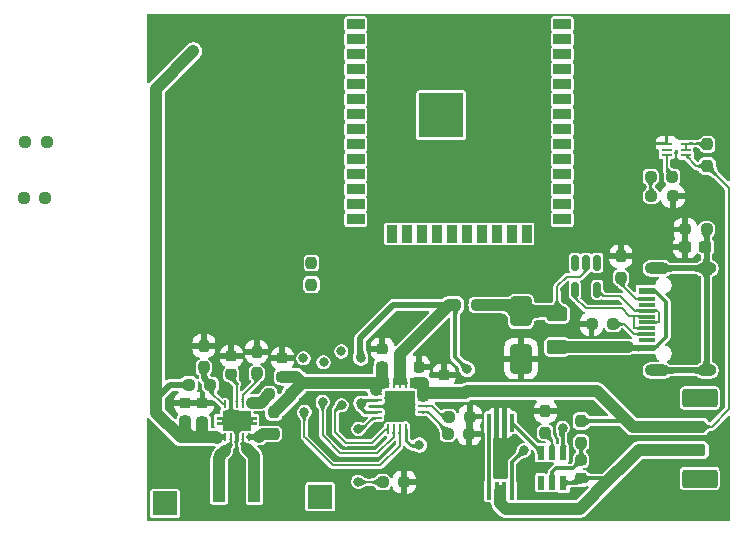
<source format=gtl>
%TF.GenerationSoftware,KiCad,Pcbnew,9.0.7-9.0.7~ubuntu24.04.1*%
%TF.CreationDate,2026-02-19T10:10:56+00:00*%
%TF.ProjectId,v1,76312e6b-6963-4616-945f-706362585858,rev?*%
%TF.SameCoordinates,Original*%
%TF.FileFunction,Copper,L1,Top*%
%TF.FilePolarity,Positive*%
%FSLAX46Y46*%
G04 Gerber Fmt 4.6, Leading zero omitted, Abs format (unit mm)*
G04 Created by KiCad (PCBNEW 9.0.7-9.0.7~ubuntu24.04.1) date 2026-02-19 10:10:56*
%MOMM*%
%LPD*%
G01*
G04 APERTURE LIST*
G04 Aperture macros list*
%AMRoundRect*
0 Rectangle with rounded corners*
0 $1 Rounding radius*
0 $2 $3 $4 $5 $6 $7 $8 $9 X,Y pos of 4 corners*
0 Add a 4 corners polygon primitive as box body*
4,1,4,$2,$3,$4,$5,$6,$7,$8,$9,$2,$3,0*
0 Add four circle primitives for the rounded corners*
1,1,$1+$1,$2,$3*
1,1,$1+$1,$4,$5*
1,1,$1+$1,$6,$7*
1,1,$1+$1,$8,$9*
0 Add four rect primitives between the rounded corners*
20,1,$1+$1,$2,$3,$4,$5,0*
20,1,$1+$1,$4,$5,$6,$7,0*
20,1,$1+$1,$6,$7,$8,$9,0*
20,1,$1+$1,$8,$9,$2,$3,0*%
%AMFreePoly0*
4,1,21,-0.125000,1.200000,0.125000,1.200000,0.125000,1.700000,0.375000,1.700000,0.375000,1.200000,0.825000,1.200000,0.825000,-1.200000,0.375000,-1.200000,0.375000,-1.700000,0.125000,-1.700000,0.125000,-1.200000,-0.125000,-1.200000,-0.125000,-1.700000,-0.375000,-1.700000,-0.375000,-1.200000,-0.825000,-1.200000,-0.825000,1.200000,-0.375000,1.200000,-0.375000,1.700000,-0.125000,1.700000,
-0.125000,1.200000,-0.125000,1.200000,$1*%
G04 Aperture macros list end*
%TA.AperFunction,SMDPad,CuDef*%
%ADD10RoundRect,0.237500X-0.250000X-0.237500X0.250000X-0.237500X0.250000X0.237500X-0.250000X0.237500X0*%
%TD*%
%TA.AperFunction,SMDPad,CuDef*%
%ADD11RoundRect,0.225000X0.250000X-0.225000X0.250000X0.225000X-0.250000X0.225000X-0.250000X-0.225000X0*%
%TD*%
%TA.AperFunction,SMDPad,CuDef*%
%ADD12RoundRect,0.237500X-0.237500X0.250000X-0.237500X-0.250000X0.237500X-0.250000X0.237500X0.250000X0*%
%TD*%
%TA.AperFunction,SMDPad,CuDef*%
%ADD13RoundRect,0.237500X0.250000X0.237500X-0.250000X0.237500X-0.250000X-0.237500X0.250000X-0.237500X0*%
%TD*%
%TA.AperFunction,SMDPad,CuDef*%
%ADD14RoundRect,0.225000X-0.225000X-0.250000X0.225000X-0.250000X0.225000X0.250000X-0.225000X0.250000X0*%
%TD*%
%TA.AperFunction,SMDPad,CuDef*%
%ADD15RoundRect,0.062500X-0.350000X-0.062500X0.350000X-0.062500X0.350000X0.062500X-0.350000X0.062500X0*%
%TD*%
%TA.AperFunction,SMDPad,CuDef*%
%ADD16RoundRect,0.062500X-0.062500X-0.350000X0.062500X-0.350000X0.062500X0.350000X-0.062500X0.350000X0*%
%TD*%
%TA.AperFunction,HeatsinkPad*%
%ADD17R,2.500000X2.500000*%
%TD*%
%TA.AperFunction,SMDPad,CuDef*%
%ADD18RoundRect,0.250000X-0.650000X1.000000X-0.650000X-1.000000X0.650000X-1.000000X0.650000X1.000000X0*%
%TD*%
%TA.AperFunction,SMDPad,CuDef*%
%ADD19R,0.590000X1.210000*%
%TD*%
%TA.AperFunction,SMDPad,CuDef*%
%ADD20R,1.100000X3.700000*%
%TD*%
%TA.AperFunction,SMDPad,CuDef*%
%ADD21RoundRect,0.237500X0.300000X0.237500X-0.300000X0.237500X-0.300000X-0.237500X0.300000X-0.237500X0*%
%TD*%
%TA.AperFunction,SMDPad,CuDef*%
%ADD22RoundRect,0.050000X0.150000X-0.730000X0.150000X0.730000X-0.150000X0.730000X-0.150000X-0.730000X0*%
%TD*%
%TA.AperFunction,SMDPad,CuDef*%
%ADD23RoundRect,0.060000X0.060000X-0.240000X0.060000X0.240000X-0.060000X0.240000X-0.060000X-0.240000X0*%
%TD*%
%TA.AperFunction,ComponentPad*%
%ADD24C,0.800000*%
%TD*%
%TA.AperFunction,SMDPad,CuDef*%
%ADD25FreePoly0,90.000000*%
%TD*%
%TA.AperFunction,SMDPad,CuDef*%
%ADD26RoundRect,0.150000X0.150000X-0.512500X0.150000X0.512500X-0.150000X0.512500X-0.150000X-0.512500X0*%
%TD*%
%TA.AperFunction,SMDPad,CuDef*%
%ADD27RoundRect,0.237500X0.237500X-0.250000X0.237500X0.250000X-0.237500X0.250000X-0.237500X-0.250000X0*%
%TD*%
%TA.AperFunction,SMDPad,CuDef*%
%ADD28R,1.500000X0.900000*%
%TD*%
%TA.AperFunction,SMDPad,CuDef*%
%ADD29R,0.900000X1.500000*%
%TD*%
%TA.AperFunction,SMDPad,CuDef*%
%ADD30R,0.900000X0.900000*%
%TD*%
%TA.AperFunction,HeatsinkPad*%
%ADD31C,0.600000*%
%TD*%
%TA.AperFunction,SMDPad,CuDef*%
%ADD32R,3.800000X3.800000*%
%TD*%
%TA.AperFunction,SMDPad,CuDef*%
%ADD33RoundRect,0.250000X-2.500000X0.250000X-2.500000X-0.250000X2.500000X-0.250000X2.500000X0.250000X0*%
%TD*%
%TA.AperFunction,SMDPad,CuDef*%
%ADD34RoundRect,0.250000X-1.250000X0.550000X-1.250000X-0.550000X1.250000X-0.550000X1.250000X0.550000X0*%
%TD*%
%TA.AperFunction,SMDPad,CuDef*%
%ADD35RoundRect,0.250000X0.625000X-0.375000X0.625000X0.375000X-0.625000X0.375000X-0.625000X-0.375000X0*%
%TD*%
%TA.AperFunction,SMDPad,CuDef*%
%ADD36R,2.000000X2.000000*%
%TD*%
%TA.AperFunction,SMDPad,CuDef*%
%ADD37R,0.914400X0.254000*%
%TD*%
%TA.AperFunction,SMDPad,CuDef*%
%ADD38R,1.450000X0.600000*%
%TD*%
%TA.AperFunction,SMDPad,CuDef*%
%ADD39R,1.450000X0.300000*%
%TD*%
%TA.AperFunction,ComponentPad*%
%ADD40O,2.100000X1.000000*%
%TD*%
%TA.AperFunction,ComponentPad*%
%ADD41O,1.600000X1.000000*%
%TD*%
%TA.AperFunction,ViaPad*%
%ADD42C,0.800000*%
%TD*%
%TA.AperFunction,ViaPad*%
%ADD43C,1.000000*%
%TD*%
%TA.AperFunction,Conductor*%
%ADD44C,0.300000*%
%TD*%
%TA.AperFunction,Conductor*%
%ADD45C,1.000000*%
%TD*%
%TA.AperFunction,Conductor*%
%ADD46C,0.250000*%
%TD*%
%TA.AperFunction,Conductor*%
%ADD47C,0.500000*%
%TD*%
%TA.AperFunction,Conductor*%
%ADD48C,0.200000*%
%TD*%
G04 APERTURE END LIST*
D10*
%TO.P,R17,1*%
%TO.N,/Power Module/3.3V_PWR*%
X90730000Y-67370000D03*
%TO.P,R17,2*%
%TO.N,/Power Module/STAT2*%
X92555000Y-67370000D03*
%TD*%
D11*
%TO.P,C2,1*%
%TO.N,/Power Module/B+*%
X126182588Y-88609728D03*
%TO.P,C2,2*%
%TO.N,GND*%
X126182588Y-87059728D03*
%TD*%
D12*
%TO.P,R21,1*%
%TO.N,GND*%
X110320000Y-85117500D03*
%TO.P,R21,2*%
%TO.N,/Power Module/GPIO_BUCK_BOOST_PS_EN*%
X110320000Y-86942500D03*
%TD*%
D11*
%TO.P,C6,1*%
%TO.N,/Power Module/AUTO_SWTCH_5V*%
X112500000Y-87225000D03*
%TO.P,C6,2*%
%TO.N,GND*%
X112500000Y-85675000D03*
%TD*%
D13*
%TO.P,R6,1*%
%TO.N,Net-(J1-CC1)*%
X140492500Y-82780000D03*
%TO.P,R6,2*%
%TO.N,GND*%
X138667500Y-82780000D03*
%TD*%
D12*
%TO.P,R10,1*%
%TO.N,GND*%
X105850000Y-84617500D03*
%TO.P,R10,2*%
%TO.N,Net-(U3-FB)*%
X105850000Y-86442500D03*
%TD*%
D10*
%TO.P,R13,1*%
%TO.N,/Power Module/BATT_LIFE_DATA_ANALOG*%
X143742626Y-71930000D03*
%TO.P,R13,2*%
%TO.N,GND*%
X145567626Y-71930000D03*
%TD*%
D11*
%TO.P,C8,1*%
%TO.N,/Power Module/3.3V_PWR*%
X105730000Y-91025000D03*
%TO.P,C8,2*%
%TO.N,GND*%
X105730000Y-89475000D03*
%TD*%
D13*
%TO.P,R8,1*%
%TO.N,/Power Module/AUTO_SWTCH_5V*%
X113212500Y-88700000D03*
%TO.P,R8,2*%
%TO.N,Net-(U3-EN)*%
X111387500Y-88700000D03*
%TD*%
%TO.P,R9,1*%
%TO.N,Net-(U3-FB)*%
X106402500Y-87922500D03*
%TO.P,R9,2*%
%TO.N,/Power Module/3.3V_PWR*%
X104577500Y-87922500D03*
%TD*%
D14*
%TO.P,C1,1*%
%TO.N,/Power Module/USB_5V*%
X122475000Y-86400000D03*
%TO.P,C1,2*%
%TO.N,GND*%
X124025000Y-86400000D03*
%TD*%
D15*
%TO.P,U2,1,OUT*%
%TO.N,/Power Module/AUTO_SWTCH_5V*%
X120487500Y-88725000D03*
%TO.P,U2,2,VPCC*%
%TO.N,/Power Module/USB_5V*%
X120487500Y-89225000D03*
%TO.P,U2,3,SEL*%
%TO.N,GND*%
X120487500Y-89725000D03*
%TO.P,U2,4,PROG2*%
%TO.N,/Power Module/USB_5V*%
X120487500Y-90225000D03*
%TO.P,U2,5,THERM*%
%TO.N,Net-(U2-THERM)*%
X120487500Y-90725000D03*
D16*
%TO.P,U2,6,~{PG}*%
%TO.N,/Power Module/PG*%
X121425000Y-91662500D03*
%TO.P,U2,7,STAT2*%
%TO.N,/Power Module/STAT2*%
X121925000Y-91662500D03*
%TO.P,U2,8,STAT1/~{LBO}*%
%TO.N,/Power Module/STAT1*%
X122425000Y-91662500D03*
%TO.P,U2,9,~{TE}*%
%TO.N,/Power Module/USB_5V*%
X122925000Y-91662500D03*
%TO.P,U2,10,V_{SS}*%
%TO.N,GND*%
X123425000Y-91662500D03*
D15*
%TO.P,U2,11,V_{SS}*%
X124362500Y-90725000D03*
%TO.P,U2,12,PROG3*%
%TO.N,Net-(U2-PROG3)*%
X124362500Y-90225000D03*
%TO.P,U2,13,PROG1*%
%TO.N,Net-(U2-PROG1)*%
X124362500Y-89725000D03*
%TO.P,U2,14,V_{BAT}*%
%TO.N,/Power Module/B+*%
X124362500Y-89225000D03*
%TO.P,U2,15,V_{BAT}*%
X124362500Y-88725000D03*
D16*
%TO.P,U2,16,V_{BAT_SENSE}*%
X123425000Y-87787500D03*
%TO.P,U2,17,CE*%
%TO.N,/Power Module/USB_5V*%
X122925000Y-87787500D03*
%TO.P,U2,18,IN*%
X122425000Y-87787500D03*
%TO.P,U2,19,IN*%
X121925000Y-87787500D03*
%TO.P,U2,20,OUT*%
%TO.N,/Power Module/AUTO_SWTCH_5V*%
X121425000Y-87787500D03*
D17*
%TO.P,U2,21,V_{SS}*%
%TO.N,GND*%
X122425000Y-89725000D03*
%TD*%
D11*
%TO.P,C7,1*%
%TO.N,/Power Module/3.3V_PWR*%
X104275088Y-91009728D03*
%TO.P,C7,2*%
%TO.N,GND*%
X104275088Y-89459728D03*
%TD*%
D10*
%TO.P,R15,1*%
%TO.N,/Power Module/3.3V_PWR*%
X90585000Y-72100000D03*
%TO.P,R15,2*%
%TO.N,/Power Module/PG*%
X92410000Y-72100000D03*
%TD*%
D12*
%TO.P,R4,1*%
%TO.N,/Power Module/B+*%
X137790000Y-90977500D03*
%TO.P,R4,2*%
%TO.N,/Power Module/DW_VCC*%
X137790000Y-92802500D03*
%TD*%
D13*
%TO.P,R2,1*%
%TO.N,GND*%
X128312500Y-92075000D03*
%TO.P,R2,2*%
%TO.N,Net-(U2-PROG3)*%
X126487500Y-92075000D03*
%TD*%
%TO.P,R1,1*%
%TO.N,GND*%
X128387500Y-90600000D03*
%TO.P,R1,2*%
%TO.N,Net-(U2-PROG1)*%
X126562500Y-90600000D03*
%TD*%
D18*
%TO.P,D1,1,A1*%
%TO.N,Net-(D1-A1)*%
X132700000Y-81700000D03*
%TO.P,D1,2,A2*%
%TO.N,GND*%
X132700000Y-85700000D03*
%TD*%
D19*
%TO.P,U1,1,OD*%
%TO.N,/Power Module/DW_OD*%
X136280000Y-93685000D03*
%TO.P,U1,2,CS*%
%TO.N,/Power Module/DW_CS*%
X135330000Y-93685000D03*
%TO.P,U1,3,OC*%
%TO.N,/Power Module/DW_OC*%
X134380000Y-93685000D03*
%TO.P,U1,4,TD*%
%TO.N,unconnected-(U1-TD-Pad4)*%
X134380000Y-96195000D03*
%TO.P,U1,5,VCC*%
%TO.N,/Power Module/DW_VCC*%
X135330000Y-96195000D03*
%TO.P,U1,6,GND*%
%TO.N,/Power Module/B-*%
X136280000Y-96195000D03*
%TD*%
D20*
%TO.P,L1,1,1*%
%TO.N,Net-(U3-L1)*%
X110130000Y-96000000D03*
%TO.P,L1,2,2*%
%TO.N,Net-(U3-L2)*%
X107130000Y-96000000D03*
%TD*%
D21*
%TO.P,C9,1*%
%TO.N,Net-(J1-SHIELD)*%
X148312500Y-76240000D03*
%TO.P,C9,2*%
%TO.N,GND*%
X146587500Y-76240000D03*
%TD*%
D13*
%TO.P,R14,1*%
%TO.N,Net-(U5-D2)*%
X145507626Y-70300000D03*
%TO.P,R14,2*%
%TO.N,/Power Module/BATT_LIFE_DATA_ANALOG*%
X143682626Y-70300000D03*
%TD*%
D22*
%TO.P,Q1,1*%
%TO.N,Net-(Q1-Pad1)*%
X129975000Y-96880000D03*
%TO.P,Q1,2*%
%TO.N,/Power Module/B-*%
X130625000Y-96880000D03*
%TO.P,Q1,3*%
X131275000Y-96880000D03*
%TO.P,Q1,4*%
%TO.N,/Power Module/DW_OD*%
X131925000Y-96880000D03*
%TO.P,Q1,5*%
%TO.N,/Power Module/DW_OC*%
X131925000Y-91120000D03*
%TO.P,Q1,6*%
%TO.N,GND*%
X131275000Y-91120000D03*
%TO.P,Q1,7*%
X130625000Y-91120000D03*
%TO.P,Q1,8*%
%TO.N,Net-(Q1-Pad1)*%
X129975000Y-91120000D03*
%TD*%
D23*
%TO.P,U3,1,VOUT*%
%TO.N,/Power Module/3.3V_PWR*%
X107630000Y-92350000D03*
%TO.P,U3,2,L2*%
%TO.N,Net-(U3-L2)*%
X108130000Y-92350000D03*
%TO.P,U3,3,PGND*%
%TO.N,GND*%
X108630000Y-92350000D03*
%TO.P,U3,4,L1*%
%TO.N,Net-(U3-L1)*%
X109130000Y-92350000D03*
%TO.P,U3,5,VIN*%
%TO.N,Net-(U3-VIN)*%
X109630000Y-92350000D03*
%TO.P,U3,6,EN*%
%TO.N,Net-(U3-EN)*%
X109630000Y-89550000D03*
%TO.P,U3,7,PS/SYNC*%
%TO.N,/Power Module/GPIO_BUCK_BOOST_PS_EN*%
X109130000Y-89550000D03*
%TO.P,U3,8,VINA*%
%TO.N,Net-(U3-EN)*%
X108630000Y-89550000D03*
%TO.P,U3,9,GND*%
%TO.N,GND*%
X108130000Y-89550000D03*
%TO.P,U3,10,FB*%
%TO.N,Net-(U3-FB)*%
X107630000Y-89550000D03*
D24*
%TO.P,U3,11,PGND*%
%TO.N,GND*%
X108630000Y-91525000D03*
X107766400Y-90950000D03*
D25*
X108630000Y-90950000D03*
D24*
X109580000Y-90950000D03*
X108630000Y-90543600D03*
%TD*%
D26*
%TO.P,U4,1,I/O1*%
%TO.N,/Power Module/UP_DN*%
X137260000Y-79870000D03*
%TO.P,U4,2,GND*%
%TO.N,GND*%
X138210000Y-79870000D03*
%TO.P,U4,3,I/O2*%
%TO.N,/Power Module/UP_DP*%
X139160000Y-79870000D03*
%TO.P,U4,4,I/O2*%
%TO.N,/Power Module/USB_D+*%
X139160000Y-77595000D03*
%TO.P,U4,5,VBUS*%
%TO.N,Net-(D1-A1)*%
X138210000Y-77595000D03*
%TO.P,U4,6,I/O1*%
%TO.N,/Power Module/USB_D-*%
X137260000Y-77595000D03*
%TD*%
D27*
%TO.P,R12,1*%
%TO.N,/Power Module/B+*%
X148475126Y-69390000D03*
%TO.P,R12,2*%
%TO.N,Net-(U5-D1)*%
X148475126Y-67565000D03*
%TD*%
D11*
%TO.P,C4,1*%
%TO.N,/Power Module/B-*%
X137790000Y-95845000D03*
%TO.P,C4,2*%
%TO.N,/Power Module/DW_VCC*%
X137790000Y-94295000D03*
%TD*%
D27*
%TO.P,R16,1*%
%TO.N,/Power Module/3.3V_PWR*%
X114960000Y-79425000D03*
%TO.P,R16,2*%
%TO.N,/Power Module/STAT1*%
X114960000Y-77600000D03*
%TD*%
D11*
%TO.P,C3,1*%
%TO.N,/Power Module/AUTO_SWTCH_5V*%
X120950000Y-86400000D03*
%TO.P,C3,2*%
%TO.N,GND*%
X120950000Y-84850000D03*
%TD*%
D28*
%TO.P,U6,1,GND*%
%TO.N,Net-(U6-GND-Pad1)*%
X118700000Y-57370000D03*
%TO.P,U6,2,VDD*%
%TO.N,unconnected-(U6-VDD-Pad2)*%
X118700000Y-58640000D03*
%TO.P,U6,3,EN*%
%TO.N,unconnected-(U6-EN-Pad3)*%
X118700000Y-59910000D03*
%TO.P,U6,4,SENSOR_VP*%
%TO.N,unconnected-(U6-SENSOR_VP-Pad4)*%
X118700000Y-61180000D03*
%TO.P,U6,5,SENSOR_VN*%
%TO.N,unconnected-(U6-SENSOR_VN-Pad5)*%
X118700000Y-62450000D03*
%TO.P,U6,6,IO34*%
%TO.N,unconnected-(U6-IO34-Pad6)*%
X118700000Y-63720000D03*
%TO.P,U6,7,IO35*%
%TO.N,unconnected-(U6-IO35-Pad7)*%
X118700000Y-64990000D03*
%TO.P,U6,8,IO32*%
%TO.N,unconnected-(U6-IO32-Pad8)*%
X118700000Y-66260000D03*
%TO.P,U6,9,IO33*%
%TO.N,unconnected-(U6-IO33-Pad9)*%
X118700000Y-67530000D03*
%TO.P,U6,10,IO25*%
%TO.N,unconnected-(U6-IO25-Pad10)*%
X118700000Y-68800000D03*
%TO.P,U6,11,IO26*%
%TO.N,unconnected-(U6-IO26-Pad11)*%
X118700000Y-70070000D03*
%TO.P,U6,12,IO27*%
%TO.N,unconnected-(U6-IO27-Pad12)*%
X118700000Y-71340000D03*
%TO.P,U6,13,IO14*%
%TO.N,unconnected-(U6-IO14-Pad13)*%
X118700000Y-72610000D03*
%TO.P,U6,14,IO12*%
%TO.N,unconnected-(U6-IO12-Pad14)*%
X118700000Y-73880000D03*
D29*
%TO.P,U6,15,GND*%
%TO.N,Net-(U6-GND-Pad1)*%
X121740000Y-75130000D03*
%TO.P,U6,16,IO13*%
%TO.N,unconnected-(U6-IO13-Pad16)*%
X123010000Y-75130000D03*
%TO.P,U6,17,NC*%
%TO.N,unconnected-(U6-NC-Pad17)*%
X124280000Y-75130000D03*
%TO.P,U6,18,NC*%
%TO.N,unconnected-(U6-NC-Pad18)*%
X125550000Y-75130000D03*
%TO.P,U6,19,NC*%
%TO.N,unconnected-(U6-NC-Pad19)*%
X126820000Y-75130000D03*
%TO.P,U6,20,NC*%
%TO.N,unconnected-(U6-NC-Pad20)*%
X128090000Y-75130000D03*
%TO.P,U6,21,NC*%
%TO.N,unconnected-(U6-NC-Pad21)*%
X129360000Y-75130000D03*
%TO.P,U6,22,NC*%
%TO.N,unconnected-(U6-NC-Pad22)*%
X130630000Y-75130000D03*
%TO.P,U6,23,IO15*%
%TO.N,unconnected-(U6-IO15-Pad23)*%
X131900000Y-75130000D03*
%TO.P,U6,24,IO2*%
%TO.N,unconnected-(U6-IO2-Pad24)*%
X133170000Y-75130000D03*
D28*
%TO.P,U6,25,IO0*%
%TO.N,unconnected-(U6-IO0-Pad25)*%
X136200000Y-73880000D03*
%TO.P,U6,26,IO4*%
%TO.N,unconnected-(U6-IO4-Pad26)*%
X136200000Y-72610000D03*
%TO.P,U6,27,IO16*%
%TO.N,unconnected-(U6-IO16-Pad27)*%
X136200000Y-71340000D03*
%TO.P,U6,28,IO17*%
%TO.N,unconnected-(U6-IO17-Pad28)*%
X136200000Y-70070000D03*
%TO.P,U6,29,IO5*%
%TO.N,unconnected-(U6-IO5-Pad29)*%
X136200000Y-68800000D03*
%TO.P,U6,30,IO18*%
%TO.N,unconnected-(U6-IO18-Pad30)*%
X136200000Y-67530000D03*
%TO.P,U6,31,IO19*%
%TO.N,unconnected-(U6-IO19-Pad31)*%
X136200000Y-66260000D03*
%TO.P,U6,32,NC*%
%TO.N,unconnected-(U6-NC-Pad32)*%
X136200000Y-64990000D03*
%TO.P,U6,33,IO21*%
%TO.N,unconnected-(U6-IO21-Pad33)*%
X136200000Y-63720000D03*
%TO.P,U6,34,RXD0/IO3*%
%TO.N,unconnected-(U6-RXD0{slash}IO3-Pad34)*%
X136200000Y-62450000D03*
%TO.P,U6,35,TXD0/IO1*%
%TO.N,unconnected-(U6-TXD0{slash}IO1-Pad35)*%
X136200000Y-61180000D03*
%TO.P,U6,36,IO22*%
%TO.N,unconnected-(U6-IO22-Pad36)*%
X136200000Y-59910000D03*
%TO.P,U6,37,IO23*%
%TO.N,unconnected-(U6-IO23-Pad37)*%
X136200000Y-58640000D03*
%TO.P,U6,38,GND*%
%TO.N,Net-(U6-GND-Pad1)*%
X136200000Y-57370000D03*
D30*
%TO.P,U6,39,GND*%
X124550000Y-63690000D03*
D31*
X124550000Y-64390000D03*
D30*
X124550000Y-65090000D03*
D31*
X124550000Y-65790000D03*
D30*
X124550000Y-66490000D03*
D31*
X125250000Y-63690000D03*
X125250000Y-65090000D03*
X125250000Y-66490000D03*
X125925000Y-64390000D03*
X125925000Y-65790000D03*
D30*
X125950000Y-63690000D03*
X125950000Y-65090000D03*
D32*
X125950000Y-65090000D03*
D30*
X125950000Y-66490000D03*
D31*
X126650000Y-63690000D03*
X126650000Y-65090000D03*
X126650000Y-66490000D03*
D30*
X127350000Y-63690000D03*
D31*
X127350000Y-64390000D03*
D30*
X127350000Y-65090000D03*
D31*
X127350000Y-65790000D03*
D30*
X127350000Y-66490000D03*
%TD*%
D27*
%TO.P,R7,1*%
%TO.N,Net-(J1-CC2)*%
X141160000Y-78855000D03*
%TO.P,R7,2*%
%TO.N,GND*%
X141160000Y-77030000D03*
%TD*%
D11*
%TO.P,C5,1*%
%TO.N,Net-(U3-EN)*%
X108175088Y-87034728D03*
%TO.P,C5,2*%
%TO.N,GND*%
X108175088Y-85484728D03*
%TD*%
D33*
%TO.P,BT1,1,+*%
%TO.N,/Power Module/B+*%
X145600000Y-91450000D03*
%TO.P,BT1,2,-*%
%TO.N,/Power Module/B-*%
X145600000Y-93450000D03*
D34*
%TO.P,BT1,MP*%
%TO.N,N/C*%
X147850000Y-89050000D03*
X147850000Y-95850000D03*
%TD*%
D10*
%TO.P,R11,1*%
%TO.N,GND*%
X146597500Y-74760000D03*
%TO.P,R11,2*%
%TO.N,Net-(J1-SHIELD)*%
X148422500Y-74760000D03*
%TD*%
D12*
%TO.P,R22,1*%
%TO.N,/Power Module/AUTO_SWTCH_5V*%
X111780000Y-90237500D03*
%TO.P,R22,2*%
%TO.N,Net-(U3-VIN)*%
X111780000Y-92062500D03*
%TD*%
D35*
%TO.P,F1,1*%
%TO.N,Net-(F1-Pad1)*%
X135750000Y-84700000D03*
%TO.P,F1,2*%
%TO.N,Net-(D1-A1)*%
X135750000Y-81900000D03*
%TD*%
D13*
%TO.P,R3,1*%
%TO.N,GND*%
X122810000Y-96150000D03*
%TO.P,R3,2*%
%TO.N,Net-(U2-THERM)*%
X120985000Y-96150000D03*
%TD*%
D12*
%TO.P,R5,1*%
%TO.N,GND*%
X134760000Y-90157500D03*
%TO.P,R5,2*%
%TO.N,/Power Module/DW_CS*%
X134760000Y-91982500D03*
%TD*%
D36*
%TO.P,TP6,1,1*%
%TO.N,/Power Module/AUTO_SWTCH_5V*%
X115690000Y-97380000D03*
%TD*%
D37*
%TO.P,U5,1,S1*%
%TO.N,GND*%
X145044926Y-67490000D03*
%TO.P,U5,2,G1*%
%TO.N,/Power Module/BATT_LIFE_READ_EN*%
X145044926Y-67990126D03*
%TO.P,U5,3,D2*%
%TO.N,Net-(U5-D2)*%
X145044926Y-68490252D03*
%TO.P,U5,4,S2*%
%TO.N,/Power Module/B+*%
X146645126Y-68490252D03*
%TO.P,U5,5,G2*%
%TO.N,Net-(U5-D1)*%
X146645126Y-67990126D03*
%TO.P,U5,6,D1*%
X146645126Y-67490000D03*
%TD*%
D36*
%TO.P,TP4,1,1*%
%TO.N,/Power Module/3.3V_PWR*%
X102560000Y-97960000D03*
%TD*%
D38*
%TO.P,J1,A1,GND*%
%TO.N,GND*%
X143325000Y-85630000D03*
%TO.P,J1,A4,VBUS*%
%TO.N,Net-(F1-Pad1)*%
X143325000Y-84830000D03*
D39*
%TO.P,J1,A5,CC1*%
%TO.N,Net-(J1-CC1)*%
X143325000Y-83630000D03*
%TO.P,J1,A6,D+*%
%TO.N,/Power Module/UP_DP*%
X143325000Y-82630000D03*
%TO.P,J1,A7,D-*%
%TO.N,/Power Module/UP_DN*%
X143325000Y-82130000D03*
%TO.P,J1,A8,SBU1*%
%TO.N,unconnected-(J1-SBU1-PadA8)*%
X143325000Y-81130000D03*
D38*
%TO.P,J1,A9,VBUS*%
%TO.N,Net-(F1-Pad1)*%
X143325000Y-79930000D03*
%TO.P,J1,A12,GND*%
%TO.N,GND*%
X143325000Y-79130000D03*
%TO.P,J1,B1,GND*%
X143325000Y-79130000D03*
%TO.P,J1,B4,VBUS*%
%TO.N,Net-(F1-Pad1)*%
X143325000Y-79930000D03*
D39*
%TO.P,J1,B5,CC2*%
%TO.N,Net-(J1-CC2)*%
X143325000Y-80630000D03*
%TO.P,J1,B6,D+*%
%TO.N,/Power Module/UP_DP*%
X143325000Y-81630000D03*
%TO.P,J1,B7,D-*%
%TO.N,/Power Module/UP_DN*%
X143325000Y-83130000D03*
%TO.P,J1,B8,SBU2*%
%TO.N,unconnected-(J1-SBU2-PadB8)*%
X143325000Y-84130000D03*
D38*
%TO.P,J1,B9,VBUS*%
%TO.N,Net-(F1-Pad1)*%
X143325000Y-84830000D03*
%TO.P,J1,B12,GND*%
%TO.N,GND*%
X143325000Y-85630000D03*
D40*
%TO.P,J1,S1,SHIELD*%
%TO.N,Net-(J1-SHIELD)*%
X144240000Y-86700000D03*
D41*
X148420000Y-86700000D03*
D40*
X144240000Y-78060000D03*
D41*
X148420000Y-78060000D03*
%TD*%
D13*
%TO.P,R18,1*%
%TO.N,Net-(D1-A1)*%
X128950000Y-81150000D03*
%TO.P,R18,2*%
%TO.N,/Power Module/USB_5V*%
X127125000Y-81150000D03*
%TD*%
D42*
%TO.N,/Power Module/USB_5V*%
X119150000Y-89470000D03*
X119130000Y-85640000D03*
X124100000Y-93010000D03*
X128150000Y-86600000D03*
D43*
%TO.N,GND*%
X106880000Y-98900000D03*
X111630000Y-96300000D03*
X131850000Y-92900000D03*
X108280000Y-98900000D03*
X108630000Y-96000000D03*
X140840000Y-92930000D03*
X111680000Y-94950000D03*
X105630000Y-95100000D03*
X130950000Y-94000000D03*
X105640000Y-96500000D03*
X139470000Y-92300000D03*
X109680000Y-98900000D03*
X106030000Y-93600000D03*
X108650000Y-94630000D03*
X117900000Y-90890000D03*
X111580000Y-93600000D03*
D42*
X107675088Y-88209728D03*
D43*
X146510000Y-84850000D03*
X133300000Y-97040000D03*
X111630000Y-97600000D03*
D42*
X115190000Y-91850000D03*
D43*
X139440000Y-94030000D03*
X105680000Y-97950000D03*
X111230000Y-98900000D03*
X108650000Y-97420000D03*
X146560000Y-80370000D03*
D42*
%TO.N,Net-(U2-THERM)*%
X118910000Y-96110000D03*
X118920000Y-91650000D03*
%TO.N,/Power Module/PG*%
X117485000Y-85090000D03*
X117510000Y-89640000D03*
%TO.N,/Power Module/STAT1*%
X114360000Y-90220000D03*
X114280000Y-85670000D03*
%TO.N,/Power Module/STAT2*%
X115980000Y-86010000D03*
X115900000Y-89340000D03*
%TO.N,/Power Module/DW_OD*%
X132960000Y-93450000D03*
X136240000Y-91560000D03*
%TD*%
D44*
%TO.N,/Power Module/B-*%
X136280000Y-96195000D02*
X137440000Y-96195000D01*
X137440000Y-96195000D02*
X137790000Y-95845000D01*
D45*
X142650000Y-93450000D02*
X141565000Y-94535000D01*
X137689000Y-98411000D02*
X131393828Y-98411000D01*
D44*
X137790000Y-95845000D02*
X140255000Y-95845000D01*
D45*
X140255000Y-95845000D02*
X137689000Y-98411000D01*
X141565000Y-94535000D02*
X140255000Y-95845000D01*
X131393828Y-98411000D02*
X130926000Y-97943172D01*
X142650000Y-93450000D02*
X145600000Y-93450000D01*
X130926000Y-97943172D02*
X130926000Y-96880000D01*
D46*
%TO.N,/Power Module/USB_5V*%
X124100000Y-93010000D02*
X123360000Y-93010000D01*
X122425000Y-87222806D02*
X122425000Y-87787500D01*
D45*
X122462500Y-85917500D02*
X122462500Y-87225000D01*
D46*
X122925000Y-92581250D02*
X122925000Y-91662500D01*
X123360000Y-93010000D02*
X122981231Y-92631231D01*
D47*
X121900000Y-81150000D02*
X127125000Y-81150000D01*
D46*
X121925000Y-87787500D02*
X122182588Y-87787500D01*
X122981231Y-92631231D02*
X122974981Y-92631231D01*
D47*
X119100000Y-85610000D02*
X119100000Y-83950000D01*
D46*
X122182588Y-87787500D02*
X122632588Y-87787500D01*
X119475000Y-90225000D02*
X120487500Y-90225000D01*
X122462500Y-87185306D02*
X121925000Y-87722806D01*
X122632588Y-87355394D02*
X122632588Y-87787500D01*
D44*
X128150000Y-86600000D02*
X127125000Y-85575000D01*
D46*
X122462500Y-85917500D02*
X122462500Y-87185306D01*
X122632588Y-87787500D02*
X122925000Y-87787500D01*
X122974981Y-92631231D02*
X122925000Y-92581250D01*
X119150000Y-89470000D02*
X119395000Y-89225000D01*
X121925000Y-87722806D02*
X121925000Y-87787500D01*
X122462500Y-87185306D02*
X122425000Y-87222806D01*
X119150000Y-89470000D02*
X119150000Y-89900000D01*
X119395000Y-89225000D02*
X120487500Y-89225000D01*
X122462500Y-87185306D02*
X122182588Y-87465218D01*
X122925000Y-87647806D02*
X122925000Y-87787500D01*
X119150000Y-89900000D02*
X119475000Y-90225000D01*
D45*
X126610000Y-81150000D02*
X127125000Y-81150000D01*
D46*
X122462500Y-87185306D02*
X122632588Y-87355394D01*
D45*
X122462500Y-85917500D02*
X122462500Y-85297500D01*
X122462500Y-85297500D02*
X126610000Y-81150000D01*
D47*
X119130000Y-85640000D02*
X119100000Y-85610000D01*
X119100000Y-83950000D02*
X121900000Y-81150000D01*
D44*
X127125000Y-85575000D02*
X127125000Y-81150000D01*
D46*
X122462500Y-87185306D02*
X122925000Y-87647806D01*
X122182588Y-87465218D02*
X122182588Y-87787500D01*
D44*
%TO.N,GND*%
X108130000Y-90450000D02*
X108630000Y-90950000D01*
D48*
X120487500Y-89725000D02*
X122425000Y-89725000D01*
D44*
X108130000Y-89550000D02*
X108130000Y-90450000D01*
D48*
X108630000Y-91525000D02*
X109005000Y-91525000D01*
X108630000Y-92350000D02*
X108630000Y-91525000D01*
D45*
%TO.N,/Power Module/AUTO_SWTCH_5V*%
X114188500Y-87724000D02*
X113212500Y-88700000D01*
X113212500Y-88700000D02*
X113212500Y-88805000D01*
D46*
X121425000Y-87787500D02*
X121110500Y-87787500D01*
D45*
X120950000Y-87625000D02*
X120950000Y-86400000D01*
X120424000Y-87761500D02*
X120424000Y-88349000D01*
X112500000Y-87225000D02*
X113689500Y-87225000D01*
D46*
X120487500Y-88410500D02*
X120487500Y-88725000D01*
D45*
X120461500Y-87724000D02*
X120424000Y-87761500D01*
X120461500Y-87724000D02*
X114188500Y-87724000D01*
D46*
X120630250Y-88267750D02*
X120487500Y-88410500D01*
D45*
X121049000Y-87724000D02*
X120950000Y-87625000D01*
X113689500Y-87225000D02*
X114188500Y-87724000D01*
X113212500Y-88805000D02*
X111780000Y-90237500D01*
X121049000Y-87724000D02*
X120461500Y-87724000D01*
D48*
%TO.N,Net-(U3-EN)*%
X108631000Y-87815640D02*
X108630000Y-87816640D01*
D44*
X108175088Y-87034728D02*
X108175088Y-87359728D01*
D48*
X108630000Y-87816640D02*
X108630000Y-89550000D01*
D44*
X108175088Y-87359728D02*
X108631000Y-87815640D01*
D45*
X110668500Y-89419000D02*
X109951000Y-89419000D01*
X111387500Y-88700000D02*
X110668500Y-89419000D01*
D48*
%TO.N,Net-(J1-CC2)*%
X141160000Y-79392000D02*
X141160000Y-78855000D01*
X142398000Y-80630000D02*
X141160000Y-79392000D01*
X143325000Y-80630000D02*
X142398000Y-80630000D01*
%TO.N,Net-(J1-CC1)*%
X141400000Y-82780000D02*
X140492500Y-82780000D01*
X143325000Y-83630000D02*
X142250000Y-83630000D01*
X142250000Y-83630000D02*
X141400000Y-82780000D01*
D44*
%TO.N,Net-(Q1-Pad1)*%
X129975000Y-91120000D02*
X129975000Y-96880000D01*
D48*
%TO.N,Net-(U2-PROG1)*%
X125195000Y-89725000D02*
X126070000Y-90600000D01*
X126070000Y-90600000D02*
X126562500Y-90600000D01*
X124362500Y-89725000D02*
X125195000Y-89725000D01*
%TO.N,Net-(U2-PROG3)*%
X126487500Y-91921702D02*
X126487500Y-92075000D01*
X124790798Y-90225000D02*
X126487500Y-91921702D01*
X124362500Y-90225000D02*
X124790798Y-90225000D01*
%TO.N,Net-(U2-THERM)*%
X120175000Y-90725000D02*
X120487500Y-90725000D01*
X119250000Y-91650000D02*
X120175000Y-90725000D01*
X118920000Y-91650000D02*
X119250000Y-91650000D01*
X118950000Y-96150000D02*
X120985000Y-96150000D01*
X118910000Y-96110000D02*
X118950000Y-96150000D01*
%TO.N,/Power Module/PG*%
X117485000Y-85090000D02*
X117600000Y-84975000D01*
X117940000Y-92830000D02*
X120080000Y-92830000D01*
X116970000Y-90180000D02*
X117510000Y-89640000D01*
X117900000Y-92840000D02*
X117930000Y-92840000D01*
X120080000Y-92830000D02*
X121247500Y-91662500D01*
X117930000Y-92840000D02*
X117940000Y-92830000D01*
X116970000Y-91910000D02*
X117900000Y-92840000D01*
X116970000Y-91910000D02*
X116970000Y-90180000D01*
X121247500Y-91662500D02*
X121425000Y-91662500D01*
%TO.N,/Power Module/STAT1*%
X114360000Y-90220000D02*
X114350000Y-90230000D01*
X114480000Y-92450000D02*
X116770000Y-94740000D01*
X120740000Y-94740000D02*
X122425000Y-93055000D01*
X114350000Y-90230000D02*
X114350000Y-92330000D01*
X114350000Y-92330000D02*
X114470000Y-92450000D01*
X116770000Y-94740000D02*
X120740000Y-94740000D01*
X122425000Y-93055000D02*
X122425000Y-91662500D01*
X114470000Y-92450000D02*
X114480000Y-92450000D01*
D45*
%TO.N,Net-(U3-L2)*%
X107130000Y-94100000D02*
X107130000Y-96000000D01*
D48*
X108130000Y-92945036D02*
X108130000Y-92350000D01*
D45*
X107230000Y-94000000D02*
X107230000Y-93869182D01*
X107230000Y-94000000D02*
X107130000Y-94100000D01*
X107130000Y-97300000D02*
X107130000Y-96000000D01*
D47*
X107230000Y-94000000D02*
X107230000Y-93845036D01*
X107614591Y-93460445D02*
X108037518Y-93037518D01*
D45*
X107230000Y-93869182D02*
X107614591Y-93484591D01*
D47*
X107614591Y-93484591D02*
X107614591Y-93460445D01*
D48*
X108037518Y-93037518D02*
X108130000Y-92945036D01*
D45*
%TO.N,Net-(U3-L1)*%
X110130000Y-96000000D02*
X110130000Y-97300000D01*
D48*
X109177837Y-92922163D02*
X109130000Y-92874326D01*
D47*
X109530000Y-93350000D02*
X109530000Y-93274326D01*
D45*
X109530000Y-93350000D02*
X110130000Y-93950000D01*
X110130000Y-93950000D02*
X110130000Y-96000000D01*
D47*
X109530000Y-93274326D02*
X109177837Y-92922163D01*
D48*
X109130000Y-92874326D02*
X109130000Y-92350000D01*
%TO.N,Net-(U3-FB)*%
X106402500Y-88522500D02*
X107430000Y-89550000D01*
X107430000Y-89550000D02*
X107630000Y-89550000D01*
X106340000Y-87860000D02*
X106402500Y-87922500D01*
D47*
X105850000Y-87370000D02*
X106402500Y-87922500D01*
X105850000Y-86442500D02*
X105850000Y-87370000D01*
D44*
X106402500Y-88322500D02*
X106402500Y-87922500D01*
D48*
X106402500Y-87922500D02*
X106402500Y-88522500D01*
D44*
%TO.N,/Power Module/B+*%
X137790000Y-90977500D02*
X141677500Y-90977500D01*
D45*
X139150000Y-88450000D02*
X128150000Y-88450000D01*
X145600000Y-91450000D02*
X143200000Y-91450000D01*
D48*
X150299000Y-89991000D02*
X150299000Y-71219000D01*
D45*
X145600000Y-91450000D02*
X142150000Y-91450000D01*
X142150000Y-91450000D02*
X141677500Y-90977500D01*
X123801000Y-87724000D02*
X124426000Y-87724000D01*
X124426000Y-87724000D02*
X124426000Y-88849000D01*
D48*
X148475126Y-69395126D02*
X148475126Y-69390000D01*
X148840000Y-91450000D02*
X150299000Y-89991000D01*
X147544874Y-69390000D02*
X146645126Y-68490252D01*
D45*
X127990272Y-88609728D02*
X126182588Y-88609728D01*
D48*
X150299000Y-71219000D02*
X148475126Y-69395126D01*
X145600000Y-91450000D02*
X148840000Y-91450000D01*
D45*
X141677500Y-90977500D02*
X140300000Y-89600000D01*
X140300000Y-89600000D02*
X139150000Y-88450000D01*
D48*
X148475126Y-69390000D02*
X147544874Y-69390000D01*
D45*
X124665272Y-88609728D02*
X124426000Y-88849000D01*
X126182588Y-88609728D02*
X124665272Y-88609728D01*
X128150000Y-88450000D02*
X127990272Y-88609728D01*
D47*
%TO.N,Net-(J1-SHIELD)*%
X144240000Y-86700000D02*
X148420000Y-86700000D01*
X148420000Y-78060000D02*
X148420000Y-74762500D01*
X148420000Y-74762500D02*
X148422500Y-74760000D01*
X148420000Y-86700000D02*
X148420000Y-78060000D01*
X144240000Y-78060000D02*
X148420000Y-78060000D01*
D44*
%TO.N,Net-(F1-Pad1)*%
X145010000Y-80901535D02*
X144810000Y-80701535D01*
D47*
X141720000Y-84710000D02*
X141840000Y-84830000D01*
D45*
X135750000Y-84700000D02*
X139032412Y-84700000D01*
D44*
X144810000Y-84060000D02*
X145010000Y-83860000D01*
X144040000Y-84830000D02*
X144810000Y-84060000D01*
X144038465Y-79930000D02*
X144810000Y-80701535D01*
X143325000Y-79930000D02*
X144038465Y-79930000D01*
X143325000Y-84830000D02*
X144040000Y-84830000D01*
X145010000Y-83860000D02*
X145010000Y-80901535D01*
D45*
X139032412Y-84700000D02*
X141710000Y-84700000D01*
X141710000Y-84700000D02*
X141720000Y-84710000D01*
D47*
X141840000Y-84830000D02*
X143325000Y-84830000D01*
D48*
%TO.N,/Power Module/STAT2*%
X120525000Y-93700000D02*
X121925000Y-92300000D01*
X121925000Y-92300000D02*
X121925000Y-91662500D01*
X117400000Y-93700000D02*
X120525000Y-93700000D01*
X115900000Y-92200000D02*
X117400000Y-93700000D01*
X115900000Y-89340000D02*
X115900000Y-92200000D01*
D45*
%TO.N,/Power Module/3.3V_PWR*%
X104780000Y-92350000D02*
X103884816Y-92350000D01*
X101800000Y-62830000D02*
X104960000Y-59670000D01*
D47*
X106932926Y-92397074D02*
X106980000Y-92350000D01*
X102977500Y-87922500D02*
X101800000Y-89100000D01*
D45*
X104780000Y-92350000D02*
X105780000Y-92350000D01*
D44*
X104430000Y-92000000D02*
X104780000Y-92350000D01*
D45*
X103884816Y-92350000D02*
X101800000Y-90265184D01*
X106885852Y-92350000D02*
X106932926Y-92397074D01*
X105780000Y-92350000D02*
X106885852Y-92350000D01*
X104275088Y-91845088D02*
X104780000Y-92350000D01*
X101800000Y-90265184D02*
X101800000Y-89100000D01*
X104275088Y-91009728D02*
X104275088Y-91845088D01*
D47*
X106980000Y-92350000D02*
X107509000Y-92350000D01*
D45*
X101800000Y-85350000D02*
X101800000Y-62830000D01*
D48*
X106930000Y-92400000D02*
X106980000Y-92350000D01*
D45*
X105730000Y-92300000D02*
X105730000Y-91025000D01*
X105780000Y-92350000D02*
X105730000Y-92300000D01*
X101800000Y-89100000D02*
X101800000Y-85350000D01*
D47*
X104577500Y-87922500D02*
X102977500Y-87922500D01*
D48*
%TO.N,Net-(U5-D1)*%
X148400126Y-67490000D02*
X148475126Y-67565000D01*
X146645126Y-67490000D02*
X148400126Y-67490000D01*
X146645126Y-67990126D02*
X146645126Y-67490000D01*
%TO.N,/Power Module/BATT_LIFE_DATA_ANALOG*%
X143682626Y-70300000D02*
X143682626Y-71870000D01*
X143682626Y-71870000D02*
X143742626Y-71930000D01*
%TO.N,Net-(U5-D2)*%
X145044926Y-69837300D02*
X145507626Y-70300000D01*
X145044926Y-68490252D02*
X145044926Y-69837300D01*
%TO.N,Net-(D1-A1)*%
X135740000Y-79580000D02*
X136560000Y-78760000D01*
X135750000Y-81900000D02*
X135750000Y-80075532D01*
X135740000Y-80065532D02*
X135740000Y-79580000D01*
X135750000Y-80075532D02*
X135740000Y-80065532D01*
D45*
X132150000Y-81150000D02*
X132700000Y-81700000D01*
D48*
X137707499Y-78760000D02*
X138210000Y-78257499D01*
X138210000Y-78257499D02*
X138210000Y-77595000D01*
D45*
X135550000Y-81700000D02*
X135750000Y-81900000D01*
X128950000Y-81150000D02*
X132150000Y-81150000D01*
D48*
X136560000Y-78760000D02*
X137707499Y-78760000D01*
D45*
X132700000Y-81700000D02*
X135550000Y-81700000D01*
D48*
%TO.N,/Power Module/GPIO_BUCK_BOOST_PS_EN*%
X109130000Y-89550000D02*
X109130000Y-88804816D01*
X110320000Y-87614816D02*
X110320000Y-86942500D01*
X109130000Y-88804816D02*
X110320000Y-87614816D01*
D45*
%TO.N,Net-(U3-VIN)*%
X110817500Y-92062500D02*
X110530000Y-92350000D01*
X111780000Y-92062500D02*
X110817500Y-92062500D01*
D47*
X110530000Y-92350000D02*
X109701000Y-92350000D01*
D48*
%TO.N,/Power Module/UP_DP*%
X144351000Y-82581000D02*
X144351000Y-81781000D01*
X142330000Y-81630000D02*
X141110000Y-80410000D01*
X144302000Y-82630000D02*
X144351000Y-82581000D01*
X144351000Y-81781000D02*
X144200000Y-81630000D01*
X144200000Y-81630000D02*
X143325000Y-81630000D01*
X139700000Y-80410000D02*
X139160000Y-79870000D01*
X143325000Y-82630000D02*
X144302000Y-82630000D01*
X141110000Y-80410000D02*
X139700000Y-80410000D01*
X143325000Y-81630000D02*
X142330000Y-81630000D01*
%TO.N,/Power Module/UP_DN*%
X143276000Y-82081000D02*
X143325000Y-82130000D01*
X142299000Y-83081000D02*
X142299000Y-82121000D01*
X142339000Y-82081000D02*
X141873900Y-82081000D01*
X142348000Y-83130000D02*
X143325000Y-83130000D01*
X141232900Y-81440000D02*
X138167501Y-81440000D01*
X138167501Y-81440000D02*
X137260000Y-80532499D01*
X142299000Y-82121000D02*
X142339000Y-82081000D01*
X142339000Y-82081000D02*
X143276000Y-82081000D01*
X137260000Y-80532499D02*
X137260000Y-79870000D01*
X142348000Y-83130000D02*
X142299000Y-83081000D01*
X141873900Y-82081000D02*
X141232900Y-81440000D01*
D44*
%TO.N,/Power Module/DW_VCC*%
X135330000Y-95290000D02*
X135670000Y-94950000D01*
X135330000Y-96195000D02*
X135330000Y-95290000D01*
X137135000Y-94950000D02*
X137790000Y-94295000D01*
X135670000Y-94950000D02*
X137135000Y-94950000D01*
X137790000Y-92802500D02*
X137790000Y-94295000D01*
%TO.N,/Power Module/DW_OC*%
X131925000Y-91120000D02*
X134380000Y-93575000D01*
X134380000Y-93575000D02*
X134380000Y-93685000D01*
%TO.N,/Power Module/DW_OD*%
X136260000Y-92280000D02*
X136260000Y-93665000D01*
X136240000Y-92260000D02*
X136260000Y-92280000D01*
X131925000Y-94485000D02*
X132960000Y-93450000D01*
X136240000Y-91560000D02*
X136240000Y-92260000D01*
X136260000Y-93665000D02*
X136280000Y-93685000D01*
X131925000Y-96880000D02*
X131925000Y-94485000D01*
D48*
%TO.N,/Power Module/DW_CS*%
X134760000Y-91982500D02*
X135330000Y-92552500D01*
D44*
X135332500Y-93682500D02*
X135330000Y-93685000D01*
D48*
X135330000Y-92552500D02*
X135330000Y-93685000D01*
%TD*%
%TA.AperFunction,Conductor*%
%TO.N,GND*%
G36*
X133739573Y-93458654D02*
G01*
X133783991Y-93519752D01*
X133790351Y-93529699D01*
X133824526Y-93590916D01*
X133829709Y-93601678D01*
X133855973Y-93665859D01*
X133860150Y-93678395D01*
X133870816Y-93719336D01*
X133873376Y-93733077D01*
X133883862Y-93825018D01*
X133884500Y-93836236D01*
X133884500Y-94309746D01*
X133884501Y-94309758D01*
X133896132Y-94368227D01*
X133896134Y-94368233D01*
X133938080Y-94431008D01*
X133940448Y-94434552D01*
X134006769Y-94478867D01*
X134051231Y-94487711D01*
X134065241Y-94490498D01*
X134065246Y-94490498D01*
X134065252Y-94490500D01*
X134065253Y-94490500D01*
X134694747Y-94490500D01*
X134694748Y-94490500D01*
X134753231Y-94478867D01*
X134800000Y-94447615D01*
X134858885Y-94431008D01*
X134909998Y-94447615D01*
X134956769Y-94478867D01*
X135001231Y-94487711D01*
X135015241Y-94490498D01*
X135015246Y-94490498D01*
X135015252Y-94490500D01*
X135015253Y-94490500D01*
X135396460Y-94490500D01*
X135454651Y-94509407D01*
X135490615Y-94558907D01*
X135490615Y-94620093D01*
X135459108Y-94664673D01*
X135459377Y-94664942D01*
X135457811Y-94666507D01*
X135456727Y-94668042D01*
X135454793Y-94669525D01*
X135049528Y-95074790D01*
X135017951Y-95129483D01*
X135017950Y-95129486D01*
X135011155Y-95141256D01*
X135003386Y-95154712D01*
X134979500Y-95243856D01*
X134979500Y-95278237D01*
X134976737Y-95290370D01*
X134976726Y-95290417D01*
X134974376Y-95300740D01*
X134974376Y-95300742D01*
X134973303Y-95339859D01*
X134967859Y-95355169D01*
X134967222Y-95371406D01*
X134957867Y-95383272D01*
X134952806Y-95397509D01*
X134929344Y-95419457D01*
X134910003Y-95432381D01*
X134851115Y-95448991D01*
X134799999Y-95432383D01*
X134753231Y-95401133D01*
X134753228Y-95401132D01*
X134753227Y-95401132D01*
X134694758Y-95389501D01*
X134694748Y-95389500D01*
X134065252Y-95389500D01*
X134065251Y-95389500D01*
X134065241Y-95389501D01*
X134006772Y-95401132D01*
X134006766Y-95401134D01*
X133940451Y-95445445D01*
X133940445Y-95445451D01*
X133896134Y-95511766D01*
X133896132Y-95511772D01*
X133884501Y-95570241D01*
X133884500Y-95570253D01*
X133884500Y-96819746D01*
X133884501Y-96819758D01*
X133896132Y-96878227D01*
X133896134Y-96878233D01*
X133938080Y-96941008D01*
X133940448Y-96944552D01*
X134006769Y-96988867D01*
X134051231Y-96997711D01*
X134065241Y-97000498D01*
X134065246Y-97000498D01*
X134065252Y-97000500D01*
X134065253Y-97000500D01*
X134694747Y-97000500D01*
X134694748Y-97000500D01*
X134753231Y-96988867D01*
X134800000Y-96957615D01*
X134858885Y-96941008D01*
X134909998Y-96957615D01*
X134956769Y-96988867D01*
X135001231Y-96997711D01*
X135015241Y-97000498D01*
X135015246Y-97000498D01*
X135015252Y-97000500D01*
X135015253Y-97000500D01*
X135644747Y-97000500D01*
X135644748Y-97000500D01*
X135703231Y-96988867D01*
X135704997Y-96987686D01*
X135708388Y-96986730D01*
X135712242Y-96985134D01*
X135712430Y-96985589D01*
X135763884Y-96971077D01*
X135815001Y-96987685D01*
X135887260Y-97035966D01*
X135942808Y-97047015D01*
X135960315Y-97050498D01*
X135960320Y-97050498D01*
X135960326Y-97050500D01*
X135960327Y-97050500D01*
X136599673Y-97050500D01*
X136599674Y-97050500D01*
X136672740Y-97035966D01*
X136755601Y-96980601D01*
X136810966Y-96897740D01*
X136825500Y-96824674D01*
X136825500Y-96697040D01*
X136844407Y-96638849D01*
X136893907Y-96602885D01*
X136920789Y-96598110D01*
X136928931Y-96597804D01*
X136938388Y-96599010D01*
X136986893Y-96595630D01*
X136988507Y-96595570D01*
X136988691Y-96595622D01*
X136992218Y-96595500D01*
X137492725Y-96595500D01*
X137492727Y-96595500D01*
X137594588Y-96568207D01*
X137610943Y-96558764D01*
X137660445Y-96545499D01*
X137808832Y-96545499D01*
X137818553Y-96545977D01*
X137836279Y-96547727D01*
X137872891Y-96548702D01*
X137876235Y-96548551D01*
X137892613Y-96546626D01*
X137896462Y-96546175D01*
X137908011Y-96545499D01*
X138085479Y-96545499D01*
X138085484Y-96545499D01*
X138142114Y-96539412D01*
X138270226Y-96491628D01*
X138270233Y-96491622D01*
X138275587Y-96488700D01*
X138335721Y-96477406D01*
X138391009Y-96503616D01*
X138420332Y-96557317D01*
X138412490Y-96617998D01*
X138393037Y-96645594D01*
X137407128Y-97631504D01*
X137352611Y-97659281D01*
X137337124Y-97660500D01*
X132424500Y-97660500D01*
X132366309Y-97641593D01*
X132330345Y-97592093D01*
X132325500Y-97561500D01*
X132325500Y-96125327D01*
X132325498Y-96125315D01*
X132320729Y-96101342D01*
X132310966Y-96052260D01*
X132292182Y-96024148D01*
X132275500Y-95969149D01*
X132275500Y-95962737D01*
X132276070Y-95952129D01*
X132276248Y-95950475D01*
X132277920Y-95934967D01*
X132278807Y-95923996D01*
X132278874Y-95922752D01*
X132276918Y-95911319D01*
X132275500Y-95894623D01*
X132275500Y-94671188D01*
X132294407Y-94612997D01*
X132304490Y-94601191D01*
X132625028Y-94280652D01*
X132631176Y-94275004D01*
X132637193Y-94269926D01*
X132652412Y-94260760D01*
X132707594Y-94210522D01*
X132709030Y-94209311D01*
X132709476Y-94209129D01*
X132714923Y-94204708D01*
X132744194Y-94183581D01*
X132760544Y-94174017D01*
X132829557Y-94142085D01*
X132845678Y-94136264D01*
X132885390Y-94125709D01*
X132908904Y-94119460D01*
X132911119Y-94118858D01*
X132911120Y-94118857D01*
X132911222Y-94118830D01*
X132911488Y-94118756D01*
X132913881Y-94118074D01*
X133056241Y-94076606D01*
X133069877Y-94072112D01*
X133071409Y-94071547D01*
X133084683Y-94066118D01*
X133168093Y-94028556D01*
X133178622Y-94023449D01*
X133179805Y-94022833D01*
X133190058Y-94017116D01*
X133276829Y-93965431D01*
X133281187Y-93962761D01*
X133281676Y-93962453D01*
X133284986Y-93959238D01*
X133304454Y-93944527D01*
X133308261Y-93942329D01*
X133328716Y-93930520D01*
X133440520Y-93818716D01*
X133519577Y-93681784D01*
X133560500Y-93529057D01*
X133560500Y-93516870D01*
X133579407Y-93458679D01*
X133628907Y-93422715D01*
X133690093Y-93422715D01*
X133739573Y-93458654D01*
G37*
%TD.AperFunction*%
%TA.AperFunction,Conductor*%
G36*
X123216834Y-88414932D02*
G01*
X123280240Y-88444499D01*
X123325821Y-88450500D01*
X123524178Y-88450499D01*
X123557467Y-88446117D01*
X123589698Y-88447172D01*
X123595812Y-88448388D01*
X123649196Y-88478283D01*
X123674814Y-88533847D01*
X123675500Y-88545486D01*
X123675500Y-88922920D01*
X123702827Y-89060297D01*
X123703882Y-89092532D01*
X123699500Y-89125817D01*
X123699500Y-89324173D01*
X123699501Y-89324185D01*
X123705500Y-89369759D01*
X123705500Y-89369761D01*
X123752146Y-89469793D01*
X123752365Y-89470105D01*
X123752503Y-89470558D01*
X123755810Y-89477649D01*
X123754813Y-89478113D01*
X123770254Y-89528617D01*
X123765776Y-89550143D01*
X123766662Y-89550320D01*
X123749500Y-89636596D01*
X123749500Y-89813397D01*
X123749501Y-89813404D01*
X123764759Y-89890115D01*
X123764759Y-89890116D01*
X123764760Y-89890117D01*
X123784726Y-89919999D01*
X123801334Y-89978887D01*
X123784727Y-90029999D01*
X123764761Y-90059880D01*
X123764759Y-90059886D01*
X123749501Y-90136589D01*
X123749500Y-90136599D01*
X123749500Y-90313397D01*
X123749501Y-90313404D01*
X123764759Y-90390116D01*
X123764760Y-90390118D01*
X123804949Y-90450264D01*
X123822888Y-90477112D01*
X123909883Y-90535240D01*
X123968207Y-90546841D01*
X123986588Y-90550498D01*
X123986589Y-90550498D01*
X123986599Y-90550500D01*
X124650318Y-90550499D01*
X124708509Y-90569406D01*
X124720322Y-90579495D01*
X125596457Y-91455630D01*
X125605710Y-91466310D01*
X125611194Y-91473637D01*
X125614316Y-91479967D01*
X125680263Y-91565913D01*
X125680602Y-91566366D01*
X125680764Y-91566841D01*
X125690381Y-91582405D01*
X125755083Y-91715500D01*
X125756911Y-91719259D01*
X125761946Y-91731697D01*
X125785862Y-91804635D01*
X125788355Y-91813661D01*
X125790917Y-91824999D01*
X125797066Y-91852211D01*
X125799500Y-91874030D01*
X125799500Y-92188851D01*
X125797994Y-92223349D01*
X125798373Y-92228662D01*
X125799500Y-92235729D01*
X125799500Y-92365266D01*
X125802274Y-92394844D01*
X125802276Y-92394852D01*
X125845884Y-92519476D01*
X125923111Y-92624115D01*
X125924289Y-92625711D01*
X125924292Y-92625713D01*
X125924293Y-92625714D01*
X126030523Y-92704115D01*
X126030524Y-92704115D01*
X126030525Y-92704116D01*
X126155151Y-92747725D01*
X126182441Y-92750284D01*
X126184733Y-92750499D01*
X126184738Y-92750500D01*
X126184744Y-92750500D01*
X126790262Y-92750500D01*
X126790265Y-92750499D01*
X126819849Y-92747725D01*
X126944475Y-92704116D01*
X127050711Y-92625711D01*
X127129116Y-92519475D01*
X127148700Y-92463505D01*
X127185765Y-92414827D01*
X127244365Y-92397230D01*
X127302117Y-92417438D01*
X127336119Y-92465065D01*
X127389548Y-92626306D01*
X127480053Y-92773035D01*
X127601964Y-92894946D01*
X127748693Y-92985451D01*
X127912351Y-93039681D01*
X128013345Y-93049999D01*
X128062500Y-93049998D01*
X128062500Y-92325001D01*
X128562500Y-92325001D01*
X128562500Y-93049998D01*
X128562501Y-93049999D01*
X128611654Y-93049999D01*
X128712642Y-93039682D01*
X128712654Y-93039679D01*
X128876306Y-92985451D01*
X129023035Y-92894946D01*
X129144946Y-92773035D01*
X129235451Y-92626306D01*
X129289681Y-92462648D01*
X129300000Y-92361655D01*
X129300000Y-92325001D01*
X129299999Y-92325000D01*
X128562501Y-92325000D01*
X128562500Y-92325001D01*
X128062500Y-92325001D01*
X128062500Y-91687586D01*
X128562500Y-91687586D01*
X128562500Y-91824999D01*
X128562501Y-91825000D01*
X129299998Y-91825000D01*
X129299999Y-91824999D01*
X129299999Y-91788345D01*
X129289682Y-91687357D01*
X129289679Y-91687345D01*
X129235451Y-91523693D01*
X129184543Y-91441160D01*
X129170086Y-91381708D01*
X129193336Y-91325112D01*
X129198799Y-91319183D01*
X129219945Y-91298036D01*
X129219946Y-91298035D01*
X129310451Y-91151306D01*
X129364681Y-90987648D01*
X129375000Y-90886655D01*
X129375000Y-90850001D01*
X129374999Y-90850000D01*
X128637501Y-90850000D01*
X128637500Y-90850001D01*
X128637500Y-91581000D01*
X128633101Y-91594537D01*
X128633527Y-91608765D01*
X128623883Y-91622908D01*
X128618593Y-91639191D01*
X128607075Y-91647558D01*
X128599058Y-91659318D01*
X128562500Y-91687586D01*
X128062500Y-91687586D01*
X128062500Y-91094000D01*
X128081407Y-91035809D01*
X128130907Y-90999845D01*
X128132982Y-90999516D01*
X128137500Y-90994999D01*
X128137500Y-90365327D01*
X129574500Y-90365327D01*
X129574500Y-91874672D01*
X129574501Y-91874684D01*
X129589033Y-91947736D01*
X129589034Y-91947740D01*
X129589035Y-91947742D01*
X129589036Y-91947743D01*
X129607815Y-91975848D01*
X129624500Y-92030850D01*
X129624500Y-92037245D01*
X129623930Y-92047855D01*
X129622079Y-92065025D01*
X129621183Y-92076164D01*
X129621117Y-92077421D01*
X129621117Y-92077423D01*
X129623075Y-92088836D01*
X129624500Y-92105572D01*
X129624500Y-95907867D01*
X129622081Y-95934978D01*
X129624500Y-95957415D01*
X129624500Y-95967399D01*
X129613214Y-96009287D01*
X129613952Y-96009566D01*
X129613237Y-96011455D01*
X129611965Y-96013925D01*
X129611102Y-96017130D01*
X129606965Y-96024251D01*
X129606722Y-96024110D01*
X129602967Y-96031405D01*
X129589033Y-96052260D01*
X129580395Y-96095686D01*
X129579270Y-96101342D01*
X129578746Y-96102731D01*
X129578187Y-96106783D01*
X129577615Y-96109660D01*
X129577614Y-96109667D01*
X129574500Y-96125322D01*
X129574500Y-97634672D01*
X129574501Y-97634684D01*
X129589033Y-97707736D01*
X129589035Y-97707742D01*
X129644397Y-97790599D01*
X129644399Y-97790601D01*
X129727260Y-97845966D01*
X129774496Y-97855362D01*
X129800315Y-97860498D01*
X129800320Y-97860498D01*
X129800326Y-97860500D01*
X129800327Y-97860500D01*
X130076500Y-97860500D01*
X130134691Y-97879407D01*
X130170655Y-97928907D01*
X130175500Y-97959500D01*
X130175500Y-98017090D01*
X130204342Y-98162086D01*
X130260914Y-98298664D01*
X130286584Y-98337082D01*
X130331746Y-98404674D01*
X130343048Y-98421588D01*
X130915412Y-98993952D01*
X130989098Y-99043186D01*
X131038333Y-99076084D01*
X131094908Y-99099518D01*
X131174916Y-99132659D01*
X131291069Y-99155763D01*
X131319910Y-99161500D01*
X131319911Y-99161500D01*
X137762917Y-99161500D01*
X137762918Y-99161500D01*
X137907913Y-99132658D01*
X138044495Y-99076084D01*
X138093729Y-99043186D01*
X138167416Y-98993952D01*
X140837952Y-96323416D01*
X141915643Y-95245725D01*
X146149500Y-95245725D01*
X146149500Y-96454274D01*
X146152353Y-96484694D01*
X146152355Y-96484703D01*
X146197207Y-96612883D01*
X146277845Y-96722144D01*
X146277847Y-96722146D01*
X146277850Y-96722150D01*
X146277853Y-96722152D01*
X146277855Y-96722154D01*
X146387116Y-96802792D01*
X146387117Y-96802792D01*
X146387118Y-96802793D01*
X146515301Y-96847646D01*
X146545725Y-96850499D01*
X146545727Y-96850500D01*
X146545734Y-96850500D01*
X149154273Y-96850500D01*
X149154273Y-96850499D01*
X149184699Y-96847646D01*
X149312882Y-96802793D01*
X149422150Y-96722150D01*
X149502793Y-96612882D01*
X149547646Y-96484699D01*
X149550499Y-96454273D01*
X149550500Y-96454273D01*
X149550500Y-95245727D01*
X149550499Y-95245725D01*
X149547646Y-95215305D01*
X149547646Y-95215301D01*
X149502793Y-95087118D01*
X149498881Y-95081818D01*
X149422154Y-94977855D01*
X149422152Y-94977853D01*
X149422150Y-94977850D01*
X149422146Y-94977847D01*
X149422144Y-94977845D01*
X149312883Y-94897207D01*
X149184703Y-94852355D01*
X149184694Y-94852353D01*
X149154274Y-94849500D01*
X149154266Y-94849500D01*
X146545734Y-94849500D01*
X146545725Y-94849500D01*
X146515305Y-94852353D01*
X146515296Y-94852355D01*
X146387116Y-94897207D01*
X146277855Y-94977845D01*
X146277845Y-94977855D01*
X146197207Y-95087116D01*
X146152355Y-95215296D01*
X146152353Y-95215305D01*
X146149500Y-95245725D01*
X141915643Y-95245725D01*
X142147952Y-95013416D01*
X142931872Y-94229496D01*
X142986389Y-94201719D01*
X143001876Y-94200500D01*
X145685441Y-94200500D01*
X145685449Y-94200499D01*
X148147867Y-94200499D01*
X148147872Y-94200499D01*
X148207483Y-94194091D01*
X148296599Y-94160853D01*
X148342329Y-94143797D01*
X148342329Y-94143796D01*
X148342331Y-94143796D01*
X148457546Y-94057546D01*
X148543796Y-93942331D01*
X148545832Y-93936874D01*
X148590764Y-93816402D01*
X148594091Y-93807483D01*
X148600500Y-93747873D01*
X148600499Y-93152128D01*
X148594091Y-93092517D01*
X148594090Y-93092514D01*
X148543797Y-92957670D01*
X148457549Y-92842458D01*
X148457548Y-92842457D01*
X148457546Y-92842454D01*
X148457541Y-92842450D01*
X148342329Y-92756202D01*
X148207488Y-92705910D01*
X148207483Y-92705909D01*
X148207481Y-92705908D01*
X148207477Y-92705908D01*
X148176249Y-92702550D01*
X148147873Y-92699500D01*
X145673920Y-92699500D01*
X145673918Y-92699500D01*
X142576082Y-92699500D01*
X142576081Y-92699500D01*
X142565595Y-92701586D01*
X142551509Y-92704388D01*
X142431090Y-92728340D01*
X142431084Y-92728342D01*
X142371768Y-92752912D01*
X142371761Y-92752915D01*
X142367936Y-92754500D01*
X142294505Y-92784916D01*
X142247398Y-92816392D01*
X142242760Y-92819490D01*
X142242752Y-92819495D01*
X142171589Y-92867043D01*
X139623128Y-95415504D01*
X139568611Y-95443281D01*
X139553124Y-95444500D01*
X138751714Y-95444500D01*
X138742038Y-95444026D01*
X138734265Y-95443262D01*
X138719064Y-95439294D01*
X138655735Y-95435550D01*
X138653783Y-95435359D01*
X138653419Y-95435200D01*
X138647752Y-95434579D01*
X138575448Y-95422960D01*
X138565545Y-95420844D01*
X138501829Y-95403781D01*
X138490264Y-95399906D01*
X138485604Y-95398018D01*
X138443525Y-95365591D01*
X138394799Y-95300500D01*
X138379687Y-95280313D01*
X138292834Y-95215296D01*
X138270228Y-95198373D01*
X138270226Y-95198372D01*
X138142114Y-95150588D01*
X138142113Y-95150587D01*
X138103895Y-95146479D01*
X138085485Y-95144500D01*
X138085481Y-95144500D01*
X137996903Y-95144500D01*
X137974032Y-95137069D01*
X137950354Y-95132874D01*
X137945442Y-95127779D01*
X137938712Y-95125593D01*
X137924575Y-95106135D01*
X137907887Y-95088826D01*
X137906908Y-95081818D01*
X137902748Y-95076093D01*
X137902748Y-95052042D01*
X137899421Y-95028229D01*
X137902748Y-95021984D01*
X137902748Y-95014907D01*
X137916884Y-94995450D01*
X137928190Y-94974229D01*
X137934472Y-94971241D01*
X137938712Y-94965407D01*
X137983205Y-94947452D01*
X137984082Y-94947329D01*
X137986958Y-94946981D01*
X137987782Y-94946812D01*
X137990363Y-94946452D01*
X137990962Y-94946558D01*
X138004061Y-94945500D01*
X138073490Y-94945500D01*
X138094885Y-94942111D01*
X138173126Y-94929719D01*
X138293220Y-94868528D01*
X138388528Y-94773220D01*
X138449719Y-94653126D01*
X138465500Y-94553488D01*
X138465500Y-94036512D01*
X138463333Y-94022833D01*
X138461703Y-94012541D01*
X138449719Y-93936874D01*
X138449716Y-93936869D01*
X138449716Y-93936867D01*
X138388529Y-93816782D01*
X138388528Y-93816780D01*
X138293220Y-93721472D01*
X138293217Y-93721470D01*
X138246179Y-93697503D01*
X138204096Y-93656486D01*
X138202794Y-93654086D01*
X138194956Y-93635196D01*
X138183357Y-93596305D01*
X138182459Y-93542937D01*
X138183756Y-93537982D01*
X138187244Y-93527217D01*
X138203151Y-93486300D01*
X138236631Y-93442524D01*
X138340711Y-93365711D01*
X138419116Y-93259475D01*
X138462725Y-93134849D01*
X138465500Y-93105256D01*
X138465500Y-92499744D01*
X138465500Y-92499738D01*
X138465499Y-92499733D01*
X138464497Y-92489044D01*
X138462725Y-92470151D01*
X138419116Y-92345525D01*
X138412537Y-92336611D01*
X138340714Y-92239293D01*
X138340713Y-92239292D01*
X138340711Y-92239289D01*
X138340706Y-92239285D01*
X138234476Y-92160884D01*
X138109852Y-92117276D01*
X138109851Y-92117275D01*
X138109849Y-92117275D01*
X138109847Y-92117274D01*
X138109844Y-92117274D01*
X138080266Y-92114500D01*
X138080256Y-92114500D01*
X137499744Y-92114500D01*
X137499733Y-92114500D01*
X137470155Y-92117274D01*
X137470147Y-92117276D01*
X137345523Y-92160884D01*
X137239293Y-92239285D01*
X137239285Y-92239293D01*
X137160884Y-92345523D01*
X137117276Y-92470147D01*
X137117274Y-92470155D01*
X137114500Y-92499733D01*
X137114500Y-93105266D01*
X137117274Y-93134844D01*
X137117276Y-93134852D01*
X137160884Y-93259476D01*
X137214309Y-93331864D01*
X137239289Y-93365711D01*
X137239292Y-93365713D01*
X137239293Y-93365714D01*
X137343694Y-93442765D01*
X137344264Y-93443562D01*
X137345191Y-93443891D01*
X137362003Y-93468365D01*
X137379287Y-93492532D01*
X137379835Y-93494324D01*
X137396542Y-93550772D01*
X137394927Y-93611936D01*
X137393038Y-93616849D01*
X137380425Y-93647210D01*
X137340639Y-93693694D01*
X137333947Y-93697438D01*
X137286781Y-93721471D01*
X137191470Y-93816782D01*
X137130283Y-93936867D01*
X137130281Y-93936874D01*
X137114500Y-94036510D01*
X137114500Y-94103375D01*
X137114489Y-94104828D01*
X137114373Y-94112718D01*
X137109944Y-94137953D01*
X137112405Y-94246721D01*
X137112378Y-94248599D01*
X137111920Y-94249940D01*
X137110447Y-94266658D01*
X137089972Y-94368504D01*
X137083883Y-94388052D01*
X137035681Y-94500312D01*
X137028418Y-94514112D01*
X137003633Y-94553360D01*
X136956576Y-94592466D01*
X136919927Y-94599500D01*
X136793611Y-94599500D01*
X136735420Y-94580593D01*
X136699456Y-94531093D01*
X136699456Y-94469907D01*
X136715567Y-94443615D01*
X136714135Y-94442659D01*
X136728879Y-94420593D01*
X136763867Y-94368231D01*
X136775500Y-94309748D01*
X136775500Y-93060252D01*
X136763867Y-93001769D01*
X136719552Y-92935448D01*
X136662543Y-92897355D01*
X136655237Y-92888087D01*
X136644935Y-92882335D01*
X136637822Y-92865995D01*
X136624666Y-92849305D01*
X136619248Y-92826803D01*
X136618981Y-92824579D01*
X136615742Y-92780702D01*
X136611981Y-92766075D01*
X136611201Y-92759552D01*
X136611680Y-92757124D01*
X136610500Y-92747790D01*
X136610500Y-92233857D01*
X136610500Y-92233856D01*
X136598345Y-92188493D01*
X136593873Y-92171801D01*
X136590500Y-92146179D01*
X136590500Y-92106827D01*
X136609407Y-92048636D01*
X136623630Y-92032921D01*
X136637276Y-92020760D01*
X136647772Y-92010718D01*
X136648927Y-92009532D01*
X136657523Y-92000054D01*
X136658707Y-91998750D01*
X136674495Y-91980055D01*
X136703367Y-91945868D01*
X136720520Y-91928716D01*
X136727027Y-91917444D01*
X136728317Y-91915828D01*
X136729103Y-91914784D01*
X136729393Y-91914135D01*
X136729579Y-91913910D01*
X136733504Y-91906225D01*
X136799577Y-91791784D01*
X136840500Y-91639057D01*
X136840500Y-91480943D01*
X136799577Y-91328216D01*
X136720520Y-91191284D01*
X136608716Y-91079480D01*
X136471784Y-91000423D01*
X136319057Y-90959500D01*
X136160943Y-90959500D01*
X136008216Y-91000423D01*
X135871284Y-91079480D01*
X135759480Y-91191284D01*
X135680423Y-91328216D01*
X135644100Y-91463778D01*
X135639500Y-91480944D01*
X135639500Y-91639056D01*
X135643665Y-91654603D01*
X135645246Y-91675939D01*
X135645957Y-91678803D01*
X135646642Y-91678755D01*
X135646916Y-91682667D01*
X135646998Y-91682997D01*
X135646981Y-91683593D01*
X135646982Y-91683606D01*
X135646982Y-91683608D01*
X135654881Y-91730155D01*
X135682234Y-91891340D01*
X135682295Y-91891696D01*
X135682294Y-91891698D01*
X135682297Y-91891710D01*
X135690963Y-91942331D01*
X135706608Y-92033712D01*
X135709618Y-92048155D01*
X135709622Y-92048173D01*
X135710016Y-92049775D01*
X135714067Y-92064007D01*
X135752066Y-92181272D01*
X135760802Y-92203573D01*
X135761048Y-92204201D01*
X135762217Y-92206728D01*
X135771148Y-92223349D01*
X135773852Y-92228381D01*
X135846940Y-92346823D01*
X135846970Y-92346870D01*
X135857317Y-92362064D01*
X135857334Y-92362087D01*
X135857335Y-92362088D01*
X135858593Y-92363768D01*
X135862061Y-92367990D01*
X135870300Y-92378021D01*
X135870311Y-92378034D01*
X135877005Y-92385476D01*
X135884103Y-92393367D01*
X135891297Y-92409545D01*
X135902577Y-92423202D01*
X135906473Y-92443675D01*
X135908963Y-92449273D01*
X135908211Y-92452802D01*
X135909500Y-92459574D01*
X135909500Y-92763162D01*
X135907728Y-92781810D01*
X135904585Y-92798195D01*
X135904610Y-92801895D01*
X135904601Y-92804013D01*
X135904049Y-92841484D01*
X135884287Y-92899390D01*
X135860286Y-92922191D01*
X135860225Y-92922232D01*
X135846163Y-92926239D01*
X135834262Y-92934621D01*
X135817612Y-92934375D01*
X135801382Y-92939001D01*
X135785624Y-92933904D01*
X135773084Y-92933720D01*
X135763994Y-92926909D01*
X135749999Y-92922383D01*
X135703231Y-92891133D01*
X135703228Y-92891132D01*
X135703225Y-92891130D01*
X135702325Y-92890757D01*
X135701095Y-92889707D01*
X135695123Y-92885716D01*
X135695595Y-92885008D01*
X135688991Y-92879367D01*
X135673061Y-92872035D01*
X135666304Y-92859987D01*
X135655802Y-92851016D01*
X135643132Y-92818669D01*
X135642835Y-92817183D01*
X135632414Y-92764957D01*
X135630500Y-92745584D01*
X135630500Y-92512938D01*
X135627168Y-92500504D01*
X135624570Y-92490808D01*
X135610022Y-92436512D01*
X135570460Y-92367989D01*
X135507321Y-92304850D01*
X135480881Y-92257190D01*
X135469275Y-92207083D01*
X135467905Y-92200004D01*
X135464479Y-92178038D01*
X135443336Y-92042463D01*
X135442368Y-92033699D01*
X135441862Y-92025989D01*
X135436484Y-91944092D01*
X135436363Y-91933376D01*
X135439179Y-91867824D01*
X135439595Y-91858149D01*
X135439592Y-91858071D01*
X135438043Y-91822635D01*
X135438042Y-91822629D01*
X135438042Y-91822623D01*
X135437521Y-91818652D01*
X135437519Y-91818635D01*
X135437259Y-91817278D01*
X135435500Y-91798697D01*
X135435500Y-91679738D01*
X135435499Y-91679733D01*
X135434452Y-91668564D01*
X135432725Y-91650151D01*
X135389116Y-91525525D01*
X135383239Y-91517562D01*
X135310714Y-91419293D01*
X135310713Y-91419292D01*
X135310711Y-91419289D01*
X135310706Y-91419285D01*
X135204477Y-91340884D01*
X135148506Y-91321299D01*
X135099826Y-91284233D01*
X135082230Y-91225632D01*
X135102439Y-91167881D01*
X135150066Y-91133880D01*
X135311305Y-91080451D01*
X135458035Y-90989946D01*
X135579946Y-90868035D01*
X135670451Y-90721306D01*
X135724681Y-90557648D01*
X135735000Y-90456655D01*
X135735000Y-90407501D01*
X135734999Y-90407500D01*
X133785002Y-90407500D01*
X133785001Y-90407501D01*
X133785001Y-90456654D01*
X133795317Y-90557642D01*
X133795320Y-90557654D01*
X133849548Y-90721306D01*
X133940053Y-90868035D01*
X134061964Y-90989946D01*
X134208693Y-91080451D01*
X134369934Y-91133880D01*
X134419224Y-91170131D01*
X134437792Y-91228431D01*
X134418547Y-91286510D01*
X134371493Y-91321299D01*
X134315522Y-91340884D01*
X134209293Y-91419285D01*
X134209285Y-91419293D01*
X134130884Y-91525523D01*
X134087276Y-91650147D01*
X134087274Y-91650155D01*
X134084500Y-91679733D01*
X134084500Y-92285266D01*
X134087274Y-92314844D01*
X134087276Y-92314852D01*
X134130884Y-92439476D01*
X134209285Y-92545706D01*
X134209289Y-92545711D01*
X134209292Y-92545713D01*
X134209293Y-92545714D01*
X134315523Y-92624115D01*
X134315524Y-92624115D01*
X134315525Y-92624116D01*
X134440151Y-92667725D01*
X134467441Y-92670284D01*
X134469733Y-92670499D01*
X134469738Y-92670500D01*
X134469744Y-92670500D01*
X134507592Y-92670500D01*
X134510283Y-92670537D01*
X134518436Y-92670758D01*
X134540635Y-92675063D01*
X134656174Y-92674503D01*
X134657769Y-92674547D01*
X134658941Y-92674963D01*
X134675958Y-92676737D01*
X134708354Y-92683727D01*
X134761248Y-92714482D01*
X134785963Y-92770454D01*
X134773058Y-92830263D01*
X134727463Y-92871064D01*
X134687474Y-92879500D01*
X134229052Y-92879500D01*
X134170861Y-92860593D01*
X134161205Y-92852595D01*
X134161040Y-92852440D01*
X134143273Y-92835719D01*
X134140381Y-92832884D01*
X134137502Y-92829943D01*
X134124137Y-92820909D01*
X134109574Y-92808893D01*
X132520579Y-91219897D01*
X132516007Y-91215325D01*
X132498532Y-91192570D01*
X132455819Y-91155137D01*
X132355331Y-91054649D01*
X132328803Y-91006611D01*
X132327982Y-91003003D01*
X132328399Y-91002907D01*
X132325500Y-90980985D01*
X132325500Y-90365327D01*
X132325498Y-90365315D01*
X132318590Y-90330588D01*
X132310966Y-90292260D01*
X132288895Y-90259228D01*
X132255602Y-90209400D01*
X132255599Y-90209397D01*
X132172742Y-90154035D01*
X132172740Y-90154034D01*
X132172737Y-90154033D01*
X132172736Y-90154033D01*
X132099684Y-90139501D01*
X132099674Y-90139500D01*
X131974469Y-90139500D01*
X131916278Y-90120593D01*
X131895586Y-90100320D01*
X131817568Y-89997439D01*
X131817564Y-89997435D01*
X131697095Y-89906080D01*
X131556443Y-89850614D01*
X131475000Y-89840833D01*
X131475000Y-92399165D01*
X131556443Y-92389385D01*
X131697094Y-92333920D01*
X131817564Y-92242564D01*
X131817568Y-92242560D01*
X131895586Y-92139680D01*
X131945812Y-92104738D01*
X131974469Y-92100500D01*
X132099673Y-92100500D01*
X132099674Y-92100500D01*
X132172740Y-92085966D01*
X132238592Y-92041965D01*
X132297479Y-92025358D01*
X132354882Y-92046536D01*
X132363596Y-92054278D01*
X132989814Y-92680496D01*
X133017591Y-92735013D01*
X133008020Y-92795445D01*
X132964755Y-92838710D01*
X132919810Y-92849500D01*
X132880943Y-92849500D01*
X132728216Y-92890423D01*
X132611742Y-92957669D01*
X132591281Y-92969482D01*
X132479480Y-93081282D01*
X132464245Y-93107669D01*
X132451631Y-93124907D01*
X132445219Y-93131931D01*
X132445217Y-93131934D01*
X132399457Y-93207654D01*
X132394444Y-93216427D01*
X132393917Y-93217406D01*
X132389218Y-93226672D01*
X132353558Y-93301652D01*
X132353553Y-93301664D01*
X132348186Y-93314132D01*
X132347471Y-93315792D01*
X132346863Y-93317363D01*
X132341906Y-93331728D01*
X132292623Y-93493776D01*
X132291536Y-93497476D01*
X132291433Y-93497842D01*
X132290254Y-93502175D01*
X132274026Y-93564486D01*
X132270465Y-93575483D01*
X132255358Y-93614247D01*
X132247435Y-93630174D01*
X132220982Y-93673171D01*
X132211140Y-93686518D01*
X132146302Y-93760555D01*
X132141455Y-93768651D01*
X132126521Y-93787795D01*
X131644530Y-94269787D01*
X131617798Y-94316089D01*
X131617797Y-94316088D01*
X131598387Y-94349707D01*
X131598386Y-94349712D01*
X131575655Y-94434548D01*
X131574500Y-94438857D01*
X131574500Y-95750660D01*
X131555593Y-95808851D01*
X131506093Y-95844815D01*
X131472724Y-95849119D01*
X131472724Y-95849500D01*
X131080139Y-95849500D01*
X131080136Y-95849501D01*
X131055009Y-95852414D01*
X130989987Y-95881125D01*
X130929117Y-95887333D01*
X130910019Y-95881127D01*
X130844991Y-95852415D01*
X130844988Y-95852414D01*
X130819868Y-95849500D01*
X130819865Y-95849500D01*
X130819456Y-95849500D01*
X130427278Y-95849501D01*
X130427278Y-95848732D01*
X130371011Y-95833967D01*
X130332260Y-95786617D01*
X130325500Y-95750661D01*
X130325500Y-92498816D01*
X130344407Y-92440625D01*
X130393907Y-92404661D01*
X130421884Y-92401929D01*
X130425000Y-92399166D01*
X130425000Y-89840833D01*
X130825000Y-89840833D01*
X130825000Y-92399165D01*
X130906441Y-92389386D01*
X130913676Y-92386533D01*
X130974746Y-92382772D01*
X130986324Y-92386533D01*
X130993558Y-92389386D01*
X131075000Y-92399165D01*
X131075000Y-89840833D01*
X130993554Y-89850614D01*
X130986315Y-89853469D01*
X130925245Y-89857225D01*
X130913685Y-89853469D01*
X130906445Y-89850614D01*
X130825000Y-89840833D01*
X130425000Y-89840833D01*
X130343556Y-89850614D01*
X130202904Y-89906080D01*
X130082435Y-89997435D01*
X130082431Y-89997439D01*
X130004414Y-90100320D01*
X129954188Y-90135262D01*
X129925531Y-90139500D01*
X129800326Y-90139500D01*
X129800325Y-90139500D01*
X129800315Y-90139501D01*
X129727263Y-90154033D01*
X129727257Y-90154035D01*
X129644400Y-90209397D01*
X129644397Y-90209400D01*
X129589035Y-90292257D01*
X129589033Y-90292263D01*
X129574501Y-90365315D01*
X129574500Y-90365327D01*
X128137500Y-90365327D01*
X128137500Y-89625001D01*
X128637500Y-89625001D01*
X128637500Y-90349999D01*
X128637501Y-90350000D01*
X129374998Y-90350000D01*
X129374999Y-90349999D01*
X129374999Y-90313345D01*
X129364682Y-90212357D01*
X129364679Y-90212345D01*
X129310451Y-90048693D01*
X129219946Y-89901964D01*
X129098035Y-89780053D01*
X128951306Y-89689548D01*
X128787648Y-89635318D01*
X128686655Y-89625000D01*
X128637501Y-89625000D01*
X128637500Y-89625001D01*
X128137500Y-89625001D01*
X128137500Y-89624999D01*
X128088347Y-89625000D01*
X128088344Y-89625001D01*
X127987357Y-89635317D01*
X127987345Y-89635320D01*
X127823693Y-89689548D01*
X127676964Y-89780053D01*
X127555053Y-89901964D01*
X127464548Y-90048693D01*
X127411119Y-90209934D01*
X127374868Y-90259224D01*
X127316568Y-90277792D01*
X127258488Y-90258547D01*
X127223700Y-90211492D01*
X127211227Y-90175848D01*
X127204116Y-90155525D01*
X127203016Y-90154035D01*
X127125714Y-90049293D01*
X127125713Y-90049292D01*
X127125711Y-90049289D01*
X127125706Y-90049285D01*
X127019476Y-89970884D01*
X126894852Y-89927276D01*
X126894851Y-89927275D01*
X126894849Y-89927275D01*
X126894847Y-89927274D01*
X126894844Y-89927274D01*
X126865266Y-89924500D01*
X126865256Y-89924500D01*
X126259744Y-89924500D01*
X126259733Y-89924500D01*
X126230155Y-89927274D01*
X126230147Y-89927276D01*
X126105524Y-89970884D01*
X126036175Y-90022065D01*
X125978127Y-90041406D01*
X125919797Y-90022934D01*
X125907385Y-90012413D01*
X125424203Y-89529232D01*
X125396425Y-89474715D01*
X125405996Y-89414283D01*
X125449261Y-89371018D01*
X125494206Y-89360228D01*
X128064189Y-89360228D01*
X128064190Y-89360228D01*
X128209185Y-89331386D01*
X128345767Y-89274812D01*
X128398710Y-89239437D01*
X128432014Y-89217183D01*
X128487015Y-89200500D01*
X133947510Y-89200500D01*
X134005701Y-89219407D01*
X134041665Y-89268907D01*
X134041665Y-89330093D01*
X134017514Y-89369504D01*
X133940054Y-89446963D01*
X133940053Y-89446964D01*
X133849548Y-89593693D01*
X133795318Y-89757351D01*
X133785000Y-89858343D01*
X133785000Y-89907499D01*
X133785001Y-89907500D01*
X135734998Y-89907500D01*
X135734999Y-89907499D01*
X135734999Y-89858343D01*
X135724682Y-89757357D01*
X135724679Y-89757345D01*
X135670451Y-89593693D01*
X135579946Y-89446964D01*
X135502486Y-89369504D01*
X135474709Y-89314987D01*
X135484280Y-89254555D01*
X135527545Y-89211290D01*
X135572490Y-89200500D01*
X138798124Y-89200500D01*
X138856315Y-89219407D01*
X138868128Y-89229496D01*
X139717046Y-90078413D01*
X139717046Y-90078414D01*
X140046628Y-90407997D01*
X140074405Y-90462513D01*
X140064834Y-90522945D01*
X140021569Y-90566210D01*
X139976624Y-90577000D01*
X138788850Y-90577000D01*
X138776331Y-90576205D01*
X138767158Y-90575035D01*
X138759398Y-90572524D01*
X138611678Y-90555214D01*
X138611163Y-90555149D01*
X138610919Y-90555034D01*
X138598164Y-90552598D01*
X138572629Y-90545786D01*
X138538641Y-90536718D01*
X138527960Y-90533208D01*
X138508277Y-90525475D01*
X138502699Y-90523283D01*
X138459648Y-90490469D01*
X138457360Y-90487413D01*
X138376116Y-90378884D01*
X138375432Y-90378372D01*
X138263776Y-90294786D01*
X138132304Y-90245750D01*
X138132299Y-90245749D01*
X138132297Y-90245748D01*
X138132293Y-90245748D01*
X138106011Y-90242922D01*
X138074174Y-90239500D01*
X137505826Y-90239500D01*
X137477823Y-90242510D01*
X137447706Y-90245748D01*
X137447695Y-90245750D01*
X137316223Y-90294786D01*
X137203888Y-90378880D01*
X137203880Y-90378888D01*
X137119786Y-90491223D01*
X137070750Y-90622695D01*
X137070748Y-90622706D01*
X137068419Y-90644370D01*
X137065026Y-90675939D01*
X137064500Y-90680829D01*
X137064500Y-91274170D01*
X137064499Y-91274170D01*
X137070748Y-91332293D01*
X137070750Y-91332304D01*
X137119786Y-91463776D01*
X137200012Y-91570944D01*
X137203884Y-91576116D01*
X137203887Y-91576118D01*
X137203888Y-91576119D01*
X137316223Y-91660213D01*
X137447695Y-91709249D01*
X137447696Y-91709249D01*
X137447701Y-91709251D01*
X137505826Y-91715500D01*
X137505830Y-91715500D01*
X138074170Y-91715500D01*
X138074174Y-91715500D01*
X138132299Y-91709251D01*
X138190999Y-91687357D01*
X138263776Y-91660213D01*
X138263776Y-91660212D01*
X138263778Y-91660212D01*
X138376116Y-91576116D01*
X138458047Y-91466669D01*
X138507651Y-91431543D01*
X138596333Y-91403711D01*
X138613523Y-91399957D01*
X138761848Y-91381187D01*
X138761860Y-91381183D01*
X138765836Y-91380343D01*
X138765990Y-91381074D01*
X138786991Y-91378000D01*
X140975625Y-91378000D01*
X141033816Y-91396907D01*
X141045629Y-91406996D01*
X141094546Y-91455913D01*
X141094548Y-91455916D01*
X141671584Y-92032952D01*
X141736275Y-92076176D01*
X141736276Y-92076177D01*
X141794497Y-92115080D01*
X141794509Y-92115086D01*
X141853885Y-92139680D01*
X141931087Y-92171658D01*
X142076082Y-92200500D01*
X142076083Y-92200500D01*
X145685441Y-92200500D01*
X145685449Y-92200499D01*
X148147867Y-92200499D01*
X148147872Y-92200499D01*
X148207483Y-92194091D01*
X148258854Y-92174930D01*
X148267837Y-92173316D01*
X148278281Y-92167684D01*
X148342331Y-92143796D01*
X148457546Y-92057546D01*
X148543796Y-91942331D01*
X148547279Y-91932991D01*
X148547469Y-91932751D01*
X148547485Y-91932442D01*
X148566518Y-91908762D01*
X148585326Y-91885076D01*
X148585588Y-91884902D01*
X148601940Y-91874198D01*
X148617175Y-91866030D01*
X148751523Y-91808493D01*
X148790496Y-91800500D01*
X148886142Y-91800500D01*
X148886144Y-91800500D01*
X148975288Y-91776614D01*
X148980834Y-91773412D01*
X148980835Y-91773412D01*
X149028545Y-91745866D01*
X149055212Y-91730470D01*
X150230498Y-90555183D01*
X150285013Y-90527408D01*
X150345445Y-90536979D01*
X150388710Y-90580244D01*
X150399500Y-90625189D01*
X150399500Y-99350500D01*
X150380593Y-99408691D01*
X150331093Y-99444655D01*
X150300500Y-99449500D01*
X101149500Y-99449500D01*
X101091309Y-99430593D01*
X101055345Y-99381093D01*
X101050500Y-99350500D01*
X101050500Y-96935327D01*
X101309500Y-96935327D01*
X101309500Y-98984672D01*
X101309501Y-98984684D01*
X101324033Y-99057736D01*
X101324035Y-99057742D01*
X101379397Y-99140599D01*
X101379400Y-99140602D01*
X101410677Y-99161500D01*
X101462260Y-99195966D01*
X101517808Y-99207015D01*
X101535315Y-99210498D01*
X101535320Y-99210498D01*
X101535326Y-99210500D01*
X101535327Y-99210500D01*
X103584673Y-99210500D01*
X103584674Y-99210500D01*
X103657740Y-99195966D01*
X103740601Y-99140601D01*
X103795966Y-99057740D01*
X103810500Y-98984674D01*
X103810500Y-96935326D01*
X103795966Y-96862260D01*
X103756232Y-96802793D01*
X103740602Y-96779400D01*
X103740599Y-96779397D01*
X103657742Y-96724035D01*
X103657740Y-96724034D01*
X103657737Y-96724033D01*
X103657736Y-96724033D01*
X103584684Y-96709501D01*
X103584674Y-96709500D01*
X101535326Y-96709500D01*
X101535325Y-96709500D01*
X101535315Y-96709501D01*
X101462263Y-96724033D01*
X101462257Y-96724035D01*
X101379400Y-96779397D01*
X101379397Y-96779400D01*
X101324035Y-96862257D01*
X101324033Y-96862263D01*
X101309501Y-96935315D01*
X101309500Y-96935327D01*
X101050500Y-96935327D01*
X101050500Y-90816059D01*
X101069407Y-90757868D01*
X101118907Y-90721904D01*
X101180093Y-90721904D01*
X101219501Y-90746053D01*
X103406400Y-92932952D01*
X103406403Y-92932954D01*
X103406405Y-92932956D01*
X103463009Y-92970776D01*
X103476853Y-92980026D01*
X103509389Y-93001766D01*
X103529319Y-93015083D01*
X103529325Y-93015086D01*
X103614823Y-93050500D01*
X103665903Y-93071658D01*
X103810898Y-93100500D01*
X103810899Y-93100500D01*
X103958733Y-93100500D01*
X104706082Y-93100500D01*
X104853917Y-93100500D01*
X105706082Y-93100500D01*
X105706083Y-93100500D01*
X105853918Y-93100500D01*
X106650304Y-93100500D01*
X106676976Y-93104161D01*
X106682700Y-93105762D01*
X106714014Y-93118733D01*
X106766090Y-93129091D01*
X106769738Y-93130112D01*
X106792211Y-93145059D01*
X106815763Y-93158249D01*
X106817409Y-93161819D01*
X106820683Y-93163997D01*
X106830077Y-93189298D01*
X106841380Y-93213814D01*
X106840612Y-93217671D01*
X106841981Y-93221356D01*
X106834709Y-93247349D01*
X106829443Y-93273824D01*
X106826048Y-93278308D01*
X106825497Y-93280279D01*
X106823150Y-93282136D01*
X106813070Y-93295454D01*
X106685885Y-93422639D01*
X106609223Y-93537373D01*
X106556420Y-93664851D01*
X106556418Y-93664859D01*
X106550998Y-93692106D01*
X106536218Y-93727790D01*
X106509223Y-93768192D01*
X106456419Y-93895672D01*
X106456418Y-93895678D01*
X106438057Y-93987977D01*
X106423276Y-94023661D01*
X106391135Y-94071763D01*
X106391132Y-94071772D01*
X106379501Y-94130241D01*
X106379500Y-94130253D01*
X106379500Y-97869746D01*
X106379501Y-97869758D01*
X106391132Y-97928227D01*
X106391134Y-97928233D01*
X106435445Y-97994548D01*
X106435448Y-97994552D01*
X106501769Y-98038867D01*
X106546231Y-98047711D01*
X106560241Y-98050498D01*
X106560246Y-98050498D01*
X106560252Y-98050500D01*
X106560253Y-98050500D01*
X107699747Y-98050500D01*
X107699748Y-98050500D01*
X107758231Y-98038867D01*
X107824552Y-97994552D01*
X107868867Y-97928231D01*
X107880500Y-97869748D01*
X107880500Y-94279740D01*
X107888037Y-94241852D01*
X107896874Y-94220519D01*
X107901592Y-94209129D01*
X107903580Y-94204329D01*
X107903582Y-94204316D01*
X107904245Y-94202134D01*
X107905037Y-94200810D01*
X107905443Y-94199833D01*
X107905587Y-94199893D01*
X107928982Y-94160855D01*
X108158705Y-93931134D01*
X108235366Y-93816402D01*
X108288171Y-93688919D01*
X108315091Y-93553585D01*
X108315091Y-93438054D01*
X108333998Y-93379863D01*
X108344089Y-93368049D01*
X108398007Y-93314132D01*
X108429563Y-93259476D01*
X108457317Y-93211405D01*
X108488017Y-93096827D01*
X108488017Y-92978209D01*
X108457317Y-92863631D01*
X108456868Y-92862854D01*
X108443764Y-92840157D01*
X108430500Y-92790656D01*
X108430500Y-92759634D01*
X108430759Y-92752476D01*
X108432284Y-92731435D01*
X108432282Y-92731423D01*
X108432158Y-92726581D01*
X108432619Y-92726569D01*
X108433549Y-92700867D01*
X108435383Y-92691644D01*
X108435385Y-92691642D01*
X108450500Y-92615654D01*
X108450500Y-92585703D01*
X108451844Y-92577108D01*
X108451224Y-92568175D01*
X108450500Y-92565513D01*
X108450500Y-92084346D01*
X108450500Y-92084345D01*
X108450500Y-92079482D01*
X108452932Y-92079482D01*
X108464091Y-92028857D01*
X108509867Y-91988259D01*
X108549453Y-91980000D01*
X108710547Y-91980000D01*
X108768738Y-91998907D01*
X108804702Y-92048407D01*
X108808086Y-92079482D01*
X108809500Y-92079482D01*
X108809500Y-92084345D01*
X108809500Y-92084346D01*
X108809500Y-92554946D01*
X108808813Y-92558198D01*
X108809500Y-92566543D01*
X108809500Y-92615650D01*
X108809977Y-92620495D01*
X108807579Y-92620731D01*
X108801446Y-92672271D01*
X108797303Y-92680265D01*
X108758039Y-92748273D01*
X108758038Y-92748275D01*
X108758038Y-92748276D01*
X108727338Y-92862854D01*
X108727338Y-92981472D01*
X108758038Y-93096050D01*
X108758039Y-93096052D01*
X108819920Y-93203233D01*
X108832641Y-93263081D01*
X108831282Y-93272040D01*
X108829501Y-93280996D01*
X108829500Y-93281008D01*
X108829500Y-93418996D01*
X108844375Y-93493776D01*
X108853047Y-93537373D01*
X108856420Y-93554327D01*
X108856420Y-93554329D01*
X108909223Y-93681808D01*
X108966942Y-93768192D01*
X108985886Y-93796543D01*
X109350505Y-94161162D01*
X109378281Y-94215677D01*
X109379500Y-94231164D01*
X109379500Y-97869746D01*
X109379501Y-97869758D01*
X109391132Y-97928227D01*
X109391134Y-97928233D01*
X109435445Y-97994548D01*
X109435448Y-97994552D01*
X109501769Y-98038867D01*
X109546231Y-98047711D01*
X109560241Y-98050498D01*
X109560246Y-98050498D01*
X109560252Y-98050500D01*
X109560253Y-98050500D01*
X110699747Y-98050500D01*
X110699748Y-98050500D01*
X110758231Y-98038867D01*
X110824552Y-97994552D01*
X110868867Y-97928231D01*
X110880500Y-97869748D01*
X110880500Y-96355327D01*
X114439500Y-96355327D01*
X114439500Y-98404672D01*
X114439501Y-98404684D01*
X114454033Y-98477736D01*
X114454035Y-98477742D01*
X114509397Y-98560599D01*
X114509399Y-98560601D01*
X114592260Y-98615966D01*
X114647808Y-98627015D01*
X114665315Y-98630498D01*
X114665320Y-98630498D01*
X114665326Y-98630500D01*
X114665327Y-98630500D01*
X116714673Y-98630500D01*
X116714674Y-98630500D01*
X116787740Y-98615966D01*
X116870601Y-98560601D01*
X116925966Y-98477740D01*
X116940500Y-98404674D01*
X116940500Y-96355326D01*
X116925966Y-96282260D01*
X116870601Y-96199399D01*
X116870599Y-96199397D01*
X116787742Y-96144035D01*
X116787740Y-96144034D01*
X116787737Y-96144033D01*
X116787736Y-96144033D01*
X116714684Y-96129501D01*
X116714674Y-96129500D01*
X114665326Y-96129500D01*
X114665325Y-96129500D01*
X114665315Y-96129501D01*
X114592263Y-96144033D01*
X114592257Y-96144035D01*
X114509400Y-96199397D01*
X114509397Y-96199400D01*
X114454035Y-96282257D01*
X114454033Y-96282263D01*
X114439501Y-96355315D01*
X114439500Y-96355327D01*
X110880500Y-96355327D01*
X110880500Y-96030943D01*
X118309500Y-96030943D01*
X118309500Y-96189057D01*
X118350423Y-96341784D01*
X118429480Y-96478716D01*
X118541284Y-96590520D01*
X118678216Y-96669577D01*
X118830943Y-96710500D01*
X118830945Y-96710500D01*
X118989056Y-96710500D01*
X118989057Y-96710500D01*
X119018727Y-96702549D01*
X119039735Y-96699284D01*
X119049344Y-96698836D01*
X119049347Y-96698835D01*
X119049350Y-96698835D01*
X119133022Y-96678096D01*
X119133024Y-96678095D01*
X119133058Y-96678087D01*
X119143064Y-96675337D01*
X119144209Y-96674991D01*
X119154313Y-96671649D01*
X119231050Y-96644050D01*
X119245260Y-96638333D01*
X119246844Y-96637626D01*
X119260456Y-96630938D01*
X119391470Y-96560446D01*
X119398431Y-96556524D01*
X119399215Y-96556062D01*
X119406026Y-96551868D01*
X119426571Y-96538656D01*
X119428066Y-96537714D01*
X119480458Y-96505416D01*
X119490971Y-96499781D01*
X119527416Y-96482993D01*
X119544855Y-96476862D01*
X119572953Y-96469849D01*
X119591615Y-96465191D01*
X119608726Y-96462483D01*
X119705642Y-96455763D01*
X119705646Y-96455762D01*
X119714427Y-96453536D01*
X119738757Y-96450500D01*
X119975552Y-96450500D01*
X119989796Y-96451530D01*
X119998915Y-96452855D01*
X120005266Y-96455031D01*
X120119163Y-96470339D01*
X120119615Y-96470405D01*
X120119886Y-96470539D01*
X120133185Y-96473363D01*
X120191854Y-96490538D01*
X120201474Y-96493900D01*
X120269019Y-96521497D01*
X120278816Y-96526142D01*
X120295443Y-96535174D01*
X120337552Y-96579564D01*
X120341632Y-96589469D01*
X120343383Y-96594473D01*
X120343385Y-96594478D01*
X120420404Y-96698835D01*
X120421789Y-96700711D01*
X120421792Y-96700713D01*
X120421793Y-96700714D01*
X120528023Y-96779115D01*
X120528024Y-96779115D01*
X120528025Y-96779116D01*
X120652651Y-96822725D01*
X120679941Y-96825284D01*
X120682233Y-96825499D01*
X120682238Y-96825500D01*
X120682244Y-96825500D01*
X121287762Y-96825500D01*
X121287765Y-96825499D01*
X121317349Y-96822725D01*
X121441975Y-96779116D01*
X121548211Y-96700711D01*
X121613031Y-96612882D01*
X121626614Y-96594478D01*
X121626614Y-96594477D01*
X121626616Y-96594475D01*
X121646200Y-96538505D01*
X121683265Y-96489827D01*
X121741865Y-96472230D01*
X121799617Y-96492438D01*
X121833619Y-96540065D01*
X121887048Y-96701306D01*
X121977553Y-96848035D01*
X122099464Y-96969946D01*
X122246193Y-97060451D01*
X122409851Y-97114681D01*
X122510845Y-97124999D01*
X122560000Y-97124998D01*
X122560000Y-96400001D01*
X123060000Y-96400001D01*
X123060000Y-97124998D01*
X123060001Y-97124999D01*
X123109154Y-97124999D01*
X123210142Y-97114682D01*
X123210154Y-97114679D01*
X123373806Y-97060451D01*
X123520535Y-96969946D01*
X123642446Y-96848035D01*
X123732951Y-96701306D01*
X123787181Y-96537648D01*
X123797500Y-96436655D01*
X123797500Y-96400001D01*
X123797499Y-96400000D01*
X123060001Y-96400000D01*
X123060000Y-96400001D01*
X122560000Y-96400001D01*
X122560000Y-95175001D01*
X123060000Y-95175001D01*
X123060000Y-95899999D01*
X123060001Y-95900000D01*
X123797498Y-95900000D01*
X123797499Y-95899999D01*
X123797499Y-95863345D01*
X123787182Y-95762357D01*
X123787179Y-95762345D01*
X123732951Y-95598693D01*
X123642446Y-95451964D01*
X123520535Y-95330053D01*
X123373806Y-95239548D01*
X123210148Y-95185318D01*
X123109155Y-95175000D01*
X123060001Y-95175000D01*
X123060000Y-95175001D01*
X122560000Y-95175001D01*
X122560000Y-95174999D01*
X122510847Y-95175000D01*
X122510844Y-95175001D01*
X122409857Y-95185317D01*
X122409845Y-95185320D01*
X122246193Y-95239548D01*
X122099464Y-95330053D01*
X121977553Y-95451964D01*
X121887048Y-95598693D01*
X121833619Y-95759934D01*
X121797368Y-95809224D01*
X121739068Y-95827792D01*
X121680988Y-95808547D01*
X121646200Y-95761492D01*
X121639885Y-95743446D01*
X121626616Y-95705525D01*
X121626613Y-95705521D01*
X121548214Y-95599293D01*
X121548213Y-95599292D01*
X121548211Y-95599289D01*
X121548206Y-95599285D01*
X121441976Y-95520884D01*
X121317352Y-95477276D01*
X121317351Y-95477275D01*
X121317349Y-95477275D01*
X121317347Y-95477274D01*
X121317344Y-95477274D01*
X121287766Y-95474500D01*
X121287756Y-95474500D01*
X120682244Y-95474500D01*
X120682233Y-95474500D01*
X120652655Y-95477274D01*
X120652647Y-95477276D01*
X120528023Y-95520884D01*
X120421793Y-95599285D01*
X120421785Y-95599293D01*
X120343385Y-95705521D01*
X120343384Y-95705524D01*
X120342435Y-95708237D01*
X120340851Y-95710316D01*
X120340579Y-95710831D01*
X120340347Y-95713683D01*
X120322222Y-95734781D01*
X120305368Y-95756917D01*
X120300478Y-95760095D01*
X120285817Y-95769022D01*
X120268586Y-95777348D01*
X120142791Y-95823742D01*
X120128952Y-95827730D01*
X120078432Y-95838378D01*
X120066481Y-95840143D01*
X120015632Y-95844507D01*
X120012539Y-95845332D01*
X120009444Y-95846157D01*
X119983936Y-95849500D01*
X119733996Y-95849500D01*
X119725929Y-95849171D01*
X119718005Y-95848523D01*
X119700498Y-95844204D01*
X119620704Y-95840568D01*
X119618915Y-95840422D01*
X119618371Y-95840194D01*
X119609798Y-95839248D01*
X119570274Y-95832282D01*
X119554641Y-95828188D01*
X119549102Y-95826242D01*
X119543720Y-95824351D01*
X119529313Y-95817958D01*
X119521846Y-95813905D01*
X119508946Y-95805545D01*
X119432247Y-95746909D01*
X119432240Y-95746904D01*
X119428841Y-95744305D01*
X119427924Y-95743604D01*
X119427705Y-95743446D01*
X119288653Y-95638103D01*
X119283233Y-95633997D01*
X119278716Y-95629480D01*
X119272638Y-95625971D01*
X119267712Y-95622239D01*
X119267711Y-95622237D01*
X119267707Y-95622235D01*
X119266206Y-95621098D01*
X119261359Y-95617536D01*
X119260829Y-95617158D01*
X119260818Y-95617152D01*
X119252195Y-95613416D01*
X119242058Y-95608315D01*
X119141785Y-95550423D01*
X119090875Y-95536782D01*
X118989057Y-95509500D01*
X118830943Y-95509500D01*
X118678216Y-95550423D01*
X118541284Y-95629480D01*
X118429480Y-95741284D01*
X118350423Y-95878216D01*
X118309500Y-96030943D01*
X110880500Y-96030943D01*
X110880500Y-94130252D01*
X110868867Y-94071769D01*
X110868863Y-94071763D01*
X110868863Y-94071762D01*
X110847185Y-94039318D01*
X110830500Y-93984317D01*
X110830500Y-93881008D01*
X110830499Y-93881004D01*
X110817724Y-93816782D01*
X110803580Y-93745672D01*
X110801049Y-93739562D01*
X110795478Y-93726113D01*
X110750776Y-93618191D01*
X110749879Y-93616849D01*
X110674114Y-93503457D01*
X110390158Y-93219501D01*
X110362383Y-93164987D01*
X110371954Y-93104555D01*
X110415219Y-93061290D01*
X110460164Y-93050500D01*
X110598993Y-93050500D01*
X110598994Y-93050500D01*
X110734328Y-93023580D01*
X110861811Y-92970775D01*
X110976543Y-92894114D01*
X111051988Y-92818669D01*
X111078662Y-92791996D01*
X111133178Y-92764219D01*
X111148665Y-92763000D01*
X111848992Y-92763000D01*
X111848993Y-92763000D01*
X111902272Y-92752401D01*
X111921586Y-92750500D01*
X112070262Y-92750500D01*
X112070265Y-92750499D01*
X112099849Y-92747725D01*
X112224475Y-92704116D01*
X112330711Y-92625711D01*
X112409116Y-92519475D01*
X112452725Y-92394849D01*
X112455500Y-92365256D01*
X112455500Y-92266927D01*
X112457402Y-92247613D01*
X112461172Y-92228662D01*
X112480500Y-92131493D01*
X112480500Y-91993507D01*
X112461801Y-91899500D01*
X112457402Y-91877385D01*
X112455500Y-91858071D01*
X112455500Y-91759738D01*
X112455499Y-91759733D01*
X112454681Y-91751007D01*
X112452725Y-91730151D01*
X112409116Y-91605525D01*
X112408785Y-91605077D01*
X112330714Y-91499293D01*
X112330713Y-91499292D01*
X112330711Y-91499289D01*
X112330706Y-91499285D01*
X112224476Y-91420884D01*
X112099852Y-91377276D01*
X112099851Y-91377275D01*
X112099849Y-91377275D01*
X112099847Y-91377274D01*
X112099844Y-91377274D01*
X112070266Y-91374500D01*
X112070256Y-91374500D01*
X111921586Y-91374500D01*
X111902272Y-91372598D01*
X111848995Y-91362000D01*
X111848993Y-91362000D01*
X110748507Y-91362000D01*
X110748504Y-91362000D01*
X110653314Y-91380935D01*
X110592553Y-91373743D01*
X110547623Y-91332211D01*
X110535000Y-91283837D01*
X110535000Y-91075008D01*
X110534999Y-91074991D01*
X110529860Y-91029384D01*
X110515169Y-90998878D01*
X110506956Y-90938246D01*
X110514336Y-90915537D01*
X110535000Y-90824999D01*
X110535000Y-90575008D01*
X110534999Y-90574991D01*
X110529860Y-90529384D01*
X110490274Y-90447184D01*
X110418945Y-90390300D01*
X110330000Y-90370000D01*
X110134000Y-90370000D01*
X110119088Y-90365155D01*
X110103407Y-90365155D01*
X110090721Y-90355938D01*
X110075809Y-90351093D01*
X110066592Y-90338407D01*
X110053907Y-90329191D01*
X110049061Y-90314278D01*
X110039845Y-90301593D01*
X110035000Y-90271000D01*
X110035000Y-90218500D01*
X110053907Y-90160309D01*
X110103407Y-90124345D01*
X110134000Y-90119500D01*
X110737493Y-90119500D01*
X110737494Y-90119500D01*
X110872828Y-90092580D01*
X110892615Y-90084384D01*
X110953611Y-90079583D01*
X111005780Y-90111553D01*
X111029195Y-90168081D01*
X111029500Y-90175848D01*
X111029500Y-90311417D01*
X111051361Y-90421318D01*
X111052598Y-90427534D01*
X111054500Y-90446849D01*
X111054500Y-90534170D01*
X111054499Y-90534170D01*
X111060748Y-90592293D01*
X111060750Y-90592304D01*
X111109786Y-90723776D01*
X111193017Y-90834958D01*
X111193884Y-90836116D01*
X111193887Y-90836118D01*
X111193888Y-90836119D01*
X111306223Y-90920213D01*
X111437695Y-90969249D01*
X111437696Y-90969249D01*
X111437701Y-90969251D01*
X111495826Y-90975500D01*
X111633491Y-90975500D01*
X111652803Y-90977401D01*
X111706083Y-90988000D01*
X111706084Y-90988000D01*
X111853916Y-90988000D01*
X111853917Y-90988000D01*
X111907196Y-90977401D01*
X111926509Y-90975500D01*
X112064170Y-90975500D01*
X112064174Y-90975500D01*
X112122299Y-90969251D01*
X112228522Y-90929632D01*
X112253776Y-90920213D01*
X112253776Y-90920212D01*
X112253778Y-90920212D01*
X112366116Y-90836116D01*
X112450212Y-90723778D01*
X112499251Y-90592299D01*
X112499251Y-90592297D01*
X112499269Y-90592250D01*
X112522021Y-90556845D01*
X112937922Y-90140944D01*
X113759500Y-90140944D01*
X113759500Y-90299059D01*
X113767620Y-90329364D01*
X113770870Y-90350054D01*
X113771365Y-90359999D01*
X113790733Y-90437097D01*
X113791008Y-90438190D01*
X113793531Y-90447184D01*
X113794057Y-90449056D01*
X113794437Y-90450280D01*
X113798048Y-90460883D01*
X113825087Y-90533716D01*
X113831614Y-90549303D01*
X113832421Y-90551030D01*
X113840211Y-90566039D01*
X113899087Y-90668907D01*
X113910165Y-90688262D01*
X113916026Y-90697880D01*
X113916726Y-90698961D01*
X113923167Y-90708328D01*
X113923176Y-90708340D01*
X113954272Y-90750992D01*
X113955076Y-90752110D01*
X113990877Y-90802678D01*
X113997690Y-90813785D01*
X113999325Y-90816893D01*
X114014497Y-90845730D01*
X114022126Y-90864813D01*
X114033498Y-90904925D01*
X114036946Y-90924170D01*
X114039577Y-90957669D01*
X114044284Y-91017617D01*
X114046295Y-91025329D01*
X114049500Y-91050312D01*
X114049500Y-92369564D01*
X114069977Y-92445985D01*
X114069980Y-92445992D01*
X114095854Y-92490806D01*
X114106383Y-92509043D01*
X114109540Y-92514511D01*
X114285489Y-92690460D01*
X114285491Y-92690461D01*
X114297859Y-92697602D01*
X114318363Y-92713334D01*
X116529540Y-94924511D01*
X116529539Y-94924511D01*
X116585489Y-94980460D01*
X116654007Y-95020019D01*
X116654011Y-95020021D01*
X116730435Y-95040499D01*
X116730437Y-95040500D01*
X116730438Y-95040500D01*
X120779563Y-95040500D01*
X120779563Y-95040499D01*
X120855989Y-95020021D01*
X120924511Y-94980460D01*
X120980460Y-94924511D01*
X122665460Y-93239511D01*
X122672234Y-93227776D01*
X122673807Y-93225054D01*
X122688419Y-93199744D01*
X122705021Y-93170989D01*
X122720854Y-93111900D01*
X122754177Y-93060587D01*
X122811299Y-93038661D01*
X122870399Y-93054497D01*
X122886484Y-93067521D01*
X123051209Y-93232246D01*
X123051208Y-93232246D01*
X123056235Y-93237273D01*
X123072945Y-93259621D01*
X123128944Y-93309981D01*
X123129746Y-93310783D01*
X123131616Y-93312284D01*
X123142262Y-93321263D01*
X123143430Y-93322186D01*
X123156504Y-93331857D01*
X123215412Y-93372601D01*
X123238848Y-93387010D01*
X123241051Y-93388206D01*
X123241064Y-93388212D01*
X123265700Y-93399929D01*
X123265705Y-93399931D01*
X123265707Y-93399932D01*
X123373142Y-93444152D01*
X123397776Y-93452847D01*
X123400070Y-93453527D01*
X123425533Y-93459675D01*
X123511748Y-93475863D01*
X123514256Y-93476369D01*
X123544012Y-93482758D01*
X123619313Y-93498929D01*
X123635592Y-93503923D01*
X123665448Y-93515981D01*
X123678012Y-93522122D01*
X123689974Y-93529055D01*
X123740177Y-93558152D01*
X123748788Y-93561250D01*
X123748980Y-93561320D01*
X123770458Y-93572155D01*
X123791873Y-93586465D01*
X123910256Y-93635501D01*
X124035931Y-93660500D01*
X124035932Y-93660500D01*
X124164068Y-93660500D01*
X124164069Y-93660500D01*
X124289744Y-93635501D01*
X124408127Y-93586465D01*
X124514669Y-93515276D01*
X124605276Y-93424669D01*
X124676465Y-93318127D01*
X124725501Y-93199744D01*
X124750500Y-93074069D01*
X124750500Y-92945931D01*
X124725501Y-92820256D01*
X124676465Y-92701873D01*
X124676463Y-92701870D01*
X124676461Y-92701866D01*
X124640467Y-92647998D01*
X124605276Y-92595331D01*
X124514669Y-92504724D01*
X124451698Y-92462648D01*
X124408133Y-92433538D01*
X124408125Y-92433534D01*
X124289747Y-92384500D01*
X124289745Y-92384499D01*
X124289744Y-92384499D01*
X124164069Y-92359500D01*
X124035931Y-92359500D01*
X124035930Y-92359500D01*
X124006994Y-92365256D01*
X123910256Y-92384499D01*
X123910255Y-92384499D01*
X123910252Y-92384500D01*
X123791870Y-92433535D01*
X123730259Y-92474701D01*
X123730260Y-92474702D01*
X123726426Y-92477263D01*
X123704665Y-92489044D01*
X123687550Y-92503240D01*
X123686493Y-92503946D01*
X123685330Y-92504724D01*
X123684197Y-92505654D01*
X123679702Y-92509749D01*
X123601479Y-92574639D01*
X123593310Y-92581768D01*
X123537033Y-92605781D01*
X123477390Y-92592130D01*
X123458215Y-92577178D01*
X123329496Y-92448459D01*
X123301719Y-92393942D01*
X123300500Y-92378455D01*
X123300500Y-91605091D01*
X123300499Y-91605077D01*
X123300499Y-91275825D01*
X123300498Y-91275815D01*
X123300281Y-91274170D01*
X123294499Y-91230240D01*
X123294499Y-91230238D01*
X123247851Y-91130203D01*
X123247850Y-91130202D01*
X123247850Y-91130201D01*
X123169799Y-91052150D01*
X123069760Y-91005501D01*
X123024179Y-90999500D01*
X123024177Y-90999500D01*
X122825826Y-90999500D01*
X122825814Y-90999501D01*
X122780240Y-91005500D01*
X122780238Y-91005500D01*
X122680198Y-91052150D01*
X122679888Y-91052368D01*
X122679436Y-91052506D01*
X122672351Y-91055810D01*
X122671886Y-91054813D01*
X122621376Y-91070254D01*
X122599854Y-91065778D01*
X122599679Y-91066662D01*
X122513410Y-91049501D01*
X122513402Y-91049500D01*
X122513401Y-91049500D01*
X122513400Y-91049500D01*
X122336602Y-91049500D01*
X122336595Y-91049501D01*
X122259884Y-91064759D01*
X122230000Y-91084727D01*
X122171111Y-91101334D01*
X122119999Y-91084726D01*
X122090119Y-91064761D01*
X122090117Y-91064760D01*
X122090114Y-91064759D01*
X122090113Y-91064759D01*
X122013410Y-91049501D01*
X122013402Y-91049500D01*
X122013401Y-91049500D01*
X122013400Y-91049500D01*
X121836602Y-91049500D01*
X121836595Y-91049501D01*
X121759884Y-91064759D01*
X121730000Y-91084727D01*
X121671111Y-91101334D01*
X121619999Y-91084726D01*
X121590119Y-91064761D01*
X121590117Y-91064760D01*
X121590114Y-91064759D01*
X121590113Y-91064759D01*
X121513410Y-91049501D01*
X121513402Y-91049500D01*
X121513401Y-91049500D01*
X121513400Y-91049500D01*
X121336602Y-91049500D01*
X121336595Y-91049501D01*
X121259883Y-91064759D01*
X121259881Y-91064760D01*
X121172890Y-91122886D01*
X121172886Y-91122890D01*
X121114762Y-91209879D01*
X121114759Y-91209886D01*
X121099501Y-91286588D01*
X121099500Y-91286600D01*
X121099500Y-91345202D01*
X121080593Y-91403393D01*
X121067233Y-91417109D01*
X121067577Y-91417453D01*
X121062991Y-91422038D01*
X121062989Y-91422040D01*
X120509181Y-91975848D01*
X119984525Y-92500504D01*
X119930008Y-92528281D01*
X119914521Y-92529500D01*
X118055479Y-92529500D01*
X117997288Y-92510593D01*
X117985475Y-92500504D01*
X117299496Y-91814525D01*
X117271719Y-91760008D01*
X117270500Y-91744521D01*
X117270500Y-90346745D01*
X117289407Y-90288554D01*
X117338907Y-90252590D01*
X117372704Y-90247797D01*
X117449116Y-90250275D01*
X117462138Y-90250280D01*
X117462222Y-90250281D01*
X117462222Y-90250280D01*
X117462236Y-90250281D01*
X117463730Y-90250234D01*
X117476857Y-90249400D01*
X117569798Y-90240500D01*
X117589057Y-90240500D01*
X117600645Y-90237394D01*
X117605076Y-90236857D01*
X117606238Y-90236686D01*
X117608117Y-90235962D01*
X117618036Y-90232734D01*
X117741784Y-90199577D01*
X117878716Y-90120520D01*
X117990520Y-90008716D01*
X118069577Y-89871784D01*
X118110500Y-89719057D01*
X118110500Y-89560943D01*
X118069577Y-89408216D01*
X117990520Y-89271284D01*
X117878716Y-89159480D01*
X117741784Y-89080423D01*
X117589057Y-89039500D01*
X117430943Y-89039500D01*
X117295630Y-89075757D01*
X117278216Y-89080423D01*
X117141284Y-89159480D01*
X117029480Y-89271284D01*
X116950421Y-89408218D01*
X116950421Y-89408219D01*
X116927486Y-89493814D01*
X116926589Y-89496955D01*
X116924436Y-89504041D01*
X116915742Y-89522316D01*
X116900048Y-89584358D01*
X116899371Y-89586588D01*
X116899077Y-89587009D01*
X116897263Y-89592783D01*
X116894319Y-89600583D01*
X116885591Y-89623704D01*
X116878578Y-89638462D01*
X116866218Y-89659742D01*
X116829570Y-89722833D01*
X116824720Y-89730374D01*
X116814853Y-89744286D01*
X116812650Y-89747454D01*
X116770439Y-89809444D01*
X116763390Y-89820545D01*
X116762637Y-89821819D01*
X116756247Y-89833474D01*
X116721237Y-89902537D01*
X116721227Y-89902557D01*
X116721227Y-89902559D01*
X116719029Y-89907499D01*
X116712778Y-89921549D01*
X116712774Y-89921557D01*
X116711938Y-89923726D01*
X116705460Y-89943436D01*
X116681316Y-90031670D01*
X116681304Y-90031715D01*
X116677041Y-90050843D01*
X116677032Y-90050893D01*
X116676661Y-90053028D01*
X116676656Y-90053065D01*
X116674232Y-90072580D01*
X116666045Y-90180479D01*
X116665606Y-90188164D01*
X116665572Y-90189052D01*
X116667950Y-90202330D01*
X116669500Y-90219781D01*
X116669500Y-91949564D01*
X116689977Y-92025985D01*
X116689979Y-92025989D01*
X116720862Y-92079482D01*
X116723671Y-92084346D01*
X116729540Y-92094511D01*
X117715489Y-93080460D01*
X117715491Y-93080461D01*
X117715492Y-93080462D01*
X117715493Y-93080463D01*
X117784008Y-93120020D01*
X117784006Y-93120020D01*
X117784010Y-93120021D01*
X117784012Y-93120022D01*
X117860438Y-93140500D01*
X117860440Y-93140500D01*
X117969561Y-93140500D01*
X117969562Y-93140500D01*
X117994294Y-93133873D01*
X118019917Y-93130500D01*
X120119563Y-93130500D01*
X120119563Y-93130499D01*
X120195989Y-93110021D01*
X120264511Y-93070460D01*
X120296310Y-93038661D01*
X120320461Y-93014511D01*
X121091441Y-92243529D01*
X121145958Y-92215751D01*
X121199258Y-92222038D01*
X121208305Y-92225777D01*
X121259883Y-92260240D01*
X121321213Y-92272439D01*
X121330189Y-92276149D01*
X121346440Y-92290006D01*
X121365075Y-92300443D01*
X121369217Y-92309428D01*
X121376746Y-92315848D01*
X121381748Y-92336611D01*
X121390690Y-92356008D01*
X121388759Y-92365712D01*
X121391077Y-92375332D01*
X121382920Y-92395067D01*
X121378753Y-92416018D01*
X121368861Y-92429083D01*
X121367707Y-92431878D01*
X121365912Y-92432979D01*
X121362380Y-92437646D01*
X120429525Y-93370503D01*
X120375008Y-93398281D01*
X120359521Y-93399500D01*
X117565479Y-93399500D01*
X117507288Y-93380593D01*
X117495475Y-93370504D01*
X116229496Y-92104525D01*
X116201719Y-92050008D01*
X116200500Y-92034521D01*
X116200500Y-90165102D01*
X116200924Y-90155952D01*
X116201636Y-90148274D01*
X116205800Y-90131832D01*
X116209118Y-90067671D01*
X116209306Y-90065648D01*
X116209532Y-90065121D01*
X116210389Y-90057590D01*
X116211641Y-90050499D01*
X116214885Y-90032115D01*
X116220579Y-90012259D01*
X116228269Y-89993215D01*
X116241714Y-89959917D01*
X116252585Y-89939963D01*
X116301034Y-89871210D01*
X116301704Y-89870253D01*
X116301814Y-89870095D01*
X116303074Y-89868265D01*
X116391427Y-89738385D01*
X116401290Y-89722354D01*
X116402325Y-89720485D01*
X116410646Y-89703695D01*
X116448953Y-89616636D01*
X116454648Y-89602247D01*
X116455233Y-89600589D01*
X116459819Y-89585850D01*
X116487430Y-89483730D01*
X116488854Y-89478113D01*
X116489018Y-89477467D01*
X116489194Y-89476721D01*
X116489195Y-89476718D01*
X116489284Y-89472101D01*
X116492639Y-89448393D01*
X116500500Y-89419057D01*
X116500500Y-89260943D01*
X116459577Y-89108216D01*
X116380520Y-88971284D01*
X116268716Y-88859480D01*
X116131784Y-88780423D01*
X115979057Y-88739500D01*
X115820943Y-88739500D01*
X115668216Y-88780423D01*
X115531284Y-88859480D01*
X115419480Y-88971284D01*
X115340423Y-89108216D01*
X115301362Y-89253996D01*
X115299500Y-89260944D01*
X115299500Y-89419059D01*
X115307673Y-89449563D01*
X115310919Y-89470163D01*
X115311428Y-89480197D01*
X115330762Y-89556855D01*
X115333878Y-89567893D01*
X115334277Y-89569166D01*
X115337968Y-89579914D01*
X115364868Y-89651693D01*
X115371608Y-89667606D01*
X115371613Y-89667616D01*
X115372458Y-89669398D01*
X115380522Y-89684694D01*
X115380577Y-89684799D01*
X115450371Y-89804619D01*
X115456928Y-89815136D01*
X115457688Y-89816276D01*
X115464887Y-89826406D01*
X115464897Y-89826419D01*
X115464899Y-89826422D01*
X115499250Y-89871783D01*
X115501980Y-89875387D01*
X115502627Y-89876252D01*
X115539728Y-89926431D01*
X115546923Y-89937680D01*
X115563707Y-89968290D01*
X115571858Y-89987893D01*
X115583056Y-90025886D01*
X115586768Y-90045830D01*
X115587914Y-90059883D01*
X115594303Y-90138261D01*
X115594819Y-90140223D01*
X115596239Y-90145615D01*
X115599500Y-90170816D01*
X115599500Y-92239564D01*
X115619977Y-92315985D01*
X115619979Y-92315990D01*
X115642513Y-92355020D01*
X115654977Y-92376607D01*
X115659540Y-92384511D01*
X117159540Y-93884511D01*
X117159539Y-93884511D01*
X117215489Y-93940460D01*
X117284007Y-93980019D01*
X117284011Y-93980021D01*
X117360435Y-94000499D01*
X117360437Y-94000500D01*
X117360438Y-94000500D01*
X120564563Y-94000500D01*
X120564563Y-94000499D01*
X120640989Y-93980021D01*
X120709511Y-93940460D01*
X120765460Y-93884511D01*
X121955496Y-92694475D01*
X121976151Y-92683950D01*
X121994907Y-92670324D01*
X122002896Y-92670324D01*
X122010013Y-92666698D01*
X122032908Y-92670324D01*
X122056093Y-92670324D01*
X122062555Y-92675019D01*
X122070445Y-92676269D01*
X122086836Y-92692660D01*
X122105593Y-92706288D01*
X122108061Y-92713885D01*
X122113710Y-92719534D01*
X122124500Y-92764479D01*
X122124500Y-92889521D01*
X122105593Y-92947712D01*
X122095504Y-92959525D01*
X120644525Y-94410504D01*
X120590008Y-94438281D01*
X120574521Y-94439500D01*
X116935479Y-94439500D01*
X116877288Y-94420593D01*
X116865475Y-94410504D01*
X114679496Y-92224525D01*
X114651719Y-92170008D01*
X114650500Y-92154521D01*
X114650500Y-91043266D01*
X114650771Y-91035946D01*
X114651371Y-91027842D01*
X114655789Y-91009621D01*
X114659688Y-90915663D01*
X114659807Y-90914067D01*
X114660017Y-90913552D01*
X114660964Y-90904632D01*
X114667194Y-90868396D01*
X114674006Y-90845627D01*
X114695549Y-90796210D01*
X114705394Y-90778721D01*
X114757799Y-90704439D01*
X114840397Y-90588838D01*
X114840520Y-90588716D01*
X114840666Y-90588461D01*
X114852787Y-90571499D01*
X114854608Y-90568909D01*
X114854803Y-90568627D01*
X114859922Y-90556573D01*
X114865294Y-90545803D01*
X114919577Y-90451784D01*
X114960500Y-90299057D01*
X114960500Y-90140943D01*
X114919577Y-89988216D01*
X114840520Y-89851284D01*
X114728716Y-89739480D01*
X114591784Y-89660423D01*
X114439057Y-89619500D01*
X114280943Y-89619500D01*
X114128216Y-89660423D01*
X113991284Y-89739480D01*
X113879480Y-89851284D01*
X113800423Y-89988216D01*
X113759887Y-90139501D01*
X113759500Y-90140944D01*
X112937922Y-90140944D01*
X113733071Y-89345795D01*
X113743732Y-89336558D01*
X113811116Y-89286116D01*
X113895212Y-89173778D01*
X113944251Y-89042299D01*
X113944251Y-89042297D01*
X113944269Y-89042250D01*
X113967021Y-89006845D01*
X114470371Y-88503496D01*
X114524888Y-88475719D01*
X114540375Y-88474500D01*
X119602514Y-88474500D01*
X119660705Y-88493407D01*
X119694799Y-88537661D01*
X119697926Y-88545714D01*
X119702342Y-88567913D01*
X119758916Y-88704495D01*
X119760520Y-88706896D01*
X119763536Y-88714661D01*
X119764937Y-88739535D01*
X119769317Y-88764067D01*
X119766630Y-88769604D01*
X119766977Y-88775750D01*
X119753487Y-88796700D01*
X119742613Y-88819118D01*
X119737185Y-88822019D01*
X119733853Y-88827194D01*
X119710628Y-88836212D01*
X119688652Y-88847959D01*
X119677938Y-88848907D01*
X119676818Y-88849343D01*
X119675864Y-88849091D01*
X119671251Y-88849500D01*
X119444429Y-88849500D01*
X119430428Y-88848505D01*
X119275109Y-88826316D01*
X119264591Y-88826739D01*
X119241308Y-88824917D01*
X119214076Y-88819500D01*
X119214069Y-88819500D01*
X119085931Y-88819500D01*
X119085930Y-88819500D01*
X119023093Y-88831999D01*
X118960256Y-88844499D01*
X118960255Y-88844499D01*
X118960252Y-88844500D01*
X118841874Y-88893534D01*
X118841866Y-88893538D01*
X118735331Y-88964724D01*
X118735327Y-88964727D01*
X118644727Y-89055327D01*
X118644724Y-89055331D01*
X118573538Y-89161866D01*
X118573534Y-89161874D01*
X118524500Y-89280252D01*
X118524499Y-89280255D01*
X118524499Y-89280256D01*
X118499500Y-89405931D01*
X118499500Y-89534069D01*
X118523409Y-89654266D01*
X118524499Y-89659742D01*
X118524500Y-89659747D01*
X118560830Y-89747454D01*
X118573535Y-89778127D01*
X118599854Y-89817517D01*
X118607994Y-89832287D01*
X118610118Y-89837063D01*
X118615583Y-89849356D01*
X118656627Y-89907500D01*
X118720860Y-89998494D01*
X118727030Y-90006867D01*
X118727053Y-90006898D01*
X118727623Y-90007640D01*
X118734561Y-90016270D01*
X118734573Y-90016284D01*
X118734576Y-90016288D01*
X118821868Y-90120175D01*
X118825560Y-90124345D01*
X118830641Y-90130084D01*
X118831344Y-90130836D01*
X118831458Y-90130959D01*
X118839840Y-90139500D01*
X118840550Y-90140223D01*
X118954183Y-90250281D01*
X118959306Y-90255243D01*
X118960464Y-90256358D01*
X119132939Y-90421318D01*
X119144679Y-90428882D01*
X119161063Y-90442100D01*
X119174525Y-90455562D01*
X119174524Y-90455562D01*
X119244438Y-90525475D01*
X119330058Y-90574908D01*
X119330059Y-90574908D01*
X119330062Y-90574910D01*
X119337862Y-90577000D01*
X119351121Y-90580553D01*
X119351122Y-90580553D01*
X119425564Y-90600500D01*
X119425565Y-90600500D01*
X119635520Y-90600500D01*
X119693711Y-90619407D01*
X119729675Y-90668907D01*
X119729675Y-90730093D01*
X119705523Y-90769504D01*
X119407827Y-91067199D01*
X119396259Y-91077110D01*
X119391863Y-91080323D01*
X119381019Y-91086556D01*
X119369086Y-91096978D01*
X119365618Y-91099515D01*
X119340418Y-91107787D01*
X119316039Y-91118203D01*
X119310631Y-91117567D01*
X119307485Y-91118600D01*
X119300606Y-91116388D01*
X119275696Y-91113459D01*
X119241528Y-91101996D01*
X119237226Y-91100604D01*
X119236816Y-91100477D01*
X119232484Y-91099178D01*
X119210245Y-91092778D01*
X119087673Y-91057504D01*
X119087666Y-91057502D01*
X119087658Y-91057500D01*
X119068058Y-91052886D01*
X119065842Y-91052478D01*
X119045921Y-91049807D01*
X118960823Y-91042609D01*
X118960801Y-91042608D01*
X118941738Y-91041887D01*
X118941695Y-91041887D01*
X118939575Y-91041905D01*
X118939546Y-91041905D01*
X118939539Y-91041906D01*
X118939531Y-91041906D01*
X118939514Y-91041907D01*
X118920194Y-91042988D01*
X118920192Y-91042988D01*
X118862723Y-91048937D01*
X118862599Y-91048950D01*
X118857292Y-91049500D01*
X118840943Y-91049500D01*
X118830166Y-91052387D01*
X118824071Y-91053162D01*
X118823526Y-91053244D01*
X118823491Y-91053248D01*
X118823032Y-91053318D01*
X118823026Y-91053319D01*
X118823023Y-91053320D01*
X118823018Y-91053321D01*
X118823014Y-91053323D01*
X118819610Y-91054636D01*
X118809607Y-91057895D01*
X118688219Y-91090421D01*
X118688218Y-91090421D01*
X118576127Y-91155137D01*
X118551284Y-91169480D01*
X118439480Y-91281284D01*
X118360423Y-91418216D01*
X118319500Y-91570943D01*
X118319500Y-91729057D01*
X118360423Y-91881784D01*
X118439480Y-92018716D01*
X118551284Y-92130520D01*
X118688216Y-92209577D01*
X118840943Y-92250500D01*
X118840945Y-92250500D01*
X118999055Y-92250500D01*
X118999057Y-92250500D01*
X119151784Y-92209577D01*
X119288716Y-92130520D01*
X119400520Y-92018716D01*
X119408583Y-92004747D01*
X119423670Y-91985647D01*
X119423565Y-91985556D01*
X119425523Y-91983301D01*
X119426313Y-91982301D01*
X119426755Y-91981884D01*
X119539740Y-91822635D01*
X119586461Y-91756784D01*
X119595445Y-91745866D01*
X119774061Y-91557941D01*
X119802826Y-91529206D01*
X119815221Y-91510664D01*
X119819433Y-91505849D01*
X119820516Y-91505202D01*
X119823946Y-91501023D01*
X120179788Y-91145181D01*
X120202177Y-91128389D01*
X120205921Y-91126336D01*
X120205925Y-91126333D01*
X120224096Y-91111085D01*
X120237232Y-91101771D01*
X120252395Y-91092778D01*
X120265668Y-91086195D01*
X120282214Y-91079480D01*
X120290457Y-91076134D01*
X120303467Y-91071877D01*
X120339910Y-91062689D01*
X120352279Y-91060396D01*
X120398489Y-91054841D01*
X120410008Y-91054134D01*
X120474480Y-91053947D01*
X120479109Y-91054093D01*
X120479111Y-91054061D01*
X120480471Y-91054111D01*
X120480485Y-91054112D01*
X120503533Y-91054315D01*
X120506153Y-91054191D01*
X120517692Y-91053319D01*
X120517700Y-91053315D01*
X120521655Y-91052508D01*
X120541499Y-91050499D01*
X120863398Y-91050499D01*
X120863400Y-91050499D01*
X120940117Y-91035240D01*
X121027112Y-90977112D01*
X121085240Y-90890117D01*
X121100500Y-90813401D01*
X121100499Y-90636600D01*
X121088229Y-90574910D01*
X121083338Y-90550320D01*
X121086087Y-90549773D01*
X121082462Y-90503793D01*
X121094229Y-90477667D01*
X121094189Y-90477649D01*
X121095623Y-90474572D01*
X121097639Y-90470098D01*
X121097841Y-90469807D01*
X121097850Y-90469799D01*
X121144499Y-90369760D01*
X121150500Y-90324179D01*
X121150499Y-90125822D01*
X121149756Y-90120181D01*
X121144499Y-90080240D01*
X121144499Y-90080238D01*
X121097851Y-89980203D01*
X121097850Y-89980202D01*
X121097850Y-89980201D01*
X121019799Y-89902150D01*
X120919760Y-89855501D01*
X120874179Y-89849500D01*
X120874178Y-89849500D01*
X119870106Y-89849500D01*
X119862927Y-89847167D01*
X119855486Y-89848414D01*
X119834365Y-89837887D01*
X119811915Y-89830593D01*
X119807478Y-89824487D01*
X119800725Y-89821121D01*
X119789825Y-89800189D01*
X119775951Y-89781093D01*
X119775951Y-89773544D01*
X119772466Y-89766852D01*
X119775951Y-89743512D01*
X119775951Y-89719907D01*
X119781499Y-89706344D01*
X119803088Y-89663028D01*
X119803735Y-89661754D01*
X119805928Y-89657522D01*
X119849486Y-89614557D01*
X119878858Y-89605559D01*
X119878851Y-89605524D01*
X119879265Y-89605434D01*
X119880975Y-89604911D01*
X119882814Y-89604670D01*
X119882814Y-89604669D01*
X119882821Y-89604669D01*
X119882826Y-89604667D01*
X119886784Y-89603815D01*
X119886848Y-89604113D01*
X119911249Y-89600500D01*
X120548458Y-89600500D01*
X120548466Y-89600499D01*
X120874175Y-89600499D01*
X120874178Y-89600499D01*
X120919760Y-89594499D01*
X120919761Y-89594499D01*
X120993994Y-89559883D01*
X121019799Y-89547850D01*
X121097850Y-89469799D01*
X121144499Y-89369760D01*
X121150500Y-89324179D01*
X121150499Y-89125822D01*
X121144499Y-89080240D01*
X121138751Y-89067913D01*
X121114935Y-89016838D01*
X121107478Y-88956109D01*
X121114933Y-88933162D01*
X121144499Y-88869760D01*
X121150500Y-88824179D01*
X121150499Y-88625822D01*
X121146117Y-88592532D01*
X121147172Y-88560300D01*
X121148900Y-88551616D01*
X121153036Y-88530819D01*
X121182933Y-88477436D01*
X121230819Y-88453037D01*
X121260297Y-88447173D01*
X121292530Y-88446117D01*
X121325821Y-88450500D01*
X121524178Y-88450499D01*
X121569760Y-88444499D01*
X121633160Y-88414934D01*
X121693890Y-88407478D01*
X121716834Y-88414932D01*
X121780240Y-88444499D01*
X121825821Y-88450500D01*
X122024178Y-88450499D01*
X122069760Y-88444499D01*
X122133160Y-88414934D01*
X122193890Y-88407478D01*
X122216834Y-88414932D01*
X122280240Y-88444499D01*
X122325821Y-88450500D01*
X122524178Y-88450499D01*
X122569760Y-88444499D01*
X122633160Y-88414934D01*
X122693890Y-88407478D01*
X122716834Y-88414932D01*
X122780240Y-88444499D01*
X122825821Y-88450500D01*
X123024178Y-88450499D01*
X123069760Y-88444499D01*
X123133160Y-88414934D01*
X123193890Y-88407478D01*
X123216834Y-88414932D01*
G37*
%TD.AperFunction*%
%TA.AperFunction,Conductor*%
G36*
X105482887Y-87644061D02*
G01*
X105484923Y-87642026D01*
X105663464Y-87820568D01*
X105689088Y-87864955D01*
X105704671Y-87923128D01*
X105707423Y-87937680D01*
X105711410Y-87973133D01*
X105711936Y-87988517D01*
X105710385Y-88024014D01*
X105710385Y-88024026D01*
X105711297Y-88054302D01*
X105711298Y-88054309D01*
X105711651Y-88057698D01*
X105711655Y-88057732D01*
X105713394Y-88069265D01*
X105714500Y-88084020D01*
X105714500Y-88212766D01*
X105717274Y-88242344D01*
X105717276Y-88242352D01*
X105760884Y-88366976D01*
X105839285Y-88473206D01*
X105839289Y-88473211D01*
X105939788Y-88547382D01*
X105975380Y-88597147D01*
X105980000Y-88627036D01*
X105980000Y-89224999D01*
X105980001Y-89225000D01*
X106639021Y-89225000D01*
X106697212Y-89243907D01*
X106709025Y-89253996D01*
X107189540Y-89734511D01*
X107189539Y-89734511D01*
X107245487Y-89790459D01*
X107245489Y-89790460D01*
X107273295Y-89806514D01*
X107280802Y-89814850D01*
X107290993Y-89819548D01*
X107300803Y-89837063D01*
X107314237Y-89851982D01*
X107320892Y-89872929D01*
X107322801Y-89882526D01*
X107315614Y-89943286D01*
X107303106Y-89963570D01*
X107245300Y-90036053D01*
X107225000Y-90125000D01*
X107225000Y-90271000D01*
X107206093Y-90329191D01*
X107156593Y-90365155D01*
X107126000Y-90370000D01*
X106929991Y-90370000D01*
X106884384Y-90375139D01*
X106802184Y-90414725D01*
X106745300Y-90486054D01*
X106725000Y-90575000D01*
X106725000Y-90825008D01*
X106730140Y-90870617D01*
X106744830Y-90901122D01*
X106747551Y-90921213D01*
X106754560Y-90940243D01*
X106751877Y-90953146D01*
X106753043Y-90961754D01*
X106748226Y-90970705D01*
X106747317Y-90975072D01*
X106747783Y-90975179D01*
X106725000Y-91075000D01*
X106725000Y-91325008D01*
X106730139Y-91370615D01*
X106772003Y-91457545D01*
X106780216Y-91518177D01*
X106751222Y-91572057D01*
X106696096Y-91598604D01*
X106682807Y-91599500D01*
X106579500Y-91599500D01*
X106521309Y-91580593D01*
X106485345Y-91531093D01*
X106480500Y-91500500D01*
X106480500Y-90951083D01*
X106480499Y-90951079D01*
X106478780Y-90942438D01*
X106457401Y-90834958D01*
X106455987Y-90820601D01*
X106455573Y-90819477D01*
X106455798Y-90818680D01*
X106455499Y-90815644D01*
X106455499Y-90754521D01*
X106455499Y-90754516D01*
X106449412Y-90697886D01*
X106401628Y-90569774D01*
X106324166Y-90466297D01*
X106304431Y-90408384D01*
X106322506Y-90349929D01*
X106351448Y-90322710D01*
X106432730Y-90272573D01*
X106552574Y-90152729D01*
X106641545Y-90008487D01*
X106694856Y-89847603D01*
X106705000Y-89748323D01*
X106705000Y-89725001D01*
X106704999Y-89725000D01*
X104706279Y-89725000D01*
X104659276Y-89709728D01*
X103300090Y-89709728D01*
X103300089Y-89709729D01*
X103300089Y-89733050D01*
X103310230Y-89832325D01*
X103310233Y-89832337D01*
X103363542Y-89993215D01*
X103452513Y-90137457D01*
X103572357Y-90257301D01*
X103653639Y-90307437D01*
X103693240Y-90354078D01*
X103697863Y-90415088D01*
X103680920Y-90451025D01*
X103603461Y-90554499D01*
X103555675Y-90682615D01*
X103550917Y-90726876D01*
X103525897Y-90782712D01*
X103472836Y-90813178D01*
X103412001Y-90806637D01*
X103382480Y-90786296D01*
X102579496Y-89983312D01*
X102551719Y-89928795D01*
X102550500Y-89913308D01*
X102550500Y-89098322D01*
X102569407Y-89040131D01*
X102579496Y-89028318D01*
X103155818Y-88451996D01*
X103210335Y-88424219D01*
X103225822Y-88423000D01*
X103593332Y-88423000D01*
X103612044Y-88424785D01*
X103625510Y-88427377D01*
X103679079Y-88456942D01*
X103705038Y-88512347D01*
X103693473Y-88572430D01*
X103658772Y-88608852D01*
X103572356Y-88662155D01*
X103452513Y-88781998D01*
X103363542Y-88926240D01*
X103310231Y-89087124D01*
X103300088Y-89186404D01*
X103300088Y-89209727D01*
X103300089Y-89209728D01*
X105298809Y-89209728D01*
X105345812Y-89225000D01*
X105479999Y-89225000D01*
X105480000Y-89224999D01*
X105480000Y-88524999D01*
X105431686Y-88525000D01*
X105362002Y-88532119D01*
X105302191Y-88519222D01*
X105261384Y-88473633D01*
X105255166Y-88412765D01*
X105259184Y-88399034D01*
X105260294Y-88396059D01*
X105309251Y-88264799D01*
X105315500Y-88206674D01*
X105315500Y-87711482D01*
X105334407Y-87653291D01*
X105383907Y-87617327D01*
X105445093Y-87617327D01*
X105482887Y-87644061D01*
G37*
%TD.AperFunction*%
%TA.AperFunction,Conductor*%
G36*
X147105752Y-78514879D02*
G01*
X147139086Y-78515464D01*
X147139086Y-78515465D01*
X147335189Y-78518909D01*
X147343903Y-78519448D01*
X147558107Y-78542276D01*
X147570078Y-78544301D01*
X147590553Y-78549071D01*
X147599332Y-78551116D01*
X147646874Y-78577530D01*
X147673458Y-78604114D01*
X147788189Y-78680775D01*
X147818307Y-78693250D01*
X147877315Y-78717692D01*
X147889311Y-78727938D01*
X147903876Y-78734005D01*
X147911991Y-78747307D01*
X147923841Y-78757428D01*
X147935741Y-78786237D01*
X147951761Y-78853558D01*
X147954224Y-78869788D01*
X147964105Y-79015696D01*
X147964330Y-79021948D01*
X147964450Y-79049250D01*
X147967533Y-79064482D01*
X147969500Y-79084119D01*
X147969500Y-85671758D01*
X147969344Y-85677317D01*
X147968879Y-85685581D01*
X147964269Y-85705911D01*
X147961144Y-85823118D01*
X147961061Y-85824603D01*
X147960874Y-85825082D01*
X147960051Y-85834195D01*
X147940149Y-85962706D01*
X147935478Y-85981047D01*
X147934594Y-85983506D01*
X147897115Y-86031869D01*
X147879317Y-86041478D01*
X147788190Y-86079224D01*
X147788181Y-86079228D01*
X147673458Y-86155885D01*
X147647465Y-86181877D01*
X147604949Y-86206979D01*
X147591291Y-86210926D01*
X147576349Y-86214020D01*
X147391256Y-86237662D01*
X147381206Y-86238429D01*
X147113238Y-86245179D01*
X147108258Y-86247873D01*
X147090381Y-86249500D01*
X145817762Y-86249500D01*
X145804285Y-86245121D01*
X145574838Y-86241090D01*
X145566086Y-86240548D01*
X145563443Y-86240266D01*
X145508651Y-86234427D01*
X145508648Y-86234427D01*
X145463135Y-86229577D01*
X145351890Y-86217722D01*
X145339919Y-86215697D01*
X145310666Y-86208882D01*
X145263124Y-86182468D01*
X145236541Y-86155885D01*
X145121817Y-86079228D01*
X145121809Y-86079224D01*
X145075616Y-86060090D01*
X145029090Y-86020353D01*
X145014807Y-85960858D01*
X145038222Y-85904330D01*
X145075617Y-85877162D01*
X145091106Y-85870747D01*
X145202136Y-85796559D01*
X145296559Y-85702136D01*
X145370747Y-85591106D01*
X145421849Y-85467736D01*
X145447900Y-85336767D01*
X145447900Y-85203233D01*
X145421849Y-85072264D01*
X145370747Y-84948894D01*
X145296559Y-84837864D01*
X145202136Y-84743441D01*
X145091106Y-84669253D01*
X145091107Y-84669253D01*
X145091105Y-84669252D01*
X144987322Y-84626264D01*
X144967736Y-84618151D01*
X144967734Y-84618150D01*
X144967733Y-84618150D01*
X144965712Y-84617748D01*
X144964890Y-84617288D01*
X144963078Y-84616738D01*
X144963198Y-84616340D01*
X144912332Y-84587845D01*
X144886722Y-84532277D01*
X144898665Y-84472269D01*
X144915034Y-84450648D01*
X145090470Y-84275212D01*
X145171134Y-84194548D01*
X145290470Y-84075212D01*
X145336614Y-83995288D01*
X145355525Y-83924712D01*
X145360500Y-83906144D01*
X145360500Y-80855391D01*
X145336614Y-80766247D01*
X145320514Y-80738361D01*
X145320514Y-80738360D01*
X145305492Y-80712342D01*
X145290470Y-80686323D01*
X145025212Y-80421065D01*
X145025209Y-80421063D01*
X144913752Y-80309606D01*
X144885975Y-80255089D01*
X144895546Y-80194657D01*
X144938811Y-80151392D01*
X144964440Y-80142504D01*
X144967736Y-80141849D01*
X145091106Y-80090747D01*
X145202136Y-80016559D01*
X145296559Y-79922136D01*
X145370747Y-79811106D01*
X145421849Y-79687736D01*
X145447900Y-79556767D01*
X145447900Y-79423233D01*
X145421849Y-79292264D01*
X145370747Y-79168894D01*
X145296559Y-79057864D01*
X145202136Y-78963441D01*
X145091106Y-78889253D01*
X145091105Y-78889252D01*
X145091103Y-78889251D01*
X145075617Y-78882837D01*
X145029091Y-78843101D01*
X145014807Y-78783607D01*
X145038221Y-78727078D01*
X145075617Y-78699909D01*
X145091694Y-78693250D01*
X145121811Y-78680775D01*
X145121813Y-78680773D01*
X145121818Y-78680771D01*
X145201318Y-78627650D01*
X145236542Y-78604114D01*
X145262533Y-78578122D01*
X145305049Y-78553017D01*
X145318717Y-78549068D01*
X145333639Y-78545978D01*
X145518747Y-78522335D01*
X145528791Y-78521569D01*
X145772478Y-78515432D01*
X145772477Y-78515430D01*
X145796749Y-78514819D01*
X145801672Y-78512150D01*
X145819669Y-78510500D01*
X147092274Y-78510500D01*
X147105752Y-78514879D01*
G37*
%TD.AperFunction*%
%TA.AperFunction,Conductor*%
G36*
X150358691Y-56509407D02*
G01*
X150394655Y-56558907D01*
X150399500Y-56589500D01*
X150399500Y-70584810D01*
X150380593Y-70643001D01*
X150331093Y-70678965D01*
X150269907Y-70678965D01*
X150230496Y-70654814D01*
X149500751Y-69925070D01*
X149492802Y-69916094D01*
X149487147Y-69908871D01*
X149482894Y-69900689D01*
X149391186Y-69786296D01*
X149390879Y-69785904D01*
X149390790Y-69785662D01*
X149384358Y-69776501D01*
X149341656Y-69706613D01*
X149337773Y-69699635D01*
X149293902Y-69612681D01*
X149290571Y-69605346D01*
X149254863Y-69517312D01*
X149251894Y-69508927D01*
X149251661Y-69508162D01*
X149225259Y-69421347D01*
X149222865Y-69411791D01*
X149209580Y-69344763D01*
X149208030Y-69333678D01*
X149203139Y-69274338D01*
X149202899Y-69261862D01*
X149204576Y-69223697D01*
X149201020Y-69168573D01*
X149201019Y-69168568D01*
X149200847Y-69165898D01*
X149201009Y-69165887D01*
X149200626Y-69159390D01*
X149200626Y-69093329D01*
X149200626Y-69093326D01*
X149194377Y-69035201D01*
X149191533Y-69027576D01*
X149145339Y-68903723D01*
X149061245Y-68791388D01*
X149061244Y-68791387D01*
X149061242Y-68791384D01*
X149021731Y-68761806D01*
X148948902Y-68707286D01*
X148817430Y-68658250D01*
X148817425Y-68658249D01*
X148817423Y-68658248D01*
X148817419Y-68658248D01*
X148791137Y-68655422D01*
X148759300Y-68652000D01*
X148190952Y-68652000D01*
X148162949Y-68655010D01*
X148132832Y-68658248D01*
X148132821Y-68658250D01*
X148001349Y-68707286D01*
X147889014Y-68791380D01*
X147889006Y-68791388D01*
X147804914Y-68903721D01*
X147790687Y-68941863D01*
X147755599Y-68987732D01*
X147755539Y-68987775D01*
X147697227Y-69006304D01*
X147639160Y-68987019D01*
X147627866Y-68977310D01*
X147380232Y-68729676D01*
X147352455Y-68675159D01*
X147353011Y-68646835D01*
X147352349Y-68646770D01*
X147352826Y-68641924D01*
X147352826Y-68338579D01*
X147352824Y-68338567D01*
X147349341Y-68321060D01*
X147338292Y-68265512D01*
X147314024Y-68229191D01*
X147297417Y-68170306D01*
X147299242Y-68154888D01*
X147302826Y-68136874D01*
X147302826Y-67889500D01*
X147307671Y-67874588D01*
X147307671Y-67858907D01*
X147316887Y-67846221D01*
X147321733Y-67831309D01*
X147334418Y-67822092D01*
X147343635Y-67809407D01*
X147358547Y-67804561D01*
X147371233Y-67795345D01*
X147401826Y-67790500D01*
X147475105Y-67790500D01*
X147499743Y-67793615D01*
X147503660Y-67794621D01*
X147503663Y-67794622D01*
X147503665Y-67794622D01*
X147503668Y-67794623D01*
X147551809Y-67802060D01*
X147594137Y-67808599D01*
X147610783Y-67812672D01*
X147651731Y-67826544D01*
X147662269Y-67830802D01*
X147713696Y-67855113D01*
X147724083Y-67860808D01*
X147765090Y-67886592D01*
X147775957Y-67894503D01*
X147791070Y-67907160D01*
X147820950Y-67950360D01*
X147846008Y-68021972D01*
X147846011Y-68021978D01*
X147924411Y-68128206D01*
X147924415Y-68128211D01*
X147924418Y-68128213D01*
X147924419Y-68128214D01*
X148030649Y-68206615D01*
X148030650Y-68206615D01*
X148030651Y-68206616D01*
X148155277Y-68250225D01*
X148182567Y-68252784D01*
X148184859Y-68252999D01*
X148184864Y-68253000D01*
X148184870Y-68253000D01*
X148765388Y-68253000D01*
X148765391Y-68252999D01*
X148794975Y-68250225D01*
X148919601Y-68206616D01*
X149025837Y-68128211D01*
X149104242Y-68021975D01*
X149147851Y-67897349D01*
X149150626Y-67867756D01*
X149150626Y-67262244D01*
X149150626Y-67262238D01*
X149150625Y-67262233D01*
X149147851Y-67232655D01*
X149147851Y-67232651D01*
X149104242Y-67108025D01*
X149074874Y-67068233D01*
X149025840Y-67001793D01*
X149025839Y-67001792D01*
X149025837Y-67001789D01*
X149025806Y-67001766D01*
X148919602Y-66923384D01*
X148794978Y-66879776D01*
X148794977Y-66879775D01*
X148794975Y-66879775D01*
X148794973Y-66879774D01*
X148794970Y-66879774D01*
X148765392Y-66877000D01*
X148765382Y-66877000D01*
X148184870Y-66877000D01*
X148184859Y-66877000D01*
X148155281Y-66879774D01*
X148155273Y-66879776D01*
X148030649Y-66923384D01*
X147924419Y-67001785D01*
X147924410Y-67001794D01*
X147869671Y-67075964D01*
X147833448Y-67106141D01*
X147795977Y-67124434D01*
X147779276Y-67130792D01*
X147642272Y-67169211D01*
X147626231Y-67172309D01*
X147513379Y-67184566D01*
X147513366Y-67184568D01*
X147509358Y-67185711D01*
X147482231Y-67189500D01*
X147233587Y-67189500D01*
X147206777Y-67185801D01*
X147191651Y-67181545D01*
X147180557Y-67174133D01*
X147128470Y-67163771D01*
X147126637Y-67163256D01*
X147125225Y-67162918D01*
X147123464Y-67162636D01*
X147119467Y-67162243D01*
X147117095Y-67161981D01*
X147116879Y-67161954D01*
X147113831Y-67162180D01*
X147113178Y-67162229D01*
X147105859Y-67162500D01*
X146168178Y-67162500D01*
X146168177Y-67162500D01*
X146168167Y-67162501D01*
X146109698Y-67174132D01*
X146109687Y-67174136D01*
X146098161Y-67181838D01*
X146039273Y-67198445D01*
X145981870Y-67177265D01*
X145950405Y-67134117D01*
X145945479Y-67120911D01*
X145945478Y-67120909D01*
X145859318Y-67005815D01*
X145859310Y-67005807D01*
X145744216Y-66919647D01*
X145744214Y-66919646D01*
X145609507Y-66869403D01*
X145609496Y-66869401D01*
X145549950Y-66863000D01*
X145171927Y-66863000D01*
X145171926Y-66863001D01*
X145171926Y-67391000D01*
X145167081Y-67405911D01*
X145167081Y-67421593D01*
X145157864Y-67434278D01*
X145153019Y-67449191D01*
X145140333Y-67458407D01*
X145131117Y-67471093D01*
X145116204Y-67475938D01*
X145103519Y-67485155D01*
X145072926Y-67490000D01*
X145044926Y-67490000D01*
X145044926Y-67518000D01*
X145026019Y-67576191D01*
X144976519Y-67612155D01*
X144945926Y-67617000D01*
X144087727Y-67617000D01*
X144087726Y-67617001D01*
X144087726Y-67664824D01*
X144087725Y-67664824D01*
X144094127Y-67724370D01*
X144094129Y-67724381D01*
X144144372Y-67859088D01*
X144144373Y-67859090D01*
X144230533Y-67974184D01*
X144230541Y-67974192D01*
X144347555Y-68061788D01*
X144382808Y-68111796D01*
X144384866Y-68119554D01*
X144387226Y-68130168D01*
X144387226Y-68136874D01*
X144398859Y-68195357D01*
X144403147Y-68201774D01*
X144406911Y-68218702D01*
X144404778Y-68240989D01*
X144406533Y-68263309D01*
X144401739Y-68278066D01*
X144398858Y-68285021D01*
X144387227Y-68343493D01*
X144387226Y-68343505D01*
X144387226Y-68636998D01*
X144387227Y-68637010D01*
X144398858Y-68695479D01*
X144398860Y-68695485D01*
X144411896Y-68714994D01*
X144443174Y-68761804D01*
X144509495Y-68806119D01*
X144553957Y-68814963D01*
X144567967Y-68817750D01*
X144567972Y-68817750D01*
X144567978Y-68817752D01*
X144645426Y-68817752D01*
X144703617Y-68836659D01*
X144739581Y-68886159D01*
X144744426Y-68916752D01*
X144744426Y-69453944D01*
X144742973Y-69476494D01*
X144744426Y-69487434D01*
X144744426Y-69876864D01*
X144764904Y-69953288D01*
X144764905Y-69953289D01*
X144775637Y-69971877D01*
X144797499Y-70009744D01*
X144802037Y-70017603D01*
X144815158Y-70061812D01*
X144819484Y-70142635D01*
X144819626Y-70147926D01*
X144819626Y-70300396D01*
X144819465Y-70306035D01*
X144815818Y-70369950D01*
X144815817Y-70369973D01*
X144815959Y-70394619D01*
X144815966Y-70395735D01*
X144816156Y-70398519D01*
X144816167Y-70398666D01*
X144818293Y-70419204D01*
X144818040Y-70419230D01*
X144819626Y-70432802D01*
X144819626Y-70590266D01*
X144822400Y-70619844D01*
X144822402Y-70619852D01*
X144866010Y-70744476D01*
X144915677Y-70811772D01*
X144944415Y-70850711D01*
X144944418Y-70850713D01*
X144944419Y-70850714D01*
X144978195Y-70875642D01*
X145013788Y-70925409D01*
X145013330Y-70986593D01*
X144976997Y-71035823D01*
X144971381Y-71039557D01*
X144857088Y-71110055D01*
X144735179Y-71231964D01*
X144644674Y-71378693D01*
X144591245Y-71539934D01*
X144554994Y-71589224D01*
X144496694Y-71607792D01*
X144438614Y-71588547D01*
X144403826Y-71541492D01*
X144384241Y-71485523D01*
X144305840Y-71379293D01*
X144305839Y-71379292D01*
X144305837Y-71379289D01*
X144305832Y-71379285D01*
X144199604Y-71300885D01*
X144199598Y-71300882D01*
X144144455Y-71281587D01*
X144098260Y-71247950D01*
X144069722Y-71210305D01*
X144058630Y-71191773D01*
X144034685Y-71139561D01*
X144027616Y-71078788D01*
X144033271Y-71060264D01*
X144053407Y-71011871D01*
X144058072Y-71002185D01*
X144070181Y-70980193D01*
X144114810Y-70938341D01*
X144124199Y-70934505D01*
X144139601Y-70929116D01*
X144245837Y-70850711D01*
X144324242Y-70744475D01*
X144367851Y-70619849D01*
X144370626Y-70590256D01*
X144370626Y-70009744D01*
X144370626Y-70009738D01*
X144370625Y-70009733D01*
X144367851Y-69980155D01*
X144367851Y-69980151D01*
X144324242Y-69855525D01*
X144320133Y-69849958D01*
X144245840Y-69749293D01*
X144245839Y-69749292D01*
X144245837Y-69749289D01*
X144235495Y-69741656D01*
X144139602Y-69670884D01*
X144014978Y-69627276D01*
X144014977Y-69627275D01*
X144014975Y-69627275D01*
X144014973Y-69627274D01*
X144014970Y-69627274D01*
X143985392Y-69624500D01*
X143985382Y-69624500D01*
X143379870Y-69624500D01*
X143379859Y-69624500D01*
X143350281Y-69627274D01*
X143350273Y-69627276D01*
X143225649Y-69670884D01*
X143119419Y-69749285D01*
X143119411Y-69749293D01*
X143041010Y-69855523D01*
X142997402Y-69980147D01*
X142997400Y-69980155D01*
X142994626Y-70009733D01*
X142994626Y-70590266D01*
X142997400Y-70619844D01*
X142997402Y-70619852D01*
X143041010Y-70744476D01*
X143090677Y-70811772D01*
X143119415Y-70850711D01*
X143225651Y-70929116D01*
X143238838Y-70933730D01*
X143240544Y-70935029D01*
X143242689Y-70935167D01*
X143264735Y-70953447D01*
X143287517Y-70970792D01*
X143289789Y-70974221D01*
X143298756Y-70988386D01*
X143307454Y-71005658D01*
X143342456Y-71096246D01*
X143345793Y-71157340D01*
X143345744Y-71157523D01*
X143340162Y-71178379D01*
X143337050Y-71188005D01*
X143308720Y-71262423D01*
X143304084Y-71272775D01*
X143302486Y-71275856D01*
X143273392Y-71309930D01*
X143179417Y-71379287D01*
X143179411Y-71379293D01*
X143101010Y-71485523D01*
X143057402Y-71610147D01*
X143057400Y-71610155D01*
X143054626Y-71639733D01*
X143054626Y-72220266D01*
X143057400Y-72249844D01*
X143057402Y-72249852D01*
X143101010Y-72374476D01*
X143179411Y-72480706D01*
X143179415Y-72480711D01*
X143179418Y-72480713D01*
X143179419Y-72480714D01*
X143285649Y-72559115D01*
X143285650Y-72559115D01*
X143285651Y-72559116D01*
X143410277Y-72602725D01*
X143437567Y-72605284D01*
X143439859Y-72605499D01*
X143439864Y-72605500D01*
X143439870Y-72605500D01*
X144045388Y-72605500D01*
X144045391Y-72605499D01*
X144074975Y-72602725D01*
X144199601Y-72559116D01*
X144305837Y-72480711D01*
X144384242Y-72374475D01*
X144403826Y-72318505D01*
X144440891Y-72269827D01*
X144499491Y-72252230D01*
X144557243Y-72272438D01*
X144591245Y-72320065D01*
X144644674Y-72481306D01*
X144735179Y-72628035D01*
X144857090Y-72749946D01*
X145003819Y-72840451D01*
X145167477Y-72894681D01*
X145268471Y-72904999D01*
X145317626Y-72904998D01*
X145317626Y-72180001D01*
X145817626Y-72180001D01*
X145817626Y-72904998D01*
X145817627Y-72904999D01*
X145866780Y-72904999D01*
X145967768Y-72894682D01*
X145967780Y-72894679D01*
X146131432Y-72840451D01*
X146278161Y-72749946D01*
X146400072Y-72628035D01*
X146490577Y-72481306D01*
X146544807Y-72317648D01*
X146555126Y-72216655D01*
X146555126Y-72180001D01*
X146555125Y-72180000D01*
X145817627Y-72180000D01*
X145817626Y-72180001D01*
X145317626Y-72180001D01*
X145317626Y-72029000D01*
X145336533Y-71970809D01*
X145386033Y-71934845D01*
X145416626Y-71930000D01*
X145567625Y-71930000D01*
X145567626Y-71929999D01*
X145567626Y-71779000D01*
X145586533Y-71720809D01*
X145636033Y-71684845D01*
X145666626Y-71680000D01*
X146555124Y-71680000D01*
X146555125Y-71679999D01*
X146555125Y-71643345D01*
X146544808Y-71542357D01*
X146544805Y-71542345D01*
X146490577Y-71378693D01*
X146400072Y-71231964D01*
X146278161Y-71110053D01*
X146131432Y-71019548D01*
X146111459Y-71012930D01*
X146062169Y-70976678D01*
X146043601Y-70918379D01*
X146062846Y-70860299D01*
X146069333Y-70852748D01*
X146070835Y-70850712D01*
X146070837Y-70850711D01*
X146149242Y-70744475D01*
X146192851Y-70619849D01*
X146195626Y-70590256D01*
X146195626Y-70009744D01*
X146195626Y-70009738D01*
X146195625Y-70009733D01*
X146192851Y-69980155D01*
X146192851Y-69980151D01*
X146149242Y-69855525D01*
X146145133Y-69849958D01*
X146070840Y-69749293D01*
X146070839Y-69749292D01*
X146070837Y-69749289D01*
X146060495Y-69741656D01*
X145964602Y-69670884D01*
X145839978Y-69627276D01*
X145839977Y-69627275D01*
X145839975Y-69627275D01*
X145839973Y-69627274D01*
X145839970Y-69627274D01*
X145810392Y-69624500D01*
X145810382Y-69624500D01*
X145724305Y-69624500D01*
X145720976Y-69624444D01*
X145716026Y-69624277D01*
X145675553Y-69622915D01*
X145652985Y-69619523D01*
X145565464Y-69595801D01*
X145544161Y-69587272D01*
X145460276Y-69541772D01*
X145459172Y-69541173D01*
X145444168Y-69531165D01*
X145420750Y-69512247D01*
X145411218Y-69503454D01*
X145389618Y-69480730D01*
X145380591Y-69469751D01*
X145368894Y-69453235D01*
X145360579Y-69439157D01*
X145358448Y-69434754D01*
X145351444Y-69415347D01*
X145348308Y-69402636D01*
X145345426Y-69378922D01*
X145345426Y-68916752D01*
X145364333Y-68858561D01*
X145413833Y-68822597D01*
X145444426Y-68817752D01*
X145521873Y-68817752D01*
X145521874Y-68817752D01*
X145580357Y-68806119D01*
X145646678Y-68761804D01*
X145690993Y-68695483D01*
X145702626Y-68637000D01*
X145702626Y-68343504D01*
X145690993Y-68285021D01*
X145690990Y-68285017D01*
X145688116Y-68278078D01*
X145682939Y-68218700D01*
X145686701Y-68201779D01*
X145690993Y-68195357D01*
X145702626Y-68136874D01*
X145702626Y-68130165D01*
X145704986Y-68119552D01*
X145715275Y-68102110D01*
X145721533Y-68082850D01*
X145734241Y-68069958D01*
X145736074Y-68066853D01*
X145738223Y-68065920D01*
X145742297Y-68061788D01*
X145829097Y-67996810D01*
X145887012Y-67977073D01*
X145945467Y-67995147D01*
X145982134Y-68044129D01*
X145987426Y-68076063D01*
X145987426Y-68136880D01*
X145991007Y-68154881D01*
X145983814Y-68215642D01*
X145976227Y-68229191D01*
X145951959Y-68265512D01*
X145937426Y-68338575D01*
X145937426Y-68641924D01*
X145937427Y-68641936D01*
X145951959Y-68714988D01*
X145951961Y-68714994D01*
X146007323Y-68797851D01*
X146007326Y-68797854D01*
X146065403Y-68836659D01*
X146090186Y-68853218D01*
X146145734Y-68864267D01*
X146163241Y-68867750D01*
X146163246Y-68867750D01*
X146163252Y-68867752D01*
X146485936Y-68867752D01*
X146493533Y-68870220D01*
X146501423Y-68868971D01*
X146522078Y-68879495D01*
X146544127Y-68886659D01*
X146555940Y-68896748D01*
X146560050Y-68900858D01*
X146565433Y-68906692D01*
X146588444Y-68933726D01*
X146595317Y-68941477D01*
X146595946Y-68942158D01*
X146602965Y-68949462D01*
X146612003Y-68955501D01*
X146627003Y-68967811D01*
X147329662Y-69670470D01*
X147409586Y-69716614D01*
X147498730Y-69740500D01*
X147592798Y-69740500D01*
X147631182Y-69748244D01*
X147691070Y-69773434D01*
X147699485Y-69777450D01*
X147752303Y-69805787D01*
X147794640Y-69849958D01*
X147798252Y-69858416D01*
X147802384Y-69869495D01*
X147804914Y-69876279D01*
X147862564Y-69953289D01*
X147889010Y-69988616D01*
X147889013Y-69988618D01*
X147889014Y-69988619D01*
X148001349Y-70072713D01*
X148132821Y-70121749D01*
X148132822Y-70121749D01*
X148132827Y-70121751D01*
X148190952Y-70128000D01*
X148271922Y-70128000D01*
X148275649Y-70128070D01*
X148283502Y-70128365D01*
X148306808Y-70132997D01*
X148405954Y-70132979D01*
X148407800Y-70133049D01*
X148408992Y-70133486D01*
X148424242Y-70135055D01*
X148542018Y-70159570D01*
X148557917Y-70164301D01*
X148711533Y-70224429D01*
X148725298Y-70231085D01*
X148878944Y-70320645D01*
X148890683Y-70328671D01*
X148891352Y-70329203D01*
X148978098Y-70400613D01*
X148988958Y-70406781D01*
X148994977Y-70411565D01*
X148996442Y-70413777D01*
X149003382Y-70419063D01*
X149919504Y-71335185D01*
X149947281Y-71389702D01*
X149948500Y-71405189D01*
X149948500Y-89804809D01*
X149929593Y-89863000D01*
X149919504Y-89874813D01*
X148745053Y-91049263D01*
X148740431Y-91051617D01*
X148737623Y-91055976D01*
X148713549Y-91065314D01*
X148690536Y-91077040D01*
X148685413Y-91076228D01*
X148680579Y-91078104D01*
X148655614Y-91071509D01*
X148630104Y-91067469D01*
X148621423Y-91062477D01*
X148598335Y-91047599D01*
X148559662Y-91000185D01*
X148559230Y-90999052D01*
X148543796Y-90957669D01*
X148540410Y-90953146D01*
X148457549Y-90842458D01*
X148457548Y-90842457D01*
X148457546Y-90842454D01*
X148434761Y-90825397D01*
X148342329Y-90756202D01*
X148207488Y-90705910D01*
X148207483Y-90705909D01*
X148207481Y-90705908D01*
X148207477Y-90705908D01*
X148176249Y-90702550D01*
X148147873Y-90699500D01*
X148147870Y-90699500D01*
X142501876Y-90699500D01*
X142443685Y-90680593D01*
X142431873Y-90670504D01*
X142152459Y-90391091D01*
X142152458Y-90391091D01*
X140778416Y-89017048D01*
X140778413Y-89017046D01*
X140207092Y-88445725D01*
X146149500Y-88445725D01*
X146149500Y-89654274D01*
X146152353Y-89684694D01*
X146152355Y-89684703D01*
X146197207Y-89812883D01*
X146277845Y-89922144D01*
X146277847Y-89922146D01*
X146277850Y-89922150D01*
X146277853Y-89922152D01*
X146277855Y-89922154D01*
X146387116Y-90002792D01*
X146387117Y-90002792D01*
X146387118Y-90002793D01*
X146515301Y-90047646D01*
X146545725Y-90050499D01*
X146545727Y-90050500D01*
X146545734Y-90050500D01*
X149154273Y-90050500D01*
X149154273Y-90050499D01*
X149184699Y-90047646D01*
X149312882Y-90002793D01*
X149422150Y-89922150D01*
X149502793Y-89812882D01*
X149547646Y-89684699D01*
X149550499Y-89654273D01*
X149550500Y-89654273D01*
X149550500Y-88445727D01*
X149550499Y-88445725D01*
X149550021Y-88440624D01*
X149547646Y-88415301D01*
X149502793Y-88287118D01*
X149486322Y-88264801D01*
X149422154Y-88177855D01*
X149422152Y-88177853D01*
X149422150Y-88177850D01*
X149422146Y-88177847D01*
X149422144Y-88177845D01*
X149312883Y-88097207D01*
X149184703Y-88052355D01*
X149184694Y-88052353D01*
X149154274Y-88049500D01*
X149154266Y-88049500D01*
X146545734Y-88049500D01*
X146545725Y-88049500D01*
X146515305Y-88052353D01*
X146515296Y-88052355D01*
X146387116Y-88097207D01*
X146277855Y-88177845D01*
X146277845Y-88177855D01*
X146197207Y-88287116D01*
X146152355Y-88415296D01*
X146152353Y-88415305D01*
X146149500Y-88445725D01*
X140207092Y-88445725D01*
X139628416Y-87867048D01*
X139552506Y-87816328D01*
X139505495Y-87784916D01*
X139505494Y-87784915D01*
X139505492Y-87784914D01*
X139368914Y-87728342D01*
X139223918Y-87699500D01*
X128076082Y-87699500D01*
X128076075Y-87699500D01*
X128047241Y-87705235D01*
X128047241Y-87705236D01*
X128032064Y-87708255D01*
X127931088Y-87728340D01*
X127882148Y-87748613D01*
X127794506Y-87784915D01*
X127794497Y-87784919D01*
X127718926Y-87835415D01*
X127718925Y-87835417D01*
X127708259Y-87842543D01*
X127653258Y-87859228D01*
X127107435Y-87859228D01*
X127049244Y-87840321D01*
X127013280Y-87790821D01*
X127013280Y-87729635D01*
X127023175Y-87708255D01*
X127094133Y-87593215D01*
X127147444Y-87432331D01*
X127157588Y-87333051D01*
X127157588Y-87309729D01*
X127157587Y-87309728D01*
X125207589Y-87309728D01*
X125199505Y-87317812D01*
X125144988Y-87345588D01*
X125084556Y-87336016D01*
X125047187Y-87302808D01*
X125008952Y-87245585D01*
X125008950Y-87245583D01*
X124904418Y-87141050D01*
X124901259Y-87138458D01*
X124868268Y-87086929D01*
X124871866Y-87025849D01*
X124879800Y-87009951D01*
X124911543Y-86958489D01*
X124911547Y-86958481D01*
X124964856Y-86797603D01*
X124966000Y-86786404D01*
X125207588Y-86786404D01*
X125207588Y-86809727D01*
X125207589Y-86809728D01*
X125932587Y-86809728D01*
X125932588Y-86809727D01*
X125932588Y-86109729D01*
X126432588Y-86109729D01*
X126432588Y-86809727D01*
X126432589Y-86809728D01*
X127157586Y-86809728D01*
X127157587Y-86809727D01*
X127157587Y-86786405D01*
X127147445Y-86687130D01*
X127147442Y-86687117D01*
X127094133Y-86526240D01*
X127005162Y-86381998D01*
X126885317Y-86262153D01*
X126741075Y-86173182D01*
X126580191Y-86119871D01*
X126480911Y-86109728D01*
X126432589Y-86109728D01*
X126432588Y-86109729D01*
X125932588Y-86109729D01*
X125932588Y-86109727D01*
X125884267Y-86109728D01*
X125884264Y-86109729D01*
X125784990Y-86119870D01*
X125784978Y-86119873D01*
X125624100Y-86173182D01*
X125479858Y-86262153D01*
X125360013Y-86381998D01*
X125271042Y-86526240D01*
X125217731Y-86687124D01*
X125207588Y-86786404D01*
X124966000Y-86786404D01*
X124967285Y-86773832D01*
X124967285Y-86773830D01*
X124975000Y-86698322D01*
X124975000Y-86650001D01*
X124974999Y-86650000D01*
X124124000Y-86650000D01*
X124065809Y-86631093D01*
X124029845Y-86581593D01*
X124025000Y-86551000D01*
X124025000Y-86400001D01*
X124024999Y-86400000D01*
X123874000Y-86400000D01*
X123815809Y-86381093D01*
X123779845Y-86331593D01*
X123775000Y-86301000D01*
X123775000Y-85425001D01*
X124275000Y-85425001D01*
X124275000Y-86149999D01*
X124275001Y-86150000D01*
X124974998Y-86150000D01*
X124974999Y-86149999D01*
X124974999Y-86101677D01*
X124964857Y-86002402D01*
X124964854Y-86002390D01*
X124911545Y-85841512D01*
X124822574Y-85697270D01*
X124702729Y-85577425D01*
X124558487Y-85488454D01*
X124397603Y-85435143D01*
X124298323Y-85425000D01*
X124275001Y-85425000D01*
X124275000Y-85425001D01*
X123775000Y-85425001D01*
X123775000Y-85425000D01*
X123774999Y-85424999D01*
X123751689Y-85425000D01*
X123751684Y-85425001D01*
X123652401Y-85435142D01*
X123652387Y-85435145D01*
X123650821Y-85435665D01*
X123649939Y-85435670D01*
X123647109Y-85436276D01*
X123646982Y-85435687D01*
X123589637Y-85436017D01*
X123539930Y-85400339D01*
X123520689Y-85342258D01*
X123539261Y-85283959D01*
X123549677Y-85271689D01*
X126555496Y-82265870D01*
X126610013Y-82238094D01*
X126670445Y-82247665D01*
X126713710Y-82290930D01*
X126724500Y-82335875D01*
X126724500Y-85522273D01*
X126724500Y-85627727D01*
X126744438Y-85702139D01*
X126751794Y-85729592D01*
X126804516Y-85820908D01*
X126804518Y-85820910D01*
X126804520Y-85820913D01*
X127282487Y-86298880D01*
X127289580Y-86306780D01*
X127293801Y-86312021D01*
X127302263Y-86326069D01*
X127324158Y-86350120D01*
X127324164Y-86350126D01*
X127326968Y-86353205D01*
X127326977Y-86353217D01*
X127349341Y-86377781D01*
X127356412Y-86386491D01*
X127373048Y-86409541D01*
X127382621Y-86425907D01*
X127410703Y-86486600D01*
X127416530Y-86502734D01*
X127416692Y-86503342D01*
X127432261Y-86561915D01*
X127432780Y-86563836D01*
X127432812Y-86563952D01*
X127433916Y-86567858D01*
X127475378Y-86710197D01*
X127475385Y-86710218D01*
X127475387Y-86710225D01*
X127480975Y-86727177D01*
X127480982Y-86727196D01*
X127480983Y-86727199D01*
X127481537Y-86728701D01*
X127488287Y-86745209D01*
X127525857Y-86828634D01*
X127530337Y-86837869D01*
X127532202Y-86841713D01*
X127532818Y-86842896D01*
X127532826Y-86842910D01*
X127532830Y-86842918D01*
X127539914Y-86855623D01*
X127539926Y-86855643D01*
X127571186Y-86908125D01*
X127591631Y-86942448D01*
X127594917Y-86947813D01*
X127594931Y-86947835D01*
X127595239Y-86948324D01*
X127595265Y-86948364D01*
X127598625Y-86953559D01*
X127607874Y-86962855D01*
X127620007Y-86977678D01*
X127641571Y-87009951D01*
X127644724Y-87014669D01*
X127735331Y-87105276D01*
X127788869Y-87141049D01*
X127841866Y-87176461D01*
X127841870Y-87176463D01*
X127841873Y-87176465D01*
X127960256Y-87225501D01*
X128085931Y-87250500D01*
X128085932Y-87250500D01*
X128214068Y-87250500D01*
X128214069Y-87250500D01*
X128339744Y-87225501D01*
X128458127Y-87176465D01*
X128564669Y-87105276D01*
X128655276Y-87014669D01*
X128726465Y-86908127D01*
X128775501Y-86789744D01*
X128800500Y-86664069D01*
X128800500Y-86535931D01*
X128775501Y-86410256D01*
X128726465Y-86291873D01*
X128726463Y-86291870D01*
X128726461Y-86291866D01*
X128684840Y-86229577D01*
X128655276Y-86185331D01*
X128564669Y-86094724D01*
X128514476Y-86061186D01*
X128493923Y-86042424D01*
X128418203Y-85996664D01*
X128412305Y-85993295D01*
X128412298Y-85993290D01*
X128407300Y-85990435D01*
X128406225Y-85989855D01*
X128394760Y-85984045D01*
X128323177Y-85950001D01*
X131300001Y-85950001D01*
X131300001Y-86749986D01*
X131310492Y-86852687D01*
X131310495Y-86852699D01*
X131365643Y-87019124D01*
X131457680Y-87168340D01*
X131581659Y-87292319D01*
X131730875Y-87384356D01*
X131897306Y-87439506D01*
X132000012Y-87449999D01*
X132449998Y-87449999D01*
X132450000Y-87449998D01*
X132450000Y-85950001D01*
X132950000Y-85950001D01*
X132950000Y-87449998D01*
X132950001Y-87449999D01*
X133399986Y-87449999D01*
X133502687Y-87439507D01*
X133502699Y-87439504D01*
X133669124Y-87384356D01*
X133818340Y-87292319D01*
X133942319Y-87168340D01*
X134034356Y-87019124D01*
X134089506Y-86852693D01*
X134100000Y-86749987D01*
X134100000Y-85950001D01*
X134099999Y-85950000D01*
X132950001Y-85950000D01*
X132950000Y-85950001D01*
X132450000Y-85950001D01*
X132449999Y-85950000D01*
X131300002Y-85950000D01*
X131300001Y-85950001D01*
X128323177Y-85950001D01*
X128319811Y-85948400D01*
X128302408Y-85940902D01*
X128302400Y-85940899D01*
X128302391Y-85940895D01*
X128300778Y-85940270D01*
X128299572Y-85939853D01*
X128282806Y-85934064D01*
X128120842Y-85884808D01*
X128118827Y-85884218D01*
X128115688Y-85883300D01*
X128115233Y-85883172D01*
X128115229Y-85883171D01*
X128115208Y-85883165D01*
X128110455Y-85881877D01*
X128050944Y-85866378D01*
X128039956Y-85862820D01*
X128025467Y-85857173D01*
X128025456Y-85857169D01*
X128008107Y-85850407D01*
X127992191Y-85842490D01*
X127956605Y-85820598D01*
X127943253Y-85810752D01*
X127872383Y-85748686D01*
X127872382Y-85748685D01*
X127864683Y-85744076D01*
X127845532Y-85729139D01*
X127554496Y-85438103D01*
X127526719Y-85383586D01*
X127525500Y-85368099D01*
X127525500Y-84650012D01*
X131300000Y-84650012D01*
X131300000Y-85449999D01*
X131300001Y-85450000D01*
X132449999Y-85450000D01*
X132450000Y-85449999D01*
X132450000Y-83950001D01*
X132950000Y-83950001D01*
X132950000Y-85449999D01*
X132950001Y-85450000D01*
X134099998Y-85450000D01*
X134099999Y-85449999D01*
X134099999Y-84650013D01*
X134089507Y-84547312D01*
X134089504Y-84547300D01*
X134034356Y-84380875D01*
X133942319Y-84231659D01*
X133818340Y-84107680D01*
X133669124Y-84015643D01*
X133502693Y-83960493D01*
X133399987Y-83950000D01*
X132950001Y-83950000D01*
X132950000Y-83950001D01*
X132450000Y-83950001D01*
X132449999Y-83950000D01*
X132000013Y-83950000D01*
X131897312Y-83960492D01*
X131897300Y-83960495D01*
X131730875Y-84015643D01*
X131581659Y-84107680D01*
X131457680Y-84231659D01*
X131365643Y-84380875D01*
X131310493Y-84547306D01*
X131300000Y-84650012D01*
X127525500Y-84650012D01*
X127525500Y-82148845D01*
X127526295Y-82136327D01*
X127527464Y-82127156D01*
X127529975Y-82119397D01*
X127547293Y-81971596D01*
X127547348Y-81971168D01*
X127547462Y-81970924D01*
X127549896Y-81958180D01*
X127565784Y-81898624D01*
X127569289Y-81887962D01*
X127579215Y-81862698D01*
X127612025Y-81819652D01*
X127723616Y-81736116D01*
X127807712Y-81623778D01*
X127818642Y-81594475D01*
X127856749Y-81492304D01*
X127856748Y-81492304D01*
X127856751Y-81492299D01*
X127863000Y-81434174D01*
X127863000Y-81296510D01*
X127864902Y-81277195D01*
X127875500Y-81223918D01*
X127875500Y-81081004D01*
X128249500Y-81081004D01*
X128249500Y-81218995D01*
X128260098Y-81272272D01*
X128262000Y-81291586D01*
X128262000Y-81440266D01*
X128264774Y-81469844D01*
X128264776Y-81469852D01*
X128308384Y-81594476D01*
X128371843Y-81680460D01*
X128386789Y-81700711D01*
X128386792Y-81700713D01*
X128386793Y-81700714D01*
X128493023Y-81779115D01*
X128493024Y-81779115D01*
X128493025Y-81779116D01*
X128617651Y-81822725D01*
X128644941Y-81825284D01*
X128647233Y-81825499D01*
X128647238Y-81825500D01*
X128647244Y-81825500D01*
X128745572Y-81825500D01*
X128764885Y-81827401D01*
X128881007Y-81850500D01*
X130867923Y-81850500D01*
X130875689Y-81850805D01*
X130883879Y-81851449D01*
X130901338Y-81855798D01*
X130997512Y-81860391D01*
X130999009Y-81860509D01*
X130999325Y-81860640D01*
X131005444Y-81861228D01*
X131091288Y-81873676D01*
X131115692Y-81877216D01*
X131125349Y-81879111D01*
X131208489Y-81899762D01*
X131218524Y-81902827D01*
X131258553Y-81917416D01*
X131300561Y-81932726D01*
X131311002Y-81937226D01*
X131365797Y-81964688D01*
X131376220Y-81970734D01*
X131425855Y-82003714D01*
X131436103Y-82011531D01*
X131468661Y-82039900D01*
X131478071Y-82049283D01*
X131506637Y-82081876D01*
X131514892Y-82092718D01*
X131534705Y-82122835D01*
X131541310Y-82134533D01*
X131558568Y-82170620D01*
X131563428Y-82182792D01*
X131576014Y-82221601D01*
X131579085Y-82233573D01*
X131587930Y-82279896D01*
X131589494Y-82292282D01*
X131592200Y-82335523D01*
X131593559Y-82357252D01*
X131597408Y-82375676D01*
X131599500Y-82395920D01*
X131599500Y-82754274D01*
X131602353Y-82784694D01*
X131602355Y-82784703D01*
X131647207Y-82912883D01*
X131727845Y-83022144D01*
X131727847Y-83022146D01*
X131727850Y-83022150D01*
X131727853Y-83022152D01*
X131727855Y-83022154D01*
X131837116Y-83102792D01*
X131837117Y-83102792D01*
X131837118Y-83102793D01*
X131965301Y-83147646D01*
X131995725Y-83150499D01*
X131995727Y-83150500D01*
X131995734Y-83150500D01*
X133404273Y-83150500D01*
X133404273Y-83150499D01*
X133434699Y-83147646D01*
X133562882Y-83102793D01*
X133661512Y-83030001D01*
X137680001Y-83030001D01*
X137680001Y-83066654D01*
X137690317Y-83167642D01*
X137690320Y-83167654D01*
X137744548Y-83331306D01*
X137835053Y-83478035D01*
X137956964Y-83599946D01*
X138103693Y-83690451D01*
X138267351Y-83744681D01*
X138368345Y-83754999D01*
X138417500Y-83754998D01*
X138417500Y-83030001D01*
X138417499Y-83030000D01*
X137680002Y-83030000D01*
X137680001Y-83030001D01*
X133661512Y-83030001D01*
X133672150Y-83022150D01*
X133752793Y-82912882D01*
X133797646Y-82784699D01*
X133800499Y-82754273D01*
X133800500Y-82754273D01*
X133800500Y-82626343D01*
X133802008Y-82609128D01*
X133802842Y-82604404D01*
X133806834Y-82590076D01*
X133807925Y-82575616D01*
X133808780Y-82570777D01*
X133812637Y-82563526D01*
X133819646Y-82540067D01*
X133825100Y-82530211D01*
X133846331Y-82503817D01*
X133857943Y-82493602D01*
X133881487Y-82478215D01*
X133934457Y-82453519D01*
X133954424Y-82446693D01*
X134069626Y-82420623D01*
X134084301Y-82418443D01*
X134274093Y-82404676D01*
X134281489Y-82404418D01*
X134429889Y-82404786D01*
X134430658Y-82404790D01*
X134486168Y-82405367D01*
X134495401Y-82403580D01*
X134502002Y-82402303D01*
X134520810Y-82400500D01*
X134621387Y-82400500D01*
X134679578Y-82419407D01*
X134714830Y-82466800D01*
X134719274Y-82479500D01*
X134722208Y-82487885D01*
X134802845Y-82597144D01*
X134802847Y-82597146D01*
X134802850Y-82597150D01*
X134802853Y-82597152D01*
X134802855Y-82597154D01*
X134912116Y-82677792D01*
X134912117Y-82677792D01*
X134912118Y-82677793D01*
X135040301Y-82722646D01*
X135070725Y-82725499D01*
X135070727Y-82725500D01*
X135070734Y-82725500D01*
X136429273Y-82725500D01*
X136429273Y-82725499D01*
X136459699Y-82722646D01*
X136587882Y-82677793D01*
X136697150Y-82597150D01*
X136777793Y-82487882D01*
X136822646Y-82359699D01*
X136825499Y-82329273D01*
X136825500Y-82329273D01*
X136825500Y-81470727D01*
X136825499Y-81470725D01*
X136825417Y-81469849D01*
X136822646Y-81440301D01*
X136777793Y-81312118D01*
X136775071Y-81308430D01*
X136697154Y-81202855D01*
X136697152Y-81202853D01*
X136697150Y-81202850D01*
X136697146Y-81202847D01*
X136697144Y-81202845D01*
X136587883Y-81122207D01*
X136459703Y-81077355D01*
X136459694Y-81077353D01*
X136429274Y-81074500D01*
X136429266Y-81074500D01*
X136420000Y-81074500D01*
X136401198Y-81072698D01*
X136392937Y-81071100D01*
X136386167Y-81068547D01*
X136341270Y-81061105D01*
X136339948Y-81060850D01*
X136338172Y-81059867D01*
X136313520Y-81051716D01*
X136281793Y-81035421D01*
X136260379Y-81020566D01*
X136208457Y-80973300D01*
X136194039Y-80956923D01*
X136134082Y-80871404D01*
X136124355Y-80854049D01*
X136120967Y-80846258D01*
X136075000Y-80740542D01*
X136069686Y-80724841D01*
X136061561Y-80691999D01*
X136059122Y-80677723D01*
X136058977Y-80676223D01*
X136055572Y-80640870D01*
X136054044Y-80635313D01*
X136050500Y-80609061D01*
X136050500Y-80035970D01*
X136043873Y-80011238D01*
X136040500Y-79985615D01*
X136040500Y-79745479D01*
X136059407Y-79687288D01*
X136069496Y-79675475D01*
X136341773Y-79403198D01*
X136618263Y-79126707D01*
X136672778Y-79098932D01*
X136733210Y-79108503D01*
X136776475Y-79151768D01*
X136786046Y-79212200D01*
X136777206Y-79240192D01*
X136769428Y-79256102D01*
X136769428Y-79256104D01*
X136769427Y-79256107D01*
X136759500Y-79324240D01*
X136759500Y-80415760D01*
X136761684Y-80430748D01*
X136769427Y-80483895D01*
X136820801Y-80588981D01*
X136820802Y-80588983D01*
X136903517Y-80671698D01*
X137008607Y-80723073D01*
X137008608Y-80723073D01*
X137009765Y-80723431D01*
X137011590Y-80724531D01*
X137015515Y-80726450D01*
X137015346Y-80726795D01*
X137050545Y-80748015D01*
X137205183Y-80902653D01*
X137237853Y-80940375D01*
X137242823Y-80945908D01*
X137243394Y-80946521D01*
X137261890Y-80959360D01*
X137927041Y-81624511D01*
X137927040Y-81624511D01*
X137982990Y-81680460D01*
X138057131Y-81723266D01*
X138056082Y-81725081D01*
X138095409Y-81758656D01*
X138109704Y-81818148D01*
X138086301Y-81874680D01*
X138062982Y-81894660D01*
X137956962Y-81960055D01*
X137835053Y-82081964D01*
X137744548Y-82228693D01*
X137690318Y-82392351D01*
X137680000Y-82493344D01*
X137680000Y-82529999D01*
X137680001Y-82530000D01*
X138568500Y-82530000D01*
X138626691Y-82548907D01*
X138662655Y-82598407D01*
X138667500Y-82629000D01*
X138667500Y-82779999D01*
X138667501Y-82780000D01*
X138818500Y-82780000D01*
X138876691Y-82798907D01*
X138912655Y-82848407D01*
X138917500Y-82879000D01*
X138917500Y-83754998D01*
X138917501Y-83754999D01*
X138966654Y-83754999D01*
X139067642Y-83744682D01*
X139067654Y-83744679D01*
X139231306Y-83690451D01*
X139378035Y-83599946D01*
X139499946Y-83478035D01*
X139590451Y-83331305D01*
X139643880Y-83170066D01*
X139680131Y-83120775D01*
X139738430Y-83102207D01*
X139796510Y-83121452D01*
X139831299Y-83168506D01*
X139850884Y-83224477D01*
X139929285Y-83330706D01*
X139929289Y-83330711D01*
X139929292Y-83330713D01*
X139929293Y-83330714D01*
X140035523Y-83409115D01*
X140035524Y-83409115D01*
X140035525Y-83409116D01*
X140160151Y-83452725D01*
X140187441Y-83455284D01*
X140189733Y-83455499D01*
X140189738Y-83455500D01*
X140189744Y-83455500D01*
X140795262Y-83455500D01*
X140795265Y-83455499D01*
X140824849Y-83452725D01*
X140949475Y-83409116D01*
X141055711Y-83330711D01*
X141134116Y-83224475D01*
X141143450Y-83197796D01*
X141144485Y-83196437D01*
X141144580Y-83194731D01*
X141162923Y-83172220D01*
X141180513Y-83149117D01*
X141183154Y-83147349D01*
X141187485Y-83144556D01*
X141207733Y-83134564D01*
X141238410Y-83123573D01*
X141299564Y-83121748D01*
X141341799Y-83146770D01*
X142065489Y-83870460D01*
X142097215Y-83888777D01*
X142138155Y-83934246D01*
X142144551Y-83995096D01*
X142113958Y-84048084D01*
X142058063Y-84072971D01*
X142009829Y-84065977D01*
X141914328Y-84026420D01*
X141778996Y-83999500D01*
X141778994Y-83999500D01*
X141778993Y-83999500D01*
X139101405Y-83999500D01*
X137240272Y-83999500D01*
X137213795Y-83997290D01*
X137194333Y-83999500D01*
X136725188Y-83999500D01*
X136666997Y-83980593D01*
X136666400Y-83980155D01*
X136587883Y-83922207D01*
X136459703Y-83877355D01*
X136459694Y-83877353D01*
X136429274Y-83874500D01*
X136429266Y-83874500D01*
X135070734Y-83874500D01*
X135070725Y-83874500D01*
X135040305Y-83877353D01*
X135040296Y-83877355D01*
X134912116Y-83922207D01*
X134802855Y-84002845D01*
X134802845Y-84002855D01*
X134722207Y-84112116D01*
X134677355Y-84240296D01*
X134677353Y-84240305D01*
X134674500Y-84270725D01*
X134674500Y-85129274D01*
X134677353Y-85159694D01*
X134677355Y-85159703D01*
X134722207Y-85287883D01*
X134802845Y-85397144D01*
X134802847Y-85397146D01*
X134802850Y-85397150D01*
X134802853Y-85397152D01*
X134802855Y-85397154D01*
X134912116Y-85477792D01*
X134912117Y-85477792D01*
X134912118Y-85477793D01*
X135040301Y-85522646D01*
X135070725Y-85525499D01*
X135070727Y-85525500D01*
X135070734Y-85525500D01*
X136429273Y-85525500D01*
X136429273Y-85525499D01*
X136459699Y-85522646D01*
X136587882Y-85477793D01*
X136624967Y-85450423D01*
X136666400Y-85419845D01*
X136724448Y-85400503D01*
X136725188Y-85400500D01*
X137188737Y-85400500D01*
X137198213Y-85400955D01*
X137199086Y-85401039D01*
X137213794Y-85402709D01*
X137225323Y-85403690D01*
X137226643Y-85403765D01*
X137226782Y-85403773D01*
X137235508Y-85402290D01*
X137237812Y-85401899D01*
X137254395Y-85400500D01*
X138963419Y-85400500D01*
X141590985Y-85400500D01*
X141610299Y-85402402D01*
X141612573Y-85402854D01*
X141651006Y-85410499D01*
X141651007Y-85410499D01*
X141788993Y-85410499D01*
X141788994Y-85410499D01*
X141924328Y-85383580D01*
X142051811Y-85330775D01*
X142094292Y-85302390D01*
X142102084Y-85297184D01*
X142157085Y-85280500D01*
X142434318Y-85280500D01*
X142489320Y-85297185D01*
X142521769Y-85318867D01*
X142566231Y-85327711D01*
X142580241Y-85330498D01*
X142580246Y-85330498D01*
X142580252Y-85330500D01*
X142580253Y-85330500D01*
X144009606Y-85330500D01*
X144067797Y-85349407D01*
X144103761Y-85398907D01*
X144106704Y-85410186D01*
X144118150Y-85467734D01*
X144169252Y-85591105D01*
X144180787Y-85608368D01*
X144243441Y-85702136D01*
X144337864Y-85796559D01*
X144370230Y-85818185D01*
X144408109Y-85866235D01*
X144410511Y-85927373D01*
X144376518Y-85978247D01*
X144319114Y-85999424D01*
X144315228Y-85999500D01*
X143621004Y-85999500D01*
X143485672Y-86026420D01*
X143485670Y-86026420D01*
X143358193Y-86079222D01*
X143358182Y-86079228D01*
X143243458Y-86155885D01*
X143145885Y-86253458D01*
X143069228Y-86368182D01*
X143069222Y-86368193D01*
X143016420Y-86495670D01*
X143016420Y-86495672D01*
X142989500Y-86631004D01*
X142989500Y-86768995D01*
X143016420Y-86904327D01*
X143016420Y-86904329D01*
X143069222Y-87031806D01*
X143069228Y-87031817D01*
X143145885Y-87146541D01*
X143243458Y-87244114D01*
X143358182Y-87320771D01*
X143358193Y-87320777D01*
X143395877Y-87336386D01*
X143485672Y-87373580D01*
X143621007Y-87400500D01*
X143621008Y-87400500D01*
X144858992Y-87400500D01*
X144858993Y-87400500D01*
X144994328Y-87373580D01*
X145121811Y-87320775D01*
X145121813Y-87320773D01*
X145121818Y-87320771D01*
X145190551Y-87274844D01*
X145236542Y-87244114D01*
X145262533Y-87218122D01*
X145305049Y-87193017D01*
X145318717Y-87189068D01*
X145333639Y-87185978D01*
X145518747Y-87162335D01*
X145528791Y-87161569D01*
X145772478Y-87155432D01*
X145772477Y-87155430D01*
X145796749Y-87154819D01*
X145801672Y-87152150D01*
X145819669Y-87150500D01*
X147092274Y-87150500D01*
X147105752Y-87154879D01*
X147139086Y-87155464D01*
X147139086Y-87155465D01*
X147335189Y-87158909D01*
X147343903Y-87159448D01*
X147552674Y-87181697D01*
X147558107Y-87182276D01*
X147570078Y-87184301D01*
X147590553Y-87189071D01*
X147599332Y-87191116D01*
X147646874Y-87217530D01*
X147673458Y-87244114D01*
X147788182Y-87320771D01*
X147788193Y-87320777D01*
X147825877Y-87336386D01*
X147915672Y-87373580D01*
X148051007Y-87400500D01*
X148051008Y-87400500D01*
X148788992Y-87400500D01*
X148788993Y-87400500D01*
X148924328Y-87373580D01*
X149051811Y-87320775D01*
X149166542Y-87244114D01*
X149264114Y-87146542D01*
X149340775Y-87031811D01*
X149393580Y-86904328D01*
X149420500Y-86768993D01*
X149420500Y-86631007D01*
X149393580Y-86495672D01*
X149375978Y-86453177D01*
X149340777Y-86368193D01*
X149340771Y-86368182D01*
X149264114Y-86253458D01*
X149166545Y-86155889D01*
X149166542Y-86155886D01*
X149075007Y-86094724D01*
X149051810Y-86079224D01*
X148962681Y-86042306D01*
X148950684Y-86032059D01*
X148936121Y-86025993D01*
X148928004Y-86012689D01*
X148916156Y-86002569D01*
X148904257Y-85973763D01*
X148888237Y-85906441D01*
X148885775Y-85890217D01*
X148885306Y-85883300D01*
X148875892Y-85744309D01*
X148875668Y-85738059D01*
X148875653Y-85734729D01*
X148875549Y-85710748D01*
X148875547Y-85710736D01*
X148872466Y-85695509D01*
X148870500Y-85675877D01*
X148870500Y-79088240D01*
X148870656Y-79082683D01*
X148871120Y-79074417D01*
X148875731Y-79054088D01*
X148878855Y-78936847D01*
X148878937Y-78935396D01*
X148879123Y-78934916D01*
X148879947Y-78925802D01*
X148885608Y-78889253D01*
X148899849Y-78797290D01*
X148904525Y-78778940D01*
X148905409Y-78776482D01*
X148942893Y-78728124D01*
X148960682Y-78718522D01*
X149051806Y-78680777D01*
X149051805Y-78680777D01*
X149051811Y-78680775D01*
X149166542Y-78604114D01*
X149264114Y-78506542D01*
X149340775Y-78391811D01*
X149393580Y-78264328D01*
X149420500Y-78128993D01*
X149420500Y-77991007D01*
X149393580Y-77855672D01*
X149340775Y-77728189D01*
X149340774Y-77728187D01*
X149340771Y-77728182D01*
X149264114Y-77613458D01*
X149166545Y-77515889D01*
X149166542Y-77515886D01*
X149089880Y-77464661D01*
X149051810Y-77439224D01*
X148962681Y-77402306D01*
X148950684Y-77392059D01*
X148936121Y-77385993D01*
X148928004Y-77372689D01*
X148916156Y-77362569D01*
X148904257Y-77333763D01*
X148888237Y-77266441D01*
X148885775Y-77250217D01*
X148881559Y-77187976D01*
X148875892Y-77104309D01*
X148875668Y-77098059D01*
X148875549Y-77070752D01*
X148875547Y-77070736D01*
X148872466Y-77055509D01*
X148870500Y-77035877D01*
X148870500Y-76881436D01*
X148889407Y-76823245D01*
X148910712Y-76801781D01*
X148922200Y-76793302D01*
X148925711Y-76790711D01*
X149004116Y-76684475D01*
X149047725Y-76559849D01*
X149050500Y-76530256D01*
X149050500Y-75949744D01*
X149050500Y-75949738D01*
X149050499Y-75949733D01*
X149047725Y-75920155D01*
X149047725Y-75920151D01*
X149004116Y-75795525D01*
X148999295Y-75788993D01*
X148925714Y-75689293D01*
X148925713Y-75689292D01*
X148925711Y-75689289D01*
X148917150Y-75682971D01*
X148907728Y-75669796D01*
X148894800Y-75660039D01*
X148890378Y-75645536D01*
X148881559Y-75633205D01*
X148876956Y-75601513D01*
X148877950Y-75546964D01*
X148878788Y-75535808D01*
X148894709Y-75415493D01*
X148921086Y-75360287D01*
X148934066Y-75348826D01*
X148938802Y-75345331D01*
X148985711Y-75310711D01*
X149064116Y-75204475D01*
X149107725Y-75079849D01*
X149110500Y-75050256D01*
X149110500Y-74469744D01*
X149110500Y-74469738D01*
X149110499Y-74469733D01*
X149107725Y-74440155D01*
X149107725Y-74440151D01*
X149064116Y-74315525D01*
X149053961Y-74301766D01*
X148985714Y-74209293D01*
X148985713Y-74209292D01*
X148985711Y-74209289D01*
X148985706Y-74209285D01*
X148879476Y-74130884D01*
X148754852Y-74087276D01*
X148754851Y-74087275D01*
X148754849Y-74087275D01*
X148754847Y-74087274D01*
X148754844Y-74087274D01*
X148725266Y-74084500D01*
X148725256Y-74084500D01*
X148119744Y-74084500D01*
X148119733Y-74084500D01*
X148090155Y-74087274D01*
X148090147Y-74087276D01*
X147965523Y-74130884D01*
X147859293Y-74209285D01*
X147859285Y-74209293D01*
X147780884Y-74315522D01*
X147761299Y-74371493D01*
X147724233Y-74420173D01*
X147665632Y-74437769D01*
X147607880Y-74417560D01*
X147573880Y-74369934D01*
X147520451Y-74208693D01*
X147429946Y-74061964D01*
X147308035Y-73940053D01*
X147161306Y-73849548D01*
X146997648Y-73795318D01*
X146896655Y-73785000D01*
X146847501Y-73785000D01*
X146847500Y-73785001D01*
X146847500Y-75788993D01*
X146837500Y-75819770D01*
X146837500Y-77214998D01*
X146837501Y-77214999D01*
X146936654Y-77214999D01*
X147037642Y-77204682D01*
X147037654Y-77204679D01*
X147201306Y-77150451D01*
X147348035Y-77059946D01*
X147469943Y-76938038D01*
X147547913Y-76811630D01*
X147594554Y-76772029D01*
X147655565Y-76767406D01*
X147692112Y-76787942D01*
X147693320Y-76786306D01*
X147805521Y-76869114D01*
X147805523Y-76869114D01*
X147805525Y-76869116D01*
X147903200Y-76903294D01*
X147926680Y-76921172D01*
X147950593Y-76938546D01*
X147950952Y-76939653D01*
X147951878Y-76940358D01*
X147969500Y-76996737D01*
X147969500Y-77031758D01*
X147967049Y-77053651D01*
X147964269Y-77065907D01*
X147964269Y-77065911D01*
X147961182Y-77181683D01*
X147960051Y-77194195D01*
X147940149Y-77322706D01*
X147935478Y-77341047D01*
X147934594Y-77343506D01*
X147920364Y-77361867D01*
X147912559Y-77377318D01*
X147905633Y-77380876D01*
X147897115Y-77391869D01*
X147879317Y-77401478D01*
X147788190Y-77439224D01*
X147788181Y-77439228D01*
X147673458Y-77515885D01*
X147647465Y-77541877D01*
X147604949Y-77566979D01*
X147591291Y-77570926D01*
X147576349Y-77574020D01*
X147391256Y-77597662D01*
X147381206Y-77598429D01*
X147113238Y-77605179D01*
X147108258Y-77607873D01*
X147090381Y-77609500D01*
X145817762Y-77609500D01*
X145804285Y-77605121D01*
X145574838Y-77601090D01*
X145566086Y-77600548D01*
X145563443Y-77600266D01*
X145508651Y-77594427D01*
X145508648Y-77594427D01*
X145474104Y-77590745D01*
X145351890Y-77577722D01*
X145339919Y-77575697D01*
X145310666Y-77568882D01*
X145263124Y-77542468D01*
X145236541Y-77515885D01*
X145121817Y-77439228D01*
X145121806Y-77439222D01*
X144994327Y-77386419D01*
X144994321Y-77386417D01*
X144945262Y-77376658D01*
X144945262Y-77376659D01*
X144939176Y-77375448D01*
X144927924Y-77371700D01*
X144921331Y-77371898D01*
X144910286Y-77369702D01*
X144910285Y-77369701D01*
X144858997Y-77359500D01*
X144858993Y-77359500D01*
X143621007Y-77359500D01*
X143621004Y-77359500D01*
X143485672Y-77386420D01*
X143485670Y-77386420D01*
X143358193Y-77439222D01*
X143358182Y-77439228D01*
X143243458Y-77515885D01*
X143145885Y-77613458D01*
X143069228Y-77728182D01*
X143069222Y-77728193D01*
X143016420Y-77855670D01*
X143016420Y-77855672D01*
X142989500Y-77991004D01*
X142989500Y-78128995D01*
X143016420Y-78264327D01*
X143016420Y-78264329D01*
X143069222Y-78391806D01*
X143069228Y-78391817D01*
X143145885Y-78506541D01*
X143243458Y-78604114D01*
X143358182Y-78680771D01*
X143358193Y-78680777D01*
X143388304Y-78693249D01*
X143485672Y-78733580D01*
X143621007Y-78760500D01*
X143621008Y-78760500D01*
X144315228Y-78760500D01*
X144373419Y-78779407D01*
X144409383Y-78828907D01*
X144409383Y-78890093D01*
X144373419Y-78939593D01*
X144370230Y-78941815D01*
X144337864Y-78963441D01*
X144337860Y-78963444D01*
X144243444Y-79057860D01*
X144243441Y-79057864D01*
X144169252Y-79168894D01*
X144118150Y-79292265D01*
X144106704Y-79349814D01*
X144076808Y-79403198D01*
X144021243Y-79428814D01*
X144009606Y-79429500D01*
X142580252Y-79429500D01*
X142580251Y-79429500D01*
X142580241Y-79429501D01*
X142521772Y-79441132D01*
X142521766Y-79441134D01*
X142455451Y-79485445D01*
X142455445Y-79485451D01*
X142411134Y-79551766D01*
X142411132Y-79551772D01*
X142399501Y-79610241D01*
X142399500Y-79610253D01*
X142399500Y-79967521D01*
X142380593Y-80025712D01*
X142331093Y-80061676D01*
X142269907Y-80061676D01*
X142230496Y-80037525D01*
X141728690Y-79535719D01*
X141700913Y-79481202D01*
X141710484Y-79420770D01*
X141719039Y-79406927D01*
X141789115Y-79311976D01*
X141789114Y-79311976D01*
X141789116Y-79311975D01*
X141832725Y-79187349D01*
X141835500Y-79157756D01*
X141835500Y-78552244D01*
X141835500Y-78552238D01*
X141835499Y-78552233D01*
X141832725Y-78522655D01*
X141832725Y-78522651D01*
X141789116Y-78398025D01*
X141784534Y-78391817D01*
X141710714Y-78291793D01*
X141710713Y-78291792D01*
X141710711Y-78291789D01*
X141710706Y-78291785D01*
X141604477Y-78213384D01*
X141548506Y-78193799D01*
X141499826Y-78156733D01*
X141482230Y-78098132D01*
X141502439Y-78040381D01*
X141550066Y-78006380D01*
X141711305Y-77952951D01*
X141858035Y-77862446D01*
X141979946Y-77740535D01*
X142070451Y-77593806D01*
X142124681Y-77430148D01*
X142135000Y-77329155D01*
X142135000Y-77280001D01*
X142134999Y-77280000D01*
X140185002Y-77280000D01*
X140185001Y-77280001D01*
X140185001Y-77329154D01*
X140195317Y-77430142D01*
X140195320Y-77430154D01*
X140249548Y-77593806D01*
X140340053Y-77740535D01*
X140461964Y-77862446D01*
X140608693Y-77952951D01*
X140769934Y-78006380D01*
X140819224Y-78042631D01*
X140837792Y-78100931D01*
X140818547Y-78159010D01*
X140771493Y-78193799D01*
X140715522Y-78213384D01*
X140609293Y-78291785D01*
X140609285Y-78291793D01*
X140530884Y-78398023D01*
X140487276Y-78522647D01*
X140487274Y-78522655D01*
X140484500Y-78552233D01*
X140484500Y-79157766D01*
X140487274Y-79187344D01*
X140487276Y-79187352D01*
X140530884Y-79311976D01*
X140598209Y-79403198D01*
X140609289Y-79418211D01*
X140609292Y-79418213D01*
X140609293Y-79418214D01*
X140715523Y-79496615D01*
X140715524Y-79496615D01*
X140715525Y-79496616D01*
X140738464Y-79504642D01*
X140774147Y-79517129D01*
X140774154Y-79517131D01*
X140779061Y-79518848D01*
X140780251Y-79519463D01*
X140783449Y-79520384D01*
X140786062Y-79521298D01*
X140786066Y-79521300D01*
X140823313Y-79534333D01*
X140842308Y-79543344D01*
X140903997Y-79581113D01*
X140916778Y-79590421D01*
X140939864Y-79610241D01*
X141031759Y-79689135D01*
X141037275Y-79694246D01*
X141120390Y-79777361D01*
X141122341Y-79779369D01*
X141232546Y-79895991D01*
X141233598Y-79897087D01*
X141234735Y-79898272D01*
X141234966Y-79898509D01*
X141247536Y-79907025D01*
X141262008Y-79918979D01*
X141302165Y-79959136D01*
X141329942Y-80013653D01*
X141320371Y-80074085D01*
X141277106Y-80117350D01*
X141216674Y-80126921D01*
X141206538Y-80124767D01*
X141205193Y-80124406D01*
X141149562Y-80109500D01*
X141149561Y-80109500D01*
X139887386Y-80109500D01*
X139872895Y-80104791D01*
X139857660Y-80104932D01*
X139844530Y-80095575D01*
X139829195Y-80090593D01*
X139807832Y-80069424D01*
X139783053Y-80035970D01*
X139781620Y-80034035D01*
X139776402Y-80026245D01*
X139774818Y-80023619D01*
X139733770Y-79955560D01*
X139728646Y-79945889D01*
X139717695Y-79922135D01*
X139695454Y-79873891D01*
X139690931Y-79862177D01*
X139677143Y-79818357D01*
X139673829Y-79804322D01*
X139666409Y-79758035D01*
X139665940Y-79754746D01*
X139661270Y-79717516D01*
X139660500Y-79705194D01*
X139660500Y-79324243D01*
X139655841Y-79292264D01*
X139650573Y-79256107D01*
X139650571Y-79256103D01*
X139616961Y-79187352D01*
X139599198Y-79151017D01*
X139516483Y-79068302D01*
X139495132Y-79057864D01*
X139411395Y-79016927D01*
X139384139Y-79012956D01*
X139343260Y-79007000D01*
X138976740Y-79007000D01*
X138942673Y-79011963D01*
X138908604Y-79016927D01*
X138803518Y-79068301D01*
X138720801Y-79151018D01*
X138669427Y-79256104D01*
X138669427Y-79256107D01*
X138659500Y-79324240D01*
X138659500Y-80415760D01*
X138661684Y-80430748D01*
X138669427Y-80483895D01*
X138720801Y-80588981D01*
X138720802Y-80588983D01*
X138803517Y-80671698D01*
X138838040Y-80688575D01*
X138908604Y-80723072D01*
X138908605Y-80723072D01*
X138908607Y-80723073D01*
X138976740Y-80733000D01*
X138976743Y-80733000D01*
X139343257Y-80733000D01*
X139343260Y-80733000D01*
X139411393Y-80723073D01*
X139488520Y-80685367D01*
X139549102Y-80676796D01*
X139581505Y-80688574D01*
X139584011Y-80690021D01*
X139660435Y-80710499D01*
X139660437Y-80710500D01*
X139660438Y-80710500D01*
X140944521Y-80710500D01*
X141002712Y-80729407D01*
X141014525Y-80739496D01*
X141245525Y-80970496D01*
X141273302Y-81025013D01*
X141263731Y-81085445D01*
X141220466Y-81128710D01*
X141175521Y-81139500D01*
X138332980Y-81139500D01*
X138274789Y-81120593D01*
X138262976Y-81110504D01*
X137763054Y-80610582D01*
X137735277Y-80556065D01*
X137744119Y-80497095D01*
X137750572Y-80483896D01*
X137750572Y-80483894D01*
X137750573Y-80483893D01*
X137760500Y-80415760D01*
X137760500Y-79324240D01*
X137750573Y-79256107D01*
X137718411Y-79190318D01*
X137709839Y-79129736D01*
X137738514Y-79075686D01*
X137781725Y-79051211D01*
X137823488Y-79040021D01*
X137823490Y-79040019D01*
X137823492Y-79040019D01*
X137847398Y-79026216D01*
X137892010Y-79000460D01*
X137929029Y-78963441D01*
X137947960Y-78944511D01*
X138159567Y-78732902D01*
X138209471Y-78682998D01*
X138232143Y-78665379D01*
X138264819Y-78627650D01*
X138419455Y-78473013D01*
X138454653Y-78451795D01*
X138454485Y-78451450D01*
X138458412Y-78449529D01*
X138460239Y-78448429D01*
X138461384Y-78448074D01*
X138461393Y-78448073D01*
X138566483Y-78396698D01*
X138614998Y-78348182D01*
X138669513Y-78320407D01*
X138729945Y-78329978D01*
X138755000Y-78348181D01*
X138803517Y-78396698D01*
X138857285Y-78422983D01*
X138908604Y-78448072D01*
X138908605Y-78448072D01*
X138908607Y-78448073D01*
X138976740Y-78458000D01*
X138976743Y-78458000D01*
X139343257Y-78458000D01*
X139343260Y-78458000D01*
X139411393Y-78448073D01*
X139516483Y-78396698D01*
X139599198Y-78313983D01*
X139650573Y-78208893D01*
X139660500Y-78140760D01*
X139660500Y-77049240D01*
X139650573Y-76981107D01*
X139639464Y-76958384D01*
X139599198Y-76876018D01*
X139599198Y-76876017D01*
X139516483Y-76793302D01*
X139505519Y-76787942D01*
X139411395Y-76741927D01*
X139384139Y-76737956D01*
X139343260Y-76732000D01*
X138976740Y-76732000D01*
X138942673Y-76736963D01*
X138908604Y-76741927D01*
X138803518Y-76793301D01*
X138803517Y-76793301D01*
X138803517Y-76793302D01*
X138755001Y-76841817D01*
X138700487Y-76869593D01*
X138640055Y-76860022D01*
X138614999Y-76841818D01*
X138566483Y-76793302D01*
X138555519Y-76787942D01*
X138461395Y-76741927D01*
X138434139Y-76737956D01*
X138393260Y-76732000D01*
X138026740Y-76732000D01*
X137992673Y-76736963D01*
X137958604Y-76741927D01*
X137853518Y-76793301D01*
X137853517Y-76793301D01*
X137853517Y-76793302D01*
X137805001Y-76841817D01*
X137750487Y-76869593D01*
X137690055Y-76860022D01*
X137664999Y-76841818D01*
X137616483Y-76793302D01*
X137605519Y-76787942D01*
X137511395Y-76741927D01*
X137484139Y-76737956D01*
X137443260Y-76732000D01*
X137076740Y-76732000D01*
X137042673Y-76736963D01*
X137008604Y-76741927D01*
X136903518Y-76793301D01*
X136820801Y-76876018D01*
X136769427Y-76981104D01*
X136764463Y-77015173D01*
X136759500Y-77049240D01*
X136759500Y-78140760D01*
X136767228Y-78193799D01*
X136769427Y-78208894D01*
X136785000Y-78240748D01*
X136820802Y-78313983D01*
X136820803Y-78313984D01*
X136822287Y-78317019D01*
X136830858Y-78377601D01*
X136802183Y-78431651D01*
X136747214Y-78458524D01*
X136733346Y-78459500D01*
X136520435Y-78459500D01*
X136444012Y-78479978D01*
X136391147Y-78510500D01*
X136391146Y-78510499D01*
X136375491Y-78519538D01*
X135555489Y-79339540D01*
X135555488Y-79339539D01*
X135499539Y-79395489D01*
X135459980Y-79464007D01*
X135459978Y-79464011D01*
X135439500Y-79540435D01*
X135439500Y-80105094D01*
X135439499Y-80105094D01*
X135446126Y-80129821D01*
X135449500Y-80155446D01*
X135449500Y-80599960D01*
X135448207Y-80615908D01*
X135446773Y-80624687D01*
X135445380Y-80628509D01*
X135431517Y-80718160D01*
X135431438Y-80718645D01*
X135431304Y-80718904D01*
X135427508Y-80734427D01*
X135413137Y-80776900D01*
X135409204Y-80786752D01*
X135383366Y-80842579D01*
X135378438Y-80851892D01*
X135346390Y-80905362D01*
X135339924Y-80914854D01*
X135304490Y-80960887D01*
X135254013Y-80995466D01*
X135226040Y-80999500D01*
X134521149Y-80999500D01*
X134502846Y-80997793D01*
X134486050Y-80994633D01*
X134486049Y-80994633D01*
X134485476Y-80994638D01*
X134432635Y-80995186D01*
X134430497Y-80995185D01*
X134198258Y-80992572D01*
X134189887Y-80992123D01*
X134081038Y-80981646D01*
X134070448Y-80980044D01*
X133977195Y-80960733D01*
X133961251Y-80956005D01*
X133900568Y-80932302D01*
X133878232Y-80920060D01*
X133871097Y-80914854D01*
X133858089Y-80905362D01*
X133849162Y-80898848D01*
X133848073Y-80897343D01*
X133846332Y-80896704D01*
X133830234Y-80872683D01*
X133813300Y-80849274D01*
X133812291Y-80845949D01*
X133811884Y-80844510D01*
X133808499Y-80826013D01*
X133806923Y-80807706D01*
X133806896Y-80807393D01*
X133806895Y-80807388D01*
X133803843Y-80795943D01*
X133800500Y-80770434D01*
X133800500Y-80645727D01*
X133800499Y-80645725D01*
X133799748Y-80637716D01*
X133797646Y-80615301D01*
X133752793Y-80487118D01*
X133750415Y-80483896D01*
X133672154Y-80377855D01*
X133672152Y-80377853D01*
X133672150Y-80377850D01*
X133672146Y-80377847D01*
X133672144Y-80377845D01*
X133562883Y-80297207D01*
X133434703Y-80252355D01*
X133434694Y-80252353D01*
X133404274Y-80249500D01*
X133404266Y-80249500D01*
X131995734Y-80249500D01*
X131995725Y-80249500D01*
X131965305Y-80252353D01*
X131965296Y-80252355D01*
X131837116Y-80297207D01*
X131727850Y-80377849D01*
X131704648Y-80409288D01*
X131654880Y-80444881D01*
X131624992Y-80449500D01*
X130965253Y-80449500D01*
X130930953Y-80446444D01*
X130921809Y-80445834D01*
X130920793Y-80445789D01*
X130899709Y-80449500D01*
X128881004Y-80449500D01*
X128764886Y-80472598D01*
X128745572Y-80474500D01*
X128647233Y-80474500D01*
X128617655Y-80477274D01*
X128617647Y-80477276D01*
X128493023Y-80520884D01*
X128386793Y-80599285D01*
X128386785Y-80599293D01*
X128308384Y-80705523D01*
X128264776Y-80830147D01*
X128264774Y-80830155D01*
X128262000Y-80859733D01*
X128262000Y-81008412D01*
X128260098Y-81027726D01*
X128249500Y-81081004D01*
X127875500Y-81081004D01*
X127875500Y-81076082D01*
X127864650Y-81021540D01*
X127864433Y-81020274D01*
X127864563Y-81019369D01*
X127863000Y-81003488D01*
X127863000Y-80865829D01*
X127862719Y-80863215D01*
X127856751Y-80807701D01*
X127852225Y-80795566D01*
X127807713Y-80676223D01*
X127723619Y-80563888D01*
X127723618Y-80563887D01*
X127723616Y-80563884D01*
X127723611Y-80563880D01*
X127611276Y-80479786D01*
X127479804Y-80430750D01*
X127479799Y-80430749D01*
X127479797Y-80430748D01*
X127479793Y-80430748D01*
X127453511Y-80427922D01*
X127421674Y-80424500D01*
X127421670Y-80424500D01*
X127334350Y-80424500D01*
X127315037Y-80422598D01*
X127198918Y-80399500D01*
X126536082Y-80399500D01*
X126536081Y-80399500D01*
X126527312Y-80401244D01*
X126518542Y-80402989D01*
X126391090Y-80428340D01*
X126391084Y-80428342D01*
X126325408Y-80455547D01*
X126322055Y-80456936D01*
X126254505Y-80484916D01*
X126221484Y-80506980D01*
X126216420Y-80510363D01*
X126216415Y-80510366D01*
X126131583Y-80567047D01*
X126078127Y-80620504D01*
X126023610Y-80648281D01*
X126008124Y-80649500D01*
X121965892Y-80649500D01*
X121834108Y-80649500D01*
X121756200Y-80670375D01*
X121706809Y-80683609D01*
X121592690Y-80749496D01*
X118792686Y-83549500D01*
X118792685Y-83549499D01*
X118699500Y-83642685D01*
X118699496Y-83642690D01*
X118633609Y-83756809D01*
X118622104Y-83799748D01*
X118601310Y-83877355D01*
X118599500Y-83884109D01*
X118599500Y-84818028D01*
X118599372Y-84823060D01*
X118598936Y-84831626D01*
X118594284Y-84852074D01*
X118590081Y-85005599D01*
X118590021Y-85006783D01*
X118589933Y-85007012D01*
X118589523Y-85012868D01*
X118579111Y-85105004D01*
X118577324Y-85115611D01*
X118546341Y-85253362D01*
X118546248Y-85253773D01*
X118491322Y-85493204D01*
X118490631Y-85496308D01*
X118490578Y-85496548D01*
X118489835Y-85500113D01*
X118489834Y-85500115D01*
X118489800Y-85514633D01*
X118487898Y-85533708D01*
X118479500Y-85575926D01*
X118479500Y-85575931D01*
X118479500Y-85704069D01*
X118504147Y-85827976D01*
X118504499Y-85829742D01*
X118504500Y-85829747D01*
X118553534Y-85948125D01*
X118553538Y-85948133D01*
X118587861Y-85999500D01*
X118624724Y-86054669D01*
X118715331Y-86145276D01*
X118770993Y-86182468D01*
X118821866Y-86216461D01*
X118821870Y-86216463D01*
X118821873Y-86216465D01*
X118940256Y-86265501D01*
X119065931Y-86290500D01*
X119065932Y-86290500D01*
X119194068Y-86290500D01*
X119194069Y-86290500D01*
X119319744Y-86265501D01*
X119438127Y-86216465D01*
X119544669Y-86145276D01*
X119635276Y-86054669D01*
X119706465Y-85948127D01*
X119755501Y-85829744D01*
X119780500Y-85704069D01*
X119780500Y-85575931D01*
X119779424Y-85570520D01*
X119768762Y-85516920D01*
X119767093Y-85504403D01*
X119765620Y-85482979D01*
X119710373Y-85279406D01*
X119706447Y-85266333D01*
X119706059Y-85265156D01*
X119701524Y-85252524D01*
X119673821Y-85181306D01*
X119668353Y-85167249D01*
X119666880Y-85163205D01*
X119624259Y-85037748D01*
X119620222Y-85021416D01*
X119611561Y-84966763D01*
X119610438Y-84955603D01*
X119606937Y-84875150D01*
X119605746Y-84847776D01*
X119605744Y-84847760D01*
X119603084Y-84836347D01*
X119600500Y-84813876D01*
X119600500Y-84576676D01*
X119975000Y-84576676D01*
X119975000Y-84599999D01*
X119975001Y-84600000D01*
X120699999Y-84600000D01*
X120700000Y-84599999D01*
X120700000Y-83899999D01*
X120651679Y-83900000D01*
X120651676Y-83900001D01*
X120552402Y-83910142D01*
X120552390Y-83910145D01*
X120391512Y-83963454D01*
X120247270Y-84052425D01*
X120127425Y-84172270D01*
X120038454Y-84316512D01*
X119985143Y-84477396D01*
X119975000Y-84576676D01*
X119600500Y-84576676D01*
X119600500Y-84198322D01*
X119619407Y-84140131D01*
X119629496Y-84128318D01*
X122078318Y-81679496D01*
X122132835Y-81651719D01*
X122148322Y-81650500D01*
X124809124Y-81650500D01*
X124867315Y-81669407D01*
X124903279Y-81718907D01*
X124903279Y-81780093D01*
X124879128Y-81819504D01*
X122090572Y-84608058D01*
X122036055Y-84635835D01*
X121975623Y-84626264D01*
X121932358Y-84582999D01*
X121922081Y-84548115D01*
X121914857Y-84477402D01*
X121914854Y-84477390D01*
X121861545Y-84316512D01*
X121772574Y-84172270D01*
X121652729Y-84052425D01*
X121508487Y-83963454D01*
X121347603Y-83910143D01*
X121248323Y-83900000D01*
X121200001Y-83900000D01*
X121200000Y-83900001D01*
X121200000Y-84751000D01*
X121181093Y-84809191D01*
X121131593Y-84845155D01*
X121101000Y-84850000D01*
X120950001Y-84850000D01*
X120950000Y-84850001D01*
X120950000Y-85001000D01*
X120931093Y-85059191D01*
X120881593Y-85095155D01*
X120851000Y-85100000D01*
X119975002Y-85100000D01*
X119975001Y-85100001D01*
X119975001Y-85123322D01*
X119985142Y-85222597D01*
X119985145Y-85222609D01*
X120038454Y-85383487D01*
X120127425Y-85527729D01*
X120247269Y-85647573D01*
X120328551Y-85697709D01*
X120368152Y-85744350D01*
X120372775Y-85805360D01*
X120355832Y-85841297D01*
X120278373Y-85944771D01*
X120230587Y-86072887D01*
X120224500Y-86129518D01*
X120224500Y-86190647D01*
X120222598Y-86209961D01*
X120199500Y-86326079D01*
X120199500Y-86874500D01*
X120180593Y-86932691D01*
X120131093Y-86968655D01*
X120100500Y-86973500D01*
X114540374Y-86973500D01*
X114482183Y-86954593D01*
X114470370Y-86944503D01*
X114323470Y-86797603D01*
X114167916Y-86642048D01*
X114164451Y-86639733D01*
X114072616Y-86578372D01*
X114044995Y-86559916D01*
X114044992Y-86559914D01*
X114044991Y-86559914D01*
X113908414Y-86503342D01*
X113763418Y-86474500D01*
X113424847Y-86474500D01*
X113366656Y-86455593D01*
X113330692Y-86406093D01*
X113330692Y-86344907D01*
X113340587Y-86323527D01*
X113411545Y-86208487D01*
X113464856Y-86047603D01*
X113475000Y-85948323D01*
X113475000Y-85925001D01*
X113474999Y-85925000D01*
X111525002Y-85925000D01*
X111525001Y-85925001D01*
X111525001Y-85948322D01*
X111535142Y-86047597D01*
X111535145Y-86047609D01*
X111588454Y-86208487D01*
X111677425Y-86352729D01*
X111797269Y-86472573D01*
X111878551Y-86522709D01*
X111918152Y-86569350D01*
X111922775Y-86630360D01*
X111905832Y-86666297D01*
X111828373Y-86769771D01*
X111780587Y-86897887D01*
X111779486Y-86908133D01*
X111774603Y-86953562D01*
X111774500Y-86954518D01*
X111774500Y-87015647D01*
X111772598Y-87034961D01*
X111749500Y-87151079D01*
X111749500Y-87298920D01*
X111772598Y-87415040D01*
X111774500Y-87434352D01*
X111774500Y-87495477D01*
X111774501Y-87495485D01*
X111780587Y-87552111D01*
X111780587Y-87552112D01*
X111780588Y-87552114D01*
X111828372Y-87680226D01*
X111910313Y-87789687D01*
X111976626Y-87839328D01*
X112006622Y-87861783D01*
X112019774Y-87871628D01*
X112147886Y-87919412D01*
X112204515Y-87925500D01*
X112210305Y-87925499D01*
X112248201Y-87933036D01*
X112281087Y-87946658D01*
X112426082Y-87975500D01*
X112519700Y-87975500D01*
X112577891Y-87994407D01*
X112613855Y-88043907D01*
X112613855Y-88105093D01*
X112598953Y-88133829D01*
X112529786Y-88226223D01*
X112480750Y-88357695D01*
X112480749Y-88357701D01*
X112474557Y-88415301D01*
X112474500Y-88415829D01*
X112474500Y-88440624D01*
X112455593Y-88498815D01*
X112445504Y-88510628D01*
X112257004Y-88699128D01*
X112202487Y-88726905D01*
X112142055Y-88717334D01*
X112098790Y-88674069D01*
X112089511Y-88646357D01*
X112088000Y-88637809D01*
X112088000Y-88631006D01*
X112077195Y-88576689D01*
X112077011Y-88575644D01*
X112077120Y-88574864D01*
X112075500Y-88558411D01*
X112075500Y-88409738D01*
X112075499Y-88409733D01*
X112073206Y-88385281D01*
X112072725Y-88380151D01*
X112029116Y-88255525D01*
X112007490Y-88226223D01*
X111950714Y-88149293D01*
X111950713Y-88149292D01*
X111950711Y-88149289D01*
X111950706Y-88149285D01*
X111844476Y-88070884D01*
X111719852Y-88027276D01*
X111719851Y-88027275D01*
X111719849Y-88027275D01*
X111719847Y-88027274D01*
X111719844Y-88027274D01*
X111690266Y-88024500D01*
X111690256Y-88024500D01*
X111591929Y-88024500D01*
X111572615Y-88022598D01*
X111456496Y-87999500D01*
X111456494Y-87999500D01*
X111318506Y-87999500D01*
X111318503Y-87999500D01*
X111202386Y-88022598D01*
X111183072Y-88024500D01*
X111084733Y-88024500D01*
X111055155Y-88027274D01*
X111055147Y-88027276D01*
X110930523Y-88070884D01*
X110824293Y-88149285D01*
X110824285Y-88149293D01*
X110745884Y-88255522D01*
X110701977Y-88381000D01*
X110678537Y-88418304D01*
X110407340Y-88689503D01*
X110352823Y-88717281D01*
X110337336Y-88718500D01*
X109880295Y-88718500D01*
X109822104Y-88699593D01*
X109786140Y-88650093D01*
X109786140Y-88588907D01*
X109810291Y-88549496D01*
X109992814Y-88366973D01*
X110560460Y-87799327D01*
X110566026Y-87789687D01*
X110600021Y-87730805D01*
X110611803Y-87686832D01*
X110612070Y-87686421D01*
X110612049Y-87685931D01*
X110628706Y-87660803D01*
X110645126Y-87635520D01*
X110645700Y-87635058D01*
X110653725Y-87628684D01*
X110682594Y-87612767D01*
X110764475Y-87584116D01*
X110870711Y-87505711D01*
X110949116Y-87399475D01*
X110992725Y-87274849D01*
X110995500Y-87245256D01*
X110995500Y-86639744D01*
X110995500Y-86639738D01*
X110995499Y-86639733D01*
X110994620Y-86630360D01*
X110992725Y-86610151D01*
X110949116Y-86485525D01*
X110940979Y-86474500D01*
X110870714Y-86379293D01*
X110870713Y-86379292D01*
X110870711Y-86379289D01*
X110869935Y-86378716D01*
X110764477Y-86300884D01*
X110708506Y-86281299D01*
X110659826Y-86244233D01*
X110642230Y-86185632D01*
X110662439Y-86127881D01*
X110710066Y-86093880D01*
X110871305Y-86040451D01*
X111018035Y-85949946D01*
X111139946Y-85828035D01*
X111230451Y-85681306D01*
X111260393Y-85590943D01*
X113679500Y-85590943D01*
X113679500Y-85749057D01*
X113720423Y-85901784D01*
X113799480Y-86038716D01*
X113911284Y-86150520D01*
X114048216Y-86229577D01*
X114200943Y-86270500D01*
X114200945Y-86270500D01*
X114359055Y-86270500D01*
X114359057Y-86270500D01*
X114511784Y-86229577D01*
X114648716Y-86150520D01*
X114760520Y-86038716D01*
X114822742Y-85930943D01*
X115379500Y-85930943D01*
X115379500Y-86089057D01*
X115420423Y-86241784D01*
X115499480Y-86378716D01*
X115611284Y-86490520D01*
X115748216Y-86569577D01*
X115900943Y-86610500D01*
X115900945Y-86610500D01*
X116059055Y-86610500D01*
X116059057Y-86610500D01*
X116211784Y-86569577D01*
X116348716Y-86490520D01*
X116460520Y-86378716D01*
X116539577Y-86241784D01*
X116580500Y-86089057D01*
X116580500Y-85930943D01*
X116539577Y-85778216D01*
X116460520Y-85641284D01*
X116348716Y-85529480D01*
X116211784Y-85450423D01*
X116059057Y-85409500D01*
X115900943Y-85409500D01*
X115748216Y-85450423D01*
X115611284Y-85529480D01*
X115499480Y-85641284D01*
X115420423Y-85778216D01*
X115379500Y-85930943D01*
X114822742Y-85930943D01*
X114839577Y-85901784D01*
X114842677Y-85890217D01*
X114858880Y-85829744D01*
X114880500Y-85749057D01*
X114880500Y-85590943D01*
X114839577Y-85438216D01*
X114760520Y-85301284D01*
X114648716Y-85189480D01*
X114511784Y-85110423D01*
X114359057Y-85069500D01*
X114200943Y-85069500D01*
X114048216Y-85110423D01*
X113911284Y-85189480D01*
X113799480Y-85301284D01*
X113720423Y-85438216D01*
X113679500Y-85590943D01*
X111260393Y-85590943D01*
X111270140Y-85561529D01*
X111293574Y-85401676D01*
X111525000Y-85401676D01*
X111525000Y-85424999D01*
X111525001Y-85425000D01*
X112249999Y-85425000D01*
X112250000Y-85424999D01*
X112250000Y-84725001D01*
X112750000Y-84725001D01*
X112750000Y-85424999D01*
X112750001Y-85425000D01*
X113474998Y-85425000D01*
X113474999Y-85424999D01*
X113474999Y-85401677D01*
X113464857Y-85302402D01*
X113464854Y-85302390D01*
X113411545Y-85141512D01*
X113331008Y-85010943D01*
X116884500Y-85010943D01*
X116884500Y-85169057D01*
X116925423Y-85321784D01*
X117004480Y-85458716D01*
X117116284Y-85570520D01*
X117253216Y-85649577D01*
X117405943Y-85690500D01*
X117405945Y-85690500D01*
X117564055Y-85690500D01*
X117564057Y-85690500D01*
X117716784Y-85649577D01*
X117853716Y-85570520D01*
X117965520Y-85458716D01*
X118044577Y-85321784D01*
X118085500Y-85169057D01*
X118085500Y-85010943D01*
X118044577Y-84858216D01*
X117965520Y-84721284D01*
X117853716Y-84609480D01*
X117716784Y-84530423D01*
X117564057Y-84489500D01*
X117405943Y-84489500D01*
X117253216Y-84530423D01*
X117116284Y-84609480D01*
X117004480Y-84721284D01*
X116925423Y-84858216D01*
X116884500Y-85010943D01*
X113331008Y-85010943D01*
X113322574Y-84997270D01*
X113202729Y-84877425D01*
X113058487Y-84788454D01*
X112897603Y-84735143D01*
X112798323Y-84725000D01*
X112750001Y-84725000D01*
X112750000Y-84725001D01*
X112250000Y-84725001D01*
X112250000Y-84724999D01*
X112201679Y-84725000D01*
X112201676Y-84725001D01*
X112102402Y-84735142D01*
X112102390Y-84735145D01*
X111941512Y-84788454D01*
X111797270Y-84877425D01*
X111677425Y-84997270D01*
X111588454Y-85141512D01*
X111535143Y-85302396D01*
X111525000Y-85401676D01*
X111293574Y-85401676D01*
X111295000Y-85391948D01*
X111295000Y-85367501D01*
X111294999Y-85367500D01*
X109345002Y-85367500D01*
X109345001Y-85367501D01*
X109345001Y-85416654D01*
X109355317Y-85517642D01*
X109355320Y-85517654D01*
X109409548Y-85681306D01*
X109500053Y-85828035D01*
X109621964Y-85949946D01*
X109768693Y-86040451D01*
X109929934Y-86093880D01*
X109979224Y-86130131D01*
X109997792Y-86188431D01*
X109978547Y-86246510D01*
X109931493Y-86281299D01*
X109875522Y-86300884D01*
X109769293Y-86379285D01*
X109769285Y-86379293D01*
X109690884Y-86485523D01*
X109647276Y-86610147D01*
X109647274Y-86610155D01*
X109644500Y-86639733D01*
X109644500Y-87245266D01*
X109647274Y-87274844D01*
X109647276Y-87274852D01*
X109690884Y-87399476D01*
X109768828Y-87505087D01*
X109769289Y-87505711D01*
X109789322Y-87520495D01*
X109811848Y-87537121D01*
X109847440Y-87586889D01*
X109846982Y-87648073D01*
X109823063Y-87686780D01*
X109099504Y-88410340D01*
X109044987Y-88438117D01*
X108984555Y-88428546D01*
X108941290Y-88385281D01*
X108930500Y-88340336D01*
X108930500Y-88024417D01*
X108943765Y-87974915D01*
X108957612Y-87950931D01*
X108957611Y-87950931D01*
X108957614Y-87950928D01*
X108981499Y-87861784D01*
X108981499Y-87769496D01*
X108957614Y-87680352D01*
X108911470Y-87600428D01*
X108911467Y-87600425D01*
X108901585Y-87590542D01*
X108891109Y-87578192D01*
X108886028Y-87571098D01*
X108884380Y-87567548D01*
X108838366Y-87504561D01*
X108838089Y-87504174D01*
X108828966Y-87475440D01*
X108819571Y-87446780D01*
X108819697Y-87446249D01*
X108819573Y-87445857D01*
X108820347Y-87443525D01*
X108830362Y-87401577D01*
X108834807Y-87392854D01*
X108846224Y-87320771D01*
X108850588Y-87293218D01*
X108850588Y-86776238D01*
X108843060Y-86728709D01*
X108834807Y-86676602D01*
X108834804Y-86676597D01*
X108834804Y-86676595D01*
X108773617Y-86556510D01*
X108773616Y-86556508D01*
X108732303Y-86515195D01*
X108704528Y-86460681D01*
X108714099Y-86400249D01*
X108750336Y-86360933D01*
X108877820Y-86282299D01*
X108997662Y-86162457D01*
X109086633Y-86018215D01*
X109139944Y-85857331D01*
X109150088Y-85758051D01*
X109150088Y-85734729D01*
X109150087Y-85734728D01*
X107200090Y-85734728D01*
X107200089Y-85734729D01*
X107200089Y-85758050D01*
X107210230Y-85857325D01*
X107210233Y-85857337D01*
X107263542Y-86018215D01*
X107352513Y-86162457D01*
X107472357Y-86282301D01*
X107599839Y-86360934D01*
X107639440Y-86407575D01*
X107644063Y-86468585D01*
X107617870Y-86515197D01*
X107576561Y-86556506D01*
X107576558Y-86556510D01*
X107515371Y-86676595D01*
X107515369Y-86676602D01*
X107499588Y-86776238D01*
X107499588Y-87293217D01*
X107500491Y-87298918D01*
X107514391Y-87386682D01*
X107515369Y-87392853D01*
X107515371Y-87392860D01*
X107572873Y-87505712D01*
X107576560Y-87512948D01*
X107671868Y-87608256D01*
X107671870Y-87608257D01*
X107791955Y-87669444D01*
X107791959Y-87669445D01*
X107791962Y-87669447D01*
X107867402Y-87681395D01*
X107874549Y-87682799D01*
X107882690Y-87684712D01*
X107888130Y-87687009D01*
X107923194Y-87694231D01*
X107924493Y-87694537D01*
X107925995Y-87695447D01*
X107948110Y-87703388D01*
X108007566Y-87734818D01*
X108022303Y-87744370D01*
X108148278Y-87842933D01*
X108155954Y-87849602D01*
X108290493Y-87979221D01*
X108299188Y-87987598D01*
X108327976Y-88041588D01*
X108329500Y-88058893D01*
X108329500Y-89140352D01*
X108329458Y-89143230D01*
X108329395Y-89145379D01*
X108327715Y-89168559D01*
X108328530Y-89175106D01*
X108328310Y-89182698D01*
X108326902Y-89186635D01*
X108326450Y-89199134D01*
X108324616Y-89208356D01*
X108324615Y-89208358D01*
X108324032Y-89211290D01*
X108309500Y-89284343D01*
X108309500Y-89284345D01*
X108309500Y-89284346D01*
X108309500Y-89314289D01*
X108308155Y-89322891D01*
X108308775Y-89331824D01*
X108309500Y-89334488D01*
X108309500Y-89820518D01*
X108307068Y-89820518D01*
X108295909Y-89871143D01*
X108250133Y-89911741D01*
X108210547Y-89920000D01*
X108049453Y-89920000D01*
X107991262Y-89901093D01*
X107955298Y-89851593D01*
X107951914Y-89820518D01*
X107950500Y-89820518D01*
X107950500Y-89284347D01*
X107950500Y-89284346D01*
X107935385Y-89208358D01*
X107877810Y-89122190D01*
X107833423Y-89092532D01*
X107791644Y-89064616D01*
X107791643Y-89064615D01*
X107791642Y-89064615D01*
X107715654Y-89049500D01*
X107544346Y-89049500D01*
X107544343Y-89049500D01*
X107468357Y-89064614D01*
X107459633Y-89068229D01*
X107398636Y-89073031D01*
X107351741Y-89046770D01*
X106939159Y-88634188D01*
X106911382Y-88579671D01*
X106920953Y-88519239D01*
X106950375Y-88484528D01*
X106965711Y-88473211D01*
X107044116Y-88366975D01*
X107087725Y-88242349D01*
X107090500Y-88212756D01*
X107090500Y-87632244D01*
X107090500Y-87632238D01*
X107090499Y-87632233D01*
X107089101Y-87617327D01*
X107087725Y-87602651D01*
X107044116Y-87478025D01*
X107042208Y-87475440D01*
X106965714Y-87371793D01*
X106965713Y-87371792D01*
X106965711Y-87371789D01*
X106962465Y-87369393D01*
X106859476Y-87293384D01*
X106734852Y-87249776D01*
X106734851Y-87249775D01*
X106734849Y-87249775D01*
X106734847Y-87249774D01*
X106734844Y-87249774D01*
X106705266Y-87247000D01*
X106705256Y-87247000D01*
X106657774Y-87247000D01*
X106655054Y-87246963D01*
X106648420Y-87246780D01*
X106628898Y-87243601D01*
X106586518Y-87245079D01*
X106583424Y-87244994D01*
X106582801Y-87244772D01*
X106576929Y-87244601D01*
X106554305Y-87242486D01*
X106534802Y-87238659D01*
X106473910Y-87220202D01*
X106449279Y-87208855D01*
X106406825Y-87181697D01*
X106387020Y-87165005D01*
X106379698Y-87156975D01*
X106354461Y-87101237D01*
X106366807Y-87041310D01*
X106394066Y-87010614D01*
X106400711Y-87005711D01*
X106479116Y-86899475D01*
X106522725Y-86774849D01*
X106525500Y-86745256D01*
X106525500Y-86139744D01*
X106525500Y-86139738D01*
X106525499Y-86139733D01*
X106525284Y-86137441D01*
X106522725Y-86110151D01*
X106479116Y-85985525D01*
X106478024Y-85984046D01*
X106400714Y-85879293D01*
X106400713Y-85879292D01*
X106400711Y-85879289D01*
X106400706Y-85879285D01*
X106294477Y-85800884D01*
X106238506Y-85781299D01*
X106189826Y-85744233D01*
X106172230Y-85685632D01*
X106192439Y-85627881D01*
X106240066Y-85593880D01*
X106401305Y-85540451D01*
X106548035Y-85449946D01*
X106669946Y-85328035D01*
X106741886Y-85211404D01*
X107200088Y-85211404D01*
X107200088Y-85234727D01*
X107200089Y-85234728D01*
X107925087Y-85234728D01*
X107925088Y-85234727D01*
X107925088Y-84534729D01*
X108425088Y-84534729D01*
X108425088Y-85234727D01*
X108425089Y-85234728D01*
X109150086Y-85234728D01*
X109150087Y-85234727D01*
X109150087Y-85211405D01*
X109139945Y-85112130D01*
X109139942Y-85112118D01*
X109086633Y-84951240D01*
X109035171Y-84867808D01*
X109035170Y-84867807D01*
X109004660Y-84818344D01*
X109345000Y-84818344D01*
X109345000Y-84867499D01*
X109345001Y-84867500D01*
X110069999Y-84867500D01*
X110070000Y-84867499D01*
X110070000Y-84130001D01*
X110570000Y-84130001D01*
X110570000Y-84867499D01*
X110570001Y-84867500D01*
X111294998Y-84867500D01*
X111294999Y-84867499D01*
X111294999Y-84818345D01*
X111284682Y-84717357D01*
X111284679Y-84717345D01*
X111230451Y-84553693D01*
X111139946Y-84406964D01*
X111018035Y-84285053D01*
X110871306Y-84194548D01*
X110707648Y-84140318D01*
X110606655Y-84130000D01*
X110570001Y-84130000D01*
X110570000Y-84130001D01*
X110070000Y-84130001D01*
X110070000Y-84130000D01*
X110033357Y-84130000D01*
X110033351Y-84130001D01*
X109932357Y-84140317D01*
X109932345Y-84140320D01*
X109768693Y-84194548D01*
X109621964Y-84285053D01*
X109500053Y-84406964D01*
X109409548Y-84553693D01*
X109355318Y-84717351D01*
X109345000Y-84818344D01*
X109004660Y-84818344D01*
X108997660Y-84806996D01*
X108877817Y-84687153D01*
X108733575Y-84598182D01*
X108572691Y-84544871D01*
X108473411Y-84534728D01*
X108425089Y-84534728D01*
X108425088Y-84534729D01*
X107925088Y-84534729D01*
X107925088Y-84534727D01*
X107876767Y-84534728D01*
X107876764Y-84534729D01*
X107777490Y-84544870D01*
X107777478Y-84544873D01*
X107616600Y-84598182D01*
X107472358Y-84687153D01*
X107352513Y-84806998D01*
X107263542Y-84951240D01*
X107210231Y-85112124D01*
X107200088Y-85211404D01*
X106741886Y-85211404D01*
X106760450Y-85181307D01*
X106761629Y-85177752D01*
X106761629Y-85177751D01*
X106814681Y-85017648D01*
X106825000Y-84916655D01*
X106825000Y-84867501D01*
X106824999Y-84867500D01*
X104875002Y-84867500D01*
X104875001Y-84867501D01*
X104875001Y-84916654D01*
X104885317Y-85017642D01*
X104885320Y-85017654D01*
X104939548Y-85181306D01*
X105030053Y-85328035D01*
X105151964Y-85449946D01*
X105298693Y-85540451D01*
X105459934Y-85593880D01*
X105509224Y-85630131D01*
X105527792Y-85688431D01*
X105508547Y-85746510D01*
X105461493Y-85781299D01*
X105405522Y-85800884D01*
X105299293Y-85879285D01*
X105299285Y-85879293D01*
X105220884Y-85985523D01*
X105177276Y-86110147D01*
X105177274Y-86110155D01*
X105174500Y-86139733D01*
X105174500Y-86745266D01*
X105177274Y-86774844D01*
X105177276Y-86774852D01*
X105220884Y-86899476D01*
X105299285Y-87005706D01*
X105299289Y-87005711D01*
X105359288Y-87049992D01*
X105394880Y-87099757D01*
X105399500Y-87129646D01*
X105399500Y-87337342D01*
X105380593Y-87395533D01*
X105331093Y-87431497D01*
X105269907Y-87431497D01*
X105221247Y-87396671D01*
X105176119Y-87336388D01*
X105176117Y-87336386D01*
X105176116Y-87336384D01*
X105176111Y-87336380D01*
X105063776Y-87252286D01*
X104932304Y-87203250D01*
X104932299Y-87203249D01*
X104932297Y-87203248D01*
X104932293Y-87203248D01*
X104906011Y-87200422D01*
X104874174Y-87197000D01*
X104280826Y-87197000D01*
X104252823Y-87200010D01*
X104222706Y-87203248D01*
X104222695Y-87203250D01*
X104091223Y-87252286D01*
X103978888Y-87336380D01*
X103978882Y-87336386D01*
X103957689Y-87364696D01*
X103951024Y-87369393D01*
X103947195Y-87376593D01*
X103926497Y-87386682D01*
X103907679Y-87399948D01*
X103892197Y-87403404D01*
X103820348Y-87413488D01*
X103808367Y-87414433D01*
X103748281Y-87415513D01*
X103748270Y-87415513D01*
X103657138Y-87417150D01*
X103657117Y-87417151D01*
X103652925Y-87417227D01*
X103628263Y-87417076D01*
X103626671Y-87417071D01*
X103605780Y-87421228D01*
X103599984Y-87421689D01*
X103598619Y-87421362D01*
X103592148Y-87422000D01*
X103043392Y-87422000D01*
X102911607Y-87422000D01*
X102811879Y-87448722D01*
X102811878Y-87448721D01*
X102784315Y-87456107D01*
X102699000Y-87505364D01*
X102639152Y-87518085D01*
X102583256Y-87493198D01*
X102552663Y-87440210D01*
X102550500Y-87419627D01*
X102550500Y-84318344D01*
X104875000Y-84318344D01*
X104875000Y-84367499D01*
X104875001Y-84367500D01*
X105599999Y-84367500D01*
X105600000Y-84367499D01*
X105600000Y-83630001D01*
X106100000Y-83630001D01*
X106100000Y-84367499D01*
X106100001Y-84367500D01*
X106824998Y-84367500D01*
X106824999Y-84367499D01*
X106824999Y-84318345D01*
X106814682Y-84217357D01*
X106814679Y-84217345D01*
X106760451Y-84053693D01*
X106669946Y-83906964D01*
X106548035Y-83785053D01*
X106401306Y-83694548D01*
X106237648Y-83640318D01*
X106136655Y-83630000D01*
X106100001Y-83630000D01*
X106100000Y-83630001D01*
X105600000Y-83630001D01*
X105600000Y-83630000D01*
X105563357Y-83630000D01*
X105563351Y-83630001D01*
X105462357Y-83640317D01*
X105462345Y-83640320D01*
X105298693Y-83694548D01*
X105151964Y-83785053D01*
X105030053Y-83906964D01*
X104939548Y-84053693D01*
X104885318Y-84217351D01*
X104875000Y-84318344D01*
X102550500Y-84318344D01*
X102550500Y-79721670D01*
X114234499Y-79721670D01*
X114240748Y-79779793D01*
X114240750Y-79779804D01*
X114289786Y-79911276D01*
X114368598Y-80016555D01*
X114373884Y-80023616D01*
X114373887Y-80023618D01*
X114373888Y-80023619D01*
X114486223Y-80107713D01*
X114617695Y-80156749D01*
X114617696Y-80156749D01*
X114617701Y-80156751D01*
X114675826Y-80163000D01*
X114675830Y-80163000D01*
X115244170Y-80163000D01*
X115244174Y-80163000D01*
X115302299Y-80156751D01*
X115374078Y-80129979D01*
X115433776Y-80107713D01*
X115433776Y-80107712D01*
X115433778Y-80107712D01*
X115546116Y-80023616D01*
X115630212Y-79911278D01*
X115631800Y-79907022D01*
X115679249Y-79779804D01*
X115679248Y-79779804D01*
X115679251Y-79779799D01*
X115685500Y-79721674D01*
X115685500Y-79128326D01*
X115679251Y-79070201D01*
X115678543Y-79068302D01*
X115630213Y-78938723D01*
X115546119Y-78826388D01*
X115546118Y-78826387D01*
X115546116Y-78826384D01*
X115527035Y-78812100D01*
X115433776Y-78742286D01*
X115302304Y-78693250D01*
X115302299Y-78693249D01*
X115302297Y-78693248D01*
X115302293Y-78693248D01*
X115276011Y-78690422D01*
X115244174Y-78687000D01*
X114675826Y-78687000D01*
X114647823Y-78690010D01*
X114617706Y-78693248D01*
X114617695Y-78693250D01*
X114486223Y-78742286D01*
X114373888Y-78826380D01*
X114373880Y-78826388D01*
X114289786Y-78938723D01*
X114240750Y-79070195D01*
X114240748Y-79070206D01*
X114234500Y-79128329D01*
X114234500Y-79721670D01*
X114234499Y-79721670D01*
X102550500Y-79721670D01*
X102550500Y-77297233D01*
X114284500Y-77297233D01*
X114284500Y-77902766D01*
X114287274Y-77932344D01*
X114287276Y-77932352D01*
X114330884Y-78056976D01*
X114409285Y-78163206D01*
X114409289Y-78163211D01*
X114409292Y-78163213D01*
X114409293Y-78163214D01*
X114515523Y-78241615D01*
X114515524Y-78241615D01*
X114515525Y-78241616D01*
X114640151Y-78285225D01*
X114667441Y-78287784D01*
X114669733Y-78287999D01*
X114669738Y-78288000D01*
X114669744Y-78288000D01*
X115250262Y-78288000D01*
X115250265Y-78287999D01*
X115279849Y-78285225D01*
X115404475Y-78241616D01*
X115510711Y-78163211D01*
X115589116Y-78056975D01*
X115632725Y-77932349D01*
X115635500Y-77902756D01*
X115635500Y-77297244D01*
X115635500Y-77297238D01*
X115635499Y-77297233D01*
X115632725Y-77267655D01*
X115632725Y-77267651D01*
X115589116Y-77143025D01*
X115560549Y-77104318D01*
X115510714Y-77036793D01*
X115510713Y-77036792D01*
X115510711Y-77036789D01*
X115510706Y-77036785D01*
X115404476Y-76958384D01*
X115279852Y-76914776D01*
X115279851Y-76914775D01*
X115279849Y-76914775D01*
X115279847Y-76914774D01*
X115279844Y-76914774D01*
X115250266Y-76912000D01*
X115250256Y-76912000D01*
X114669744Y-76912000D01*
X114669733Y-76912000D01*
X114640155Y-76914774D01*
X114640147Y-76914776D01*
X114515523Y-76958384D01*
X114409293Y-77036785D01*
X114409285Y-77036793D01*
X114330884Y-77143023D01*
X114287276Y-77267647D01*
X114287274Y-77267655D01*
X114284500Y-77297233D01*
X102550500Y-77297233D01*
X102550500Y-76730844D01*
X140185000Y-76730844D01*
X140185000Y-76779999D01*
X140185001Y-76780000D01*
X140909999Y-76780000D01*
X140910000Y-76779999D01*
X140910000Y-76042501D01*
X141410000Y-76042501D01*
X141410000Y-76779999D01*
X141410001Y-76780000D01*
X142134998Y-76780000D01*
X142134999Y-76779999D01*
X142134999Y-76730845D01*
X142124682Y-76629857D01*
X142124679Y-76629845D01*
X142078340Y-76490001D01*
X145550001Y-76490001D01*
X145550001Y-76526654D01*
X145560317Y-76627642D01*
X145560320Y-76627654D01*
X145614548Y-76791306D01*
X145705053Y-76938035D01*
X145826964Y-77059946D01*
X145973693Y-77150451D01*
X146137351Y-77204681D01*
X146238345Y-77214999D01*
X146337500Y-77214999D01*
X146337500Y-76490001D01*
X146337499Y-76490000D01*
X145550002Y-76490000D01*
X145550001Y-76490001D01*
X142078340Y-76490001D01*
X142075070Y-76480133D01*
X142075069Y-76480132D01*
X142075069Y-76480131D01*
X142070450Y-76466191D01*
X141979946Y-76319464D01*
X141858035Y-76197553D01*
X141711306Y-76107048D01*
X141547648Y-76052818D01*
X141513407Y-76049320D01*
X141446655Y-76042500D01*
X141410001Y-76042500D01*
X141410000Y-76042501D01*
X140910000Y-76042501D01*
X140910000Y-76042500D01*
X140873357Y-76042500D01*
X140873351Y-76042501D01*
X140772357Y-76052817D01*
X140772345Y-76052820D01*
X140608693Y-76107048D01*
X140461964Y-76197553D01*
X140340053Y-76319464D01*
X140249548Y-76466193D01*
X140195318Y-76629851D01*
X140185000Y-76730844D01*
X102550500Y-76730844D01*
X102550500Y-63181875D01*
X102569407Y-63123684D01*
X102579490Y-63111877D01*
X105542952Y-60148416D01*
X105625084Y-60025494D01*
X105681658Y-59888912D01*
X105710500Y-59743917D01*
X105710500Y-59596082D01*
X105681658Y-59451087D01*
X105625084Y-59314506D01*
X105542952Y-59191584D01*
X105438416Y-59087048D01*
X105315494Y-59004916D01*
X105315495Y-59004916D01*
X105315493Y-59004915D01*
X105178916Y-58948343D01*
X105178914Y-58948342D01*
X105178913Y-58948342D01*
X105033918Y-58919500D01*
X104886083Y-58919500D01*
X104886082Y-58919500D01*
X104741086Y-58948342D01*
X104604507Y-59004914D01*
X104481587Y-59087045D01*
X104481584Y-59087047D01*
X104481584Y-59087048D01*
X101219501Y-62349130D01*
X101164987Y-62376906D01*
X101104555Y-62367335D01*
X101061290Y-62324070D01*
X101050500Y-62279125D01*
X101050500Y-56900253D01*
X117749500Y-56900253D01*
X117749500Y-57839746D01*
X117749501Y-57839758D01*
X117761132Y-57898227D01*
X117761134Y-57898233D01*
X117795723Y-57949998D01*
X117812332Y-58008886D01*
X117795723Y-58060002D01*
X117761134Y-58111766D01*
X117761132Y-58111772D01*
X117749501Y-58170241D01*
X117749500Y-58170253D01*
X117749500Y-59109746D01*
X117749501Y-59109758D01*
X117761132Y-59168227D01*
X117761134Y-59168233D01*
X117795723Y-59219998D01*
X117812332Y-59278886D01*
X117795723Y-59330002D01*
X117761134Y-59381766D01*
X117761132Y-59381772D01*
X117749501Y-59440241D01*
X117749500Y-59440253D01*
X117749500Y-60379746D01*
X117749501Y-60379758D01*
X117761132Y-60438227D01*
X117761134Y-60438233D01*
X117795723Y-60489998D01*
X117812332Y-60548886D01*
X117795723Y-60600002D01*
X117761134Y-60651766D01*
X117761132Y-60651772D01*
X117749501Y-60710241D01*
X117749500Y-60710253D01*
X117749500Y-61649746D01*
X117749501Y-61649758D01*
X117761132Y-61708227D01*
X117761134Y-61708233D01*
X117795723Y-61759998D01*
X117812332Y-61818886D01*
X117795723Y-61870002D01*
X117761134Y-61921766D01*
X117761132Y-61921772D01*
X117749501Y-61980241D01*
X117749500Y-61980253D01*
X117749500Y-62919746D01*
X117749501Y-62919758D01*
X117761132Y-62978227D01*
X117761134Y-62978233D01*
X117795723Y-63029998D01*
X117812332Y-63088886D01*
X117795723Y-63140002D01*
X117761134Y-63191766D01*
X117761132Y-63191772D01*
X117749501Y-63250241D01*
X117749500Y-63250253D01*
X117749500Y-64189746D01*
X117749501Y-64189758D01*
X117761132Y-64248227D01*
X117761134Y-64248233D01*
X117795723Y-64299998D01*
X117812332Y-64358886D01*
X117795723Y-64410002D01*
X117761134Y-64461766D01*
X117761132Y-64461772D01*
X117749501Y-64520241D01*
X117749500Y-64520253D01*
X117749500Y-65459746D01*
X117749501Y-65459758D01*
X117761132Y-65518227D01*
X117761134Y-65518233D01*
X117795723Y-65569998D01*
X117812332Y-65628886D01*
X117795723Y-65680002D01*
X117761134Y-65731766D01*
X117761132Y-65731772D01*
X117749501Y-65790241D01*
X117749500Y-65790253D01*
X117749500Y-66729746D01*
X117749501Y-66729758D01*
X117761132Y-66788227D01*
X117761134Y-66788233D01*
X117795723Y-66839998D01*
X117812332Y-66898886D01*
X117795723Y-66950002D01*
X117761134Y-67001766D01*
X117761132Y-67001772D01*
X117749501Y-67060241D01*
X117749500Y-67060253D01*
X117749500Y-67999746D01*
X117749501Y-67999758D01*
X117761132Y-68058227D01*
X117761134Y-68058233D01*
X117795723Y-68109998D01*
X117812332Y-68168886D01*
X117795723Y-68220002D01*
X117761134Y-68271766D01*
X117761132Y-68271772D01*
X117749501Y-68330241D01*
X117749500Y-68330253D01*
X117749500Y-69269746D01*
X117749501Y-69269758D01*
X117761132Y-69328227D01*
X117761134Y-69328233D01*
X117795723Y-69379998D01*
X117812332Y-69438886D01*
X117795723Y-69490002D01*
X117761134Y-69541766D01*
X117761132Y-69541772D01*
X117749501Y-69600241D01*
X117749500Y-69600253D01*
X117749500Y-70539746D01*
X117749501Y-70539758D01*
X117761132Y-70598227D01*
X117761134Y-70598233D01*
X117795723Y-70649998D01*
X117812332Y-70708886D01*
X117795723Y-70760002D01*
X117761134Y-70811766D01*
X117761132Y-70811772D01*
X117749501Y-70870241D01*
X117749500Y-70870253D01*
X117749500Y-71809746D01*
X117749501Y-71809758D01*
X117761132Y-71868227D01*
X117761134Y-71868233D01*
X117795723Y-71919998D01*
X117812332Y-71978886D01*
X117795723Y-72030002D01*
X117761134Y-72081766D01*
X117761132Y-72081772D01*
X117749501Y-72140241D01*
X117749500Y-72140253D01*
X117749500Y-73079746D01*
X117749501Y-73079758D01*
X117761132Y-73138227D01*
X117761134Y-73138233D01*
X117795723Y-73189998D01*
X117812332Y-73248886D01*
X117795723Y-73300002D01*
X117761134Y-73351766D01*
X117761132Y-73351772D01*
X117749501Y-73410241D01*
X117749500Y-73410253D01*
X117749500Y-74349746D01*
X117749501Y-74349758D01*
X117761132Y-74408227D01*
X117761134Y-74408233D01*
X117805445Y-74474548D01*
X117805448Y-74474552D01*
X117871769Y-74518867D01*
X117916231Y-74527711D01*
X117930241Y-74530498D01*
X117930246Y-74530498D01*
X117930252Y-74530500D01*
X117930253Y-74530500D01*
X119469747Y-74530500D01*
X119469748Y-74530500D01*
X119528231Y-74518867D01*
X119594552Y-74474552D01*
X119638867Y-74408231D01*
X119646485Y-74369934D01*
X119648411Y-74360253D01*
X121089500Y-74360253D01*
X121089500Y-75899746D01*
X121089501Y-75899758D01*
X121101132Y-75958227D01*
X121101134Y-75958233D01*
X121145445Y-76024548D01*
X121145448Y-760
... [113845 chars truncated]
</source>
